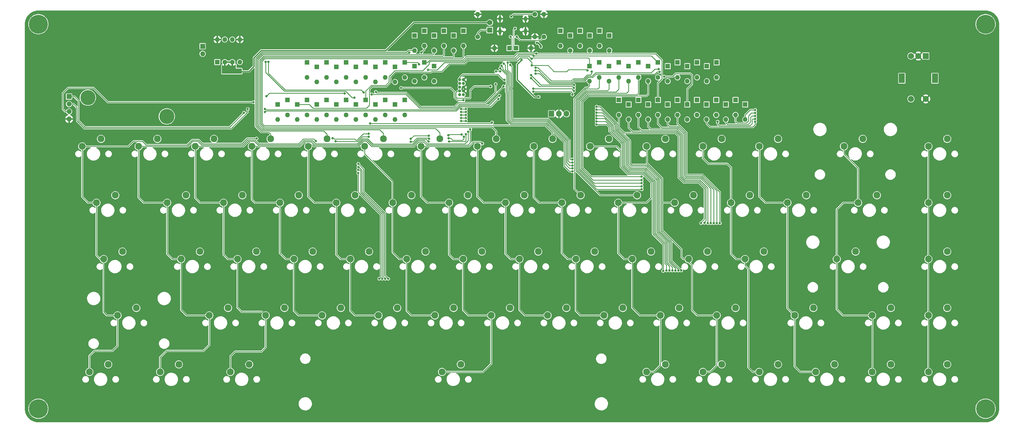
<source format=gbl>
G04 #@! TF.GenerationSoftware,KiCad,Pcbnew,7.0.5*
G04 #@! TF.CreationDate,2024-08-24T17:49:56+10:00*
G04 #@! TF.ProjectId,keyboard,6b657962-6f61-4726-942e-6b696361645f,rev?*
G04 #@! TF.SameCoordinates,Original*
G04 #@! TF.FileFunction,Copper,L2,Bot*
G04 #@! TF.FilePolarity,Positive*
%FSLAX46Y46*%
G04 Gerber Fmt 4.6, Leading zero omitted, Abs format (unit mm)*
G04 Created by KiCad (PCBNEW 7.0.5) date 2024-08-24 17:49:56*
%MOMM*%
%LPD*%
G01*
G04 APERTURE LIST*
G04 #@! TA.AperFunction,ComponentPad*
%ADD10O,1.000000X1.800000*%
G04 #@! TD*
G04 #@! TA.AperFunction,ComponentPad*
%ADD11O,1.000000X2.100000*%
G04 #@! TD*
G04 #@! TA.AperFunction,ComponentPad*
%ADD12R,1.600000X1.600000*%
G04 #@! TD*
G04 #@! TA.AperFunction,ComponentPad*
%ADD13O,1.600000X1.600000*%
G04 #@! TD*
G04 #@! TA.AperFunction,ComponentPad*
%ADD14C,2.300000*%
G04 #@! TD*
G04 #@! TA.AperFunction,ComponentPad*
%ADD15R,1.905000X2.000000*%
G04 #@! TD*
G04 #@! TA.AperFunction,ComponentPad*
%ADD16O,1.905000X2.000000*%
G04 #@! TD*
G04 #@! TA.AperFunction,ComponentPad*
%ADD17C,6.400000*%
G04 #@! TD*
G04 #@! TA.AperFunction,ComponentPad*
%ADD18C,1.070000*%
G04 #@! TD*
G04 #@! TA.AperFunction,ComponentPad*
%ADD19R,1.800000X1.800000*%
G04 #@! TD*
G04 #@! TA.AperFunction,ComponentPad*
%ADD20C,1.800000*%
G04 #@! TD*
G04 #@! TA.AperFunction,ComponentPad*
%ADD21C,1.600000*%
G04 #@! TD*
G04 #@! TA.AperFunction,ComponentPad*
%ADD22R,1.700000X1.700000*%
G04 #@! TD*
G04 #@! TA.AperFunction,ComponentPad*
%ADD23O,1.700000X1.700000*%
G04 #@! TD*
G04 #@! TA.AperFunction,ComponentPad*
%ADD24C,5.080000*%
G04 #@! TD*
G04 #@! TA.AperFunction,ComponentPad*
%ADD25R,2.000000X2.000000*%
G04 #@! TD*
G04 #@! TA.AperFunction,ComponentPad*
%ADD26C,2.000000*%
G04 #@! TD*
G04 #@! TA.AperFunction,ComponentPad*
%ADD27R,2.000000X3.200000*%
G04 #@! TD*
G04 #@! TA.AperFunction,ViaPad*
%ADD28C,0.800000*%
G04 #@! TD*
G04 #@! TA.AperFunction,Conductor*
%ADD29C,0.250000*%
G04 #@! TD*
G04 #@! TA.AperFunction,Conductor*
%ADD30C,0.200000*%
G04 #@! TD*
G04 #@! TA.AperFunction,Conductor*
%ADD31C,0.500000*%
G04 #@! TD*
G04 #@! TA.AperFunction,Conductor*
%ADD32C,0.400000*%
G04 #@! TD*
G04 APERTURE END LIST*
D10*
X219602466Y-60179534D03*
D11*
X219602466Y-64379534D03*
X210962466Y-64379534D03*
D10*
X210962466Y-60179534D03*
D12*
X280754668Y-89122500D03*
D13*
X280754668Y-94202500D03*
D12*
X149098000Y-89154000D03*
D13*
X149098000Y-94234000D03*
D12*
X182118000Y-65817500D03*
D13*
X182118000Y-70897500D03*
D12*
X162306000Y-76454000D03*
D13*
X162306000Y-81534000D03*
D12*
X264329336Y-74898500D03*
D13*
X264329336Y-79978500D03*
D14*
X327153750Y-103310000D03*
X333503750Y-100770000D03*
X355697000Y-141410000D03*
X362047000Y-138870000D03*
D12*
X175514000Y-76454000D03*
D13*
X175514000Y-81534000D03*
D14*
X317597000Y-179537050D03*
X323947000Y-176997050D03*
D15*
X228346000Y-92288000D03*
D16*
X230886000Y-92288000D03*
X233426000Y-92288000D03*
D12*
X244517336Y-74898500D03*
D13*
X244517336Y-79978500D03*
D12*
X168910000Y-89122500D03*
D13*
X168910000Y-94202500D03*
D12*
X234696000Y-65817500D03*
D13*
X234696000Y-70897500D03*
D14*
X117572000Y-122360000D03*
X123922000Y-119820000D03*
D12*
X284014334Y-87598500D03*
D13*
X284014334Y-92678500D03*
D12*
X293793336Y-89122500D03*
D13*
X293793336Y-94202500D03*
D14*
X122271000Y-141410000D03*
X128621000Y-138870000D03*
X127103000Y-103310000D03*
X133453000Y-100770000D03*
X355697000Y-160460000D03*
X362047000Y-157920000D03*
X236571000Y-141410000D03*
X242921000Y-138870000D03*
D12*
X267631336Y-76200000D03*
D13*
X267631336Y-81280000D03*
D14*
X222353000Y-103310000D03*
X228703000Y-100770000D03*
X119887000Y-179537050D03*
X126237000Y-176997050D03*
X179421000Y-141410000D03*
X185771000Y-138870000D03*
X265146000Y-160460000D03*
X271496000Y-157920000D03*
X289022000Y-122360000D03*
X295372000Y-119820000D03*
D12*
X261027336Y-89122500D03*
D13*
X261027336Y-94202500D03*
D14*
X112746000Y-160460000D03*
X119096000Y-157920000D03*
X165203000Y-103310000D03*
X171553000Y-100770000D03*
D12*
X277537336Y-74898500D03*
D13*
X277537336Y-79978500D03*
D12*
X188722000Y-65849000D03*
D13*
X188722000Y-70929000D03*
D14*
X103221000Y-141410000D03*
X109571000Y-138870000D03*
X188946000Y-160460000D03*
X195296000Y-157920000D03*
D12*
X274235336Y-76200000D03*
D13*
X274235336Y-81280000D03*
D12*
X270933336Y-87598500D03*
D13*
X270933336Y-92678500D03*
D12*
X115450000Y-74800000D03*
D13*
X117990000Y-74800000D03*
X120530000Y-74800000D03*
X123070000Y-74800000D03*
X123070000Y-67180000D03*
X120530000Y-67180000D03*
X117990000Y-67180000D03*
X115450000Y-67180000D03*
D17*
X375000000Y-62000000D03*
D14*
X212822000Y-122360000D03*
X219172000Y-119820000D03*
D12*
X159004000Y-87598500D03*
D13*
X159004000Y-92678500D03*
D12*
X162306000Y-89154000D03*
D13*
X162306000Y-94234000D03*
D14*
X279497000Y-179537050D03*
X285847000Y-176997050D03*
X279503000Y-103310000D03*
X285853000Y-100770000D03*
D12*
X237998000Y-64262000D03*
D13*
X237998000Y-69342000D03*
D14*
X77059000Y-141410000D03*
X83409000Y-138870000D03*
X141321000Y-141410000D03*
X147671000Y-138870000D03*
X255621000Y-141410000D03*
X261971000Y-138870000D03*
X150846000Y-160460000D03*
X157196000Y-157920000D03*
D12*
X244602000Y-64262000D03*
D13*
X244602000Y-69342000D03*
D12*
X257725336Y-87598500D03*
D13*
X257725336Y-92678500D03*
D12*
X274235336Y-89122500D03*
D13*
X274235336Y-94202500D03*
D14*
X336653000Y-160460000D03*
X343003000Y-157920000D03*
X336647000Y-179537050D03*
X342997000Y-176997050D03*
D12*
X261027336Y-76200000D03*
D13*
X261027336Y-81280000D03*
D12*
X142494000Y-89154000D03*
D13*
X142494000Y-94234000D03*
D14*
X284190000Y-160460000D03*
X290540000Y-157920000D03*
D12*
X139192000Y-87598500D03*
D13*
X139192000Y-92678500D03*
D18*
X198628000Y-85852000D03*
X197358000Y-85852000D03*
X198628000Y-84582000D03*
X197358000Y-84582000D03*
X198628000Y-83312000D03*
X197358000Y-83312000D03*
X198628000Y-82042000D03*
X197358000Y-82042000D03*
X198628000Y-80772000D03*
X197358000Y-80772000D03*
D12*
X284141336Y-74898500D03*
D13*
X284141336Y-79978500D03*
D14*
X355697000Y-179537050D03*
X362047000Y-176997050D03*
X250922000Y-122360000D03*
X257272000Y-119820000D03*
D12*
X287274000Y-89122500D03*
D13*
X287274000Y-94202500D03*
D14*
X269972000Y-122360000D03*
X276322000Y-119820000D03*
X298553000Y-103310000D03*
X304903000Y-100770000D03*
D12*
X277495002Y-87598500D03*
D13*
X277495002Y-92678500D03*
D12*
X254423336Y-76200000D03*
D13*
X254423336Y-81280000D03*
D12*
X145796000Y-74898500D03*
D13*
X145796000Y-79978500D03*
D12*
X135890000Y-89154000D03*
D13*
X135890000Y-94234000D03*
D14*
X108006000Y-103310000D03*
X114356000Y-100770000D03*
D12*
X172212000Y-74930000D03*
D13*
X172212000Y-80010000D03*
D12*
X185420000Y-74898500D03*
D13*
X185420000Y-79978500D03*
D12*
X270933336Y-74898500D03*
D13*
X270933336Y-79978500D03*
D19*
X207518000Y-64008000D03*
D20*
X207518000Y-61468000D03*
D12*
X192024000Y-64262000D03*
D13*
X192024000Y-69342000D03*
D17*
X55000000Y-192000000D03*
D14*
X246096000Y-160460000D03*
X252446000Y-157920000D03*
X174675000Y-122360000D03*
X181025000Y-119820000D03*
X274671000Y-141410000D03*
X281021000Y-138870000D03*
D21*
X203454000Y-66294000D03*
D13*
X203454000Y-58674000D03*
D12*
X155702000Y-76454000D03*
D13*
X155702000Y-81534000D03*
D14*
X207996000Y-160460000D03*
X214346000Y-157920000D03*
X355697000Y-122360000D03*
X362047000Y-119820000D03*
D22*
X65373000Y-86455000D03*
D23*
X65373000Y-88995000D03*
X65373000Y-91535000D03*
X65373000Y-94075000D03*
D24*
X71723000Y-86836000D03*
X98393000Y-93186000D03*
D14*
X308078000Y-122360000D03*
X314428000Y-119820000D03*
X191367000Y-179537050D03*
X197717000Y-176997050D03*
X260447000Y-179537050D03*
X266797000Y-176997050D03*
X193772000Y-122360000D03*
X200122000Y-119820000D03*
X241403000Y-103310000D03*
X247753000Y-100770000D03*
D25*
X354798000Y-72760000D03*
D26*
X349798000Y-72760000D03*
X352298000Y-72760000D03*
D27*
X357898000Y-80260000D03*
X346698000Y-80260000D03*
D26*
X349798000Y-87260000D03*
X354798000Y-87260000D03*
D12*
X257725336Y-74898500D03*
D13*
X257725336Y-79978500D03*
D14*
X324740750Y-141410000D03*
X331090750Y-138870000D03*
D12*
X247819336Y-76200000D03*
D13*
X247819336Y-81280000D03*
D17*
X55000000Y-62000000D03*
D14*
X96115000Y-179537050D03*
X102465000Y-176997050D03*
X310491000Y-160460000D03*
X316841000Y-157920000D03*
D12*
X251121336Y-74898500D03*
D13*
X251121336Y-79978500D03*
D12*
X231394000Y-64262000D03*
D13*
X231394000Y-69342000D03*
D14*
X136622000Y-122360000D03*
X142972000Y-119820000D03*
X98522000Y-122360000D03*
X104872000Y-119820000D03*
D12*
X241300000Y-65817500D03*
D13*
X241300000Y-70897500D03*
D21*
X225806000Y-66294000D03*
D13*
X225806000Y-58674000D03*
D14*
X217521000Y-141410000D03*
X223871000Y-138870000D03*
X293721000Y-141410000D03*
X300071000Y-138870000D03*
X203303000Y-103310000D03*
X209653000Y-100770000D03*
X81758000Y-160460000D03*
X88108000Y-157920000D03*
X160371000Y-141410000D03*
X166721000Y-138870000D03*
D12*
X290533666Y-87598500D03*
D13*
X290533666Y-92678500D03*
D14*
X184253000Y-103310000D03*
X190603000Y-100770000D03*
X88876000Y-103310000D03*
X95226000Y-100770000D03*
X198471000Y-141410000D03*
X204821000Y-138870000D03*
D12*
X214153500Y-70104000D03*
D13*
X209073500Y-70104000D03*
D17*
X375000000Y-192000000D03*
D12*
X178816000Y-74930000D03*
D13*
X178816000Y-80010000D03*
D14*
X74646000Y-122360000D03*
X80996000Y-119820000D03*
D12*
X216376500Y-70104000D03*
D13*
X221456500Y-70104000D03*
D14*
X131790000Y-160460000D03*
X138140000Y-157920000D03*
D12*
X185420000Y-64262000D03*
D13*
X185420000Y-69342000D03*
D14*
X69826000Y-103310000D03*
X76176000Y-100770000D03*
X72239000Y-179537050D03*
X78589000Y-176997050D03*
D12*
X159004000Y-74930000D03*
D13*
X159004000Y-80010000D03*
D12*
X195326000Y-65817500D03*
D13*
X195326000Y-70897500D03*
D12*
X168910000Y-76454000D03*
D13*
X168910000Y-81534000D03*
D22*
X110500000Y-69460000D03*
D23*
X110500000Y-72000000D03*
D12*
X165608000Y-87598500D03*
D13*
X165608000Y-92678500D03*
D12*
X247904000Y-65817500D03*
D13*
X247904000Y-70897500D03*
D21*
X222758000Y-58674000D03*
D13*
X222758000Y-66294000D03*
D14*
X298547000Y-179537050D03*
X304897000Y-176997050D03*
D12*
X254423336Y-89122500D03*
D13*
X254423336Y-94202500D03*
D12*
X155702000Y-89154000D03*
D13*
X155702000Y-94234000D03*
D14*
X146153000Y-103310000D03*
X152503000Y-100770000D03*
D12*
X264329336Y-87598500D03*
D13*
X264329336Y-92678500D03*
D14*
X155672000Y-122360000D03*
X162022000Y-119820000D03*
X331942000Y-122360000D03*
X338292000Y-119820000D03*
D12*
X267631336Y-89122500D03*
D13*
X267631336Y-94202500D03*
D14*
X355697000Y-103310000D03*
X362047000Y-100770000D03*
X227046000Y-160460000D03*
X233396000Y-157920000D03*
D12*
X145796000Y-87598500D03*
D13*
X145796000Y-92678500D03*
D12*
X165608000Y-74930000D03*
D13*
X165608000Y-80010000D03*
D14*
X260453000Y-103310000D03*
X266803000Y-100770000D03*
D12*
X188722000Y-76200000D03*
D13*
X188722000Y-81280000D03*
D14*
X231872000Y-122360000D03*
X238222000Y-119820000D03*
D12*
X175514000Y-89122500D03*
D13*
X175514000Y-94202500D03*
D12*
X149098000Y-76422500D03*
D13*
X149098000Y-81502500D03*
D12*
X251121336Y-87598500D03*
D13*
X251121336Y-92678500D03*
D12*
X241215336Y-76200000D03*
D13*
X241215336Y-81280000D03*
D14*
X169896000Y-160460000D03*
X176246000Y-157920000D03*
D12*
X152400000Y-87598500D03*
D13*
X152400000Y-92678500D03*
D12*
X182118000Y-76200000D03*
D13*
X182118000Y-81280000D03*
D12*
X280839336Y-76200000D03*
D13*
X280839336Y-81280000D03*
D12*
X152400000Y-74898500D03*
D13*
X152400000Y-79978500D03*
D12*
X198628000Y-64262000D03*
D13*
X198628000Y-69342000D03*
D12*
X178816000Y-87598500D03*
D13*
X178816000Y-92678500D03*
D12*
X172212000Y-87598500D03*
D13*
X172212000Y-92678500D03*
D28*
X214786466Y-59391534D03*
X216592846Y-66268194D03*
X216056466Y-63455534D03*
X214532466Y-66249534D03*
X223422466Y-68281534D03*
X123000000Y-78000000D03*
X224767765Y-69626833D03*
X352000000Y-62000000D03*
X65278000Y-96012000D03*
X375000000Y-166000000D03*
X55000000Y-125000000D03*
X150000000Y-62000000D03*
X310000000Y-194000000D03*
X145000000Y-194000000D03*
X375000000Y-135000000D03*
X307000000Y-62000000D03*
X264000000Y-194000000D03*
X375000000Y-69000000D03*
X126000000Y-62000000D03*
X206000000Y-194000000D03*
X221000000Y-194000000D03*
X55000000Y-107000000D03*
X239000000Y-194000000D03*
X270000000Y-194000000D03*
X375000000Y-154000000D03*
X375000000Y-123000000D03*
X288000000Y-194000000D03*
X341000000Y-194000000D03*
X182000000Y-194000000D03*
X375000000Y-75000000D03*
X219456000Y-89154000D03*
X218000000Y-194000000D03*
X375000000Y-151000000D03*
X215500000Y-83750000D03*
X55000000Y-150000000D03*
X203000000Y-194000000D03*
X215000000Y-194000000D03*
X55000000Y-74000000D03*
X325000000Y-194000000D03*
X375000000Y-172000000D03*
X375000000Y-163000000D03*
X102000000Y-194000000D03*
X55000000Y-101000000D03*
X55000000Y-113000000D03*
X126000000Y-194000000D03*
X55000000Y-104000000D03*
X313000000Y-62000000D03*
X273000000Y-194000000D03*
X63500000Y-93980000D03*
X204216000Y-77470000D03*
X171000000Y-62000000D03*
X350000000Y-194000000D03*
X166000000Y-194000000D03*
X280000000Y-62000000D03*
X340000000Y-62000000D03*
X353000000Y-194000000D03*
X274000000Y-62000000D03*
X141000000Y-62000000D03*
X129000000Y-62000000D03*
X347000000Y-194000000D03*
X286000000Y-62000000D03*
X55000000Y-89000000D03*
X375000000Y-157000000D03*
X78000000Y-194000000D03*
X251000000Y-194000000D03*
X55000000Y-131000000D03*
X334000000Y-62000000D03*
X349000000Y-62000000D03*
X66000000Y-194000000D03*
X84000000Y-194000000D03*
X120000000Y-194000000D03*
X370000000Y-62000000D03*
X282000000Y-194000000D03*
X194000000Y-194000000D03*
X375000000Y-114000000D03*
X148000000Y-194000000D03*
X163000000Y-194000000D03*
X55000000Y-177000000D03*
X199898000Y-79756000D03*
X99000000Y-194000000D03*
X55000000Y-156000000D03*
X307000000Y-194000000D03*
X204216000Y-80264000D03*
X242000000Y-194000000D03*
X168000000Y-62000000D03*
X375000000Y-148000000D03*
X285000000Y-194000000D03*
X153000000Y-62000000D03*
X93000000Y-194000000D03*
X276000000Y-194000000D03*
X174000000Y-62000000D03*
X248000000Y-194000000D03*
X375000000Y-93000000D03*
X331000000Y-194000000D03*
X117000000Y-194000000D03*
X335000000Y-194000000D03*
X261000000Y-194000000D03*
X55000000Y-168000000D03*
X212000000Y-91250000D03*
X55000000Y-83000000D03*
X108000000Y-194000000D03*
X338000000Y-194000000D03*
X162000000Y-62000000D03*
X294000000Y-194000000D03*
X245000000Y-194000000D03*
X375000000Y-72000000D03*
X362000000Y-194000000D03*
X147000000Y-62000000D03*
X87000000Y-194000000D03*
X375000000Y-138000000D03*
X316000000Y-194000000D03*
X291000000Y-194000000D03*
X55000000Y-171000000D03*
X375000000Y-132000000D03*
X206248000Y-81788000D03*
X142000000Y-194000000D03*
X55000000Y-92000000D03*
X55000000Y-144000000D03*
X375000000Y-78000000D03*
X375000000Y-169000000D03*
X375000000Y-142000000D03*
X215392000Y-75438000D03*
X55000000Y-98000000D03*
X222758000Y-64516000D03*
X172000000Y-194000000D03*
X123000000Y-194000000D03*
X188000000Y-194000000D03*
X367000000Y-62000000D03*
X233000000Y-194000000D03*
X361000000Y-62000000D03*
X55000000Y-80000000D03*
X352298000Y-70612000D03*
X289000000Y-62000000D03*
X177000000Y-62000000D03*
X154000000Y-194000000D03*
X72000000Y-194000000D03*
X304000000Y-194000000D03*
X151000000Y-194000000D03*
X375000000Y-81000000D03*
X292000000Y-62000000D03*
X81000000Y-194000000D03*
X55000000Y-77000000D03*
X224000000Y-194000000D03*
X135000000Y-62000000D03*
X114000000Y-194000000D03*
X322000000Y-62000000D03*
X375000000Y-111000000D03*
X230000000Y-194000000D03*
X55000000Y-95000000D03*
X55000000Y-183000000D03*
X178000000Y-194000000D03*
X375000000Y-102000000D03*
X375000000Y-105000000D03*
X185000000Y-194000000D03*
X322000000Y-194000000D03*
X375000000Y-120000000D03*
X215750000Y-90750000D03*
X227000000Y-194000000D03*
X123000000Y-62000000D03*
X356000000Y-194000000D03*
X55000000Y-134000000D03*
X159000000Y-62000000D03*
X111000000Y-194000000D03*
X157000000Y-194000000D03*
X267000000Y-194000000D03*
X191000000Y-194000000D03*
X375000000Y-160000000D03*
X169000000Y-194000000D03*
X209000000Y-194000000D03*
X354838000Y-89408000D03*
X132000000Y-62000000D03*
X75000000Y-194000000D03*
X55000000Y-174000000D03*
X313000000Y-194000000D03*
X138000000Y-62000000D03*
X69000000Y-194000000D03*
X55000000Y-165000000D03*
X55000000Y-71000000D03*
X375000000Y-181000000D03*
X354838000Y-85344000D03*
X55000000Y-147000000D03*
X301000000Y-194000000D03*
X165000000Y-62000000D03*
X375000000Y-84000000D03*
X55000000Y-86000000D03*
X319000000Y-62000000D03*
X297000000Y-194000000D03*
X325000000Y-62000000D03*
X328000000Y-62000000D03*
X328000000Y-194000000D03*
X55000000Y-116000000D03*
X212000000Y-194000000D03*
X96000000Y-194000000D03*
X310000000Y-62000000D03*
X319000000Y-194000000D03*
X139000000Y-194000000D03*
X217170000Y-90424000D03*
X55000000Y-159000000D03*
X236000000Y-194000000D03*
X156000000Y-62000000D03*
X375000000Y-126000000D03*
X63000000Y-194000000D03*
X268000000Y-62000000D03*
X375000000Y-87000000D03*
X205486000Y-58674000D03*
X55000000Y-128000000D03*
X55000000Y-68000000D03*
X375000000Y-117000000D03*
X55000000Y-141000000D03*
X258000000Y-194000000D03*
X55000000Y-153000000D03*
X55000000Y-180000000D03*
X55000000Y-110000000D03*
X375000000Y-175000000D03*
X230886000Y-90170000D03*
X344000000Y-194000000D03*
X55000000Y-122000000D03*
X283000000Y-62000000D03*
X199898000Y-81788000D03*
X365000000Y-194000000D03*
X160000000Y-194000000D03*
X220472000Y-90170000D03*
X129000000Y-194000000D03*
X219710000Y-70104000D03*
X359000000Y-194000000D03*
X301000000Y-62000000D03*
X229870000Y-95250000D03*
X200000000Y-194000000D03*
X352298000Y-74930000D03*
X358000000Y-62000000D03*
X337000000Y-62000000D03*
X364000000Y-62000000D03*
X375000000Y-178000000D03*
X298000000Y-62000000D03*
X331000000Y-62000000D03*
X316000000Y-62000000D03*
X144000000Y-62000000D03*
X357124000Y-87376000D03*
X265000000Y-62000000D03*
X208534000Y-81788000D03*
X120000000Y-62000000D03*
X211750000Y-81500000D03*
X208500000Y-75500000D03*
X277000000Y-62000000D03*
X343000000Y-62000000D03*
X136000000Y-194000000D03*
X375000000Y-184000000D03*
X352552000Y-87376000D03*
X55000000Y-119000000D03*
X375000000Y-129000000D03*
X255000000Y-194000000D03*
X55000000Y-162000000D03*
X175000000Y-194000000D03*
X90000000Y-194000000D03*
X67310000Y-93980000D03*
X201422000Y-58674000D03*
X207264000Y-70104000D03*
X375000000Y-145000000D03*
X55000000Y-137000000D03*
X375000000Y-108000000D03*
X355000000Y-62000000D03*
X375000000Y-90000000D03*
X215750000Y-79250000D03*
X346000000Y-62000000D03*
X105000000Y-194000000D03*
X132000000Y-194000000D03*
X197000000Y-194000000D03*
X304000000Y-62000000D03*
X271000000Y-62000000D03*
X375000000Y-99000000D03*
X295000000Y-62000000D03*
X279000000Y-194000000D03*
X375000000Y-96000000D03*
X177546000Y-83566000D03*
X224028000Y-86614000D03*
X158496000Y-85386500D03*
X198628000Y-87724500D03*
X218209050Y-74095550D03*
X132080000Y-86360000D03*
X127648500Y-88392000D03*
X212475500Y-80804844D03*
X221582477Y-73748685D03*
X186690000Y-77470000D03*
X183642000Y-75623000D03*
X223266000Y-71957000D03*
X222307477Y-72681500D03*
X221742000Y-75946000D03*
X266408500Y-79756000D03*
X240500500Y-77599502D03*
X131572000Y-91694000D03*
X210425978Y-87242420D03*
X124460000Y-91948000D03*
X125730000Y-90694498D03*
X131571609Y-90694498D03*
X210744614Y-86172788D03*
X207772000Y-83058000D03*
X184404000Y-71585500D03*
X180340000Y-71585500D03*
X264570103Y-77183025D03*
X223012000Y-77732598D03*
X241931298Y-78005702D03*
X223012000Y-76708000D03*
X199427500Y-90678000D03*
X128712239Y-100649761D03*
X193539513Y-99576487D03*
X180848000Y-100753997D03*
X166624000Y-99076497D03*
X186901308Y-99706468D03*
X198016000Y-99305423D03*
X197828500Y-90678000D03*
X154351914Y-100518794D03*
X186969582Y-100703636D03*
X193552299Y-100588299D03*
X148721299Y-101468701D03*
X199427500Y-91686159D03*
X197828500Y-91686159D03*
X155380495Y-101562500D03*
X166624000Y-100076000D03*
X180848000Y-101753500D03*
X198740500Y-100083468D03*
X193764500Y-101685500D03*
X199427500Y-92685662D03*
X197828500Y-92685662D03*
X199465000Y-99199922D03*
X186782639Y-101685500D03*
X199427500Y-93685165D03*
X197828500Y-93685165D03*
X200189500Y-98367636D03*
X199427500Y-94684668D03*
X197828500Y-94742000D03*
X200914000Y-97536000D03*
X208280000Y-95250000D03*
X167132000Y-95541500D03*
X204978000Y-102362000D03*
X235451500Y-85852000D03*
X222250000Y-84819503D03*
X235901500Y-84582000D03*
X222250000Y-83820000D03*
X235966000Y-83566000D03*
X221488000Y-80264000D03*
X221488000Y-79264497D03*
X235978548Y-82553949D03*
X214443788Y-75754070D03*
X235386300Y-107761988D03*
X213538678Y-74972500D03*
X235386300Y-108761491D03*
X235386300Y-109760994D03*
X212237339Y-75321591D03*
X235386300Y-111760000D03*
X211011500Y-76962000D03*
X235386300Y-110760497D03*
X211479457Y-76078812D03*
X264892807Y-78129000D03*
X223012000Y-78740000D03*
X258826000Y-117845000D03*
X258826000Y-116840000D03*
X258826000Y-115701299D03*
X258826000Y-114701796D03*
X258821701Y-113542299D03*
X278892000Y-129286000D03*
X280029739Y-129164968D03*
X281150274Y-129286000D03*
X282149777Y-129286000D03*
X283149280Y-129286000D03*
X284148783Y-129286000D03*
X285242000Y-129286000D03*
X163068000Y-112328302D03*
X170180000Y-148082000D03*
X171179503Y-148082000D03*
X163056409Y-111264897D03*
X163099776Y-110266336D03*
X172179006Y-148082000D03*
X173178509Y-148082000D03*
X163078038Y-109220000D03*
X266065354Y-145415354D03*
X243586000Y-95905302D03*
X243586000Y-94905799D03*
X267191503Y-145288000D03*
X243586000Y-93906296D03*
X268190914Y-145274471D03*
X243586000Y-92906793D03*
X269190272Y-145291476D03*
X270189765Y-145287196D03*
X243586000Y-91907290D03*
X243586000Y-90907787D03*
X271189267Y-145288595D03*
X272188769Y-145287891D03*
X243586000Y-89908284D03*
X297180000Y-95005302D03*
X297180000Y-94005799D03*
X284480000Y-95005302D03*
X297180000Y-93006296D03*
X297180000Y-92006793D03*
X209576248Y-77951754D03*
X211011500Y-77962398D03*
X297180000Y-91007290D03*
X167602500Y-85750000D03*
X131750000Y-74750000D03*
X161725618Y-86874000D03*
X212126487Y-83047578D03*
X209500000Y-82250000D03*
X169000000Y-84878500D03*
X164883500Y-85025500D03*
X132750000Y-74750000D03*
D29*
X214786466Y-59391534D02*
X215504000Y-58674000D01*
X215504000Y-58674000D02*
X222758000Y-58674000D01*
X216592846Y-66268194D02*
X217743652Y-67419000D01*
X224681000Y-67419000D02*
X225806000Y-66294000D01*
X217743652Y-67419000D02*
X224681000Y-67419000D01*
D30*
X215548466Y-69275966D02*
X216376500Y-70104000D01*
X215548466Y-63963534D02*
X215548466Y-69275966D01*
X216056466Y-63455534D02*
X215548466Y-63963534D01*
X215040466Y-69217034D02*
X214153500Y-70104000D01*
X214532466Y-66249534D02*
X215040466Y-66757534D01*
X215040466Y-66757534D02*
X215040466Y-69217034D01*
D31*
X223803466Y-68281534D02*
X223422466Y-68281534D01*
X224767765Y-69626833D02*
X224767765Y-69245833D01*
X224767765Y-69245833D02*
X223803466Y-68281534D01*
D32*
X127848000Y-73339538D02*
X127848000Y-76245769D01*
X172365000Y-70885000D02*
X130302538Y-70885000D01*
X181782000Y-61468000D02*
X172365000Y-70885000D01*
X130302538Y-70885000D02*
X127848000Y-73339538D01*
X207518000Y-61468000D02*
X181782000Y-61468000D01*
X126093769Y-78000000D02*
X123000000Y-78000000D01*
X127848000Y-76245769D02*
X126093769Y-78000000D01*
D29*
X195638000Y-84894000D02*
X194310000Y-83566000D01*
X63246000Y-90678000D02*
X63246000Y-85344000D01*
X65024000Y-83566000D02*
X73660000Y-83566000D01*
X64103000Y-91535000D02*
X63246000Y-90678000D01*
X133096000Y-85344000D02*
X132080000Y-86360000D01*
X158496000Y-85386500D02*
X158453500Y-85344000D01*
D32*
X218209050Y-74144950D02*
X216789000Y-75565000D01*
X218209050Y-74095550D02*
X218209050Y-74144950D01*
D29*
X196562104Y-87724500D02*
X195638000Y-86800396D01*
X78486000Y-88392000D02*
X127648500Y-88392000D01*
X198628000Y-87724500D02*
X196562104Y-87724500D01*
X65373000Y-91535000D02*
X64103000Y-91535000D01*
X194310000Y-83566000D02*
X177546000Y-83566000D01*
X63246000Y-85344000D02*
X65024000Y-83566000D01*
D32*
X222631000Y-86614000D02*
X224028000Y-86614000D01*
D29*
X73660000Y-83566000D02*
X78486000Y-88392000D01*
D32*
X216789000Y-80772000D02*
X222631000Y-86614000D01*
D29*
X158453500Y-85344000D02*
X133096000Y-85344000D01*
D32*
X216789000Y-75565000D02*
X216789000Y-80772000D01*
D29*
X195638000Y-86800396D02*
X195638000Y-84894000D01*
X212122844Y-80804844D02*
X210312000Y-78994000D01*
X212475500Y-80804844D02*
X212122844Y-80804844D01*
X210312000Y-78994000D02*
X198374000Y-78994000D01*
X197358000Y-80010000D02*
X197358000Y-80772000D01*
X198374000Y-78994000D02*
X197358000Y-80010000D01*
X198804792Y-75010000D02*
X200016792Y-73798000D01*
X192162000Y-75010000D02*
X198804792Y-75010000D01*
X178816000Y-74930000D02*
X183134000Y-74930000D01*
X200016792Y-73798000D02*
X216524000Y-73798000D01*
X241215336Y-76200000D02*
X241215336Y-73829336D01*
X220731792Y-72898000D02*
X221582477Y-73748685D01*
X189702000Y-77470000D02*
X192162000Y-75010000D01*
X183134000Y-74930000D02*
X183642000Y-75438000D01*
X221925162Y-73406000D02*
X221582477Y-73748685D01*
X216524000Y-73798000D02*
X217424000Y-72898000D01*
X183642000Y-75438000D02*
X183642000Y-75623000D01*
X186690000Y-77470000D02*
X189702000Y-77470000D01*
X241215336Y-73829336D02*
X240792000Y-73406000D01*
X240792000Y-73406000D02*
X221925162Y-73406000D01*
X217424000Y-72898000D02*
X220731792Y-72898000D01*
X198432000Y-74110000D02*
X187256000Y-74110000D01*
X223331500Y-72022500D02*
X223266000Y-71957000D01*
X223266000Y-71957000D02*
X216658805Y-71957000D01*
X264329336Y-87598500D02*
X264329336Y-81872664D01*
X186467500Y-74898500D02*
X185420000Y-74898500D01*
X265684000Y-80518000D02*
X265684000Y-74168000D01*
X265684000Y-74168000D02*
X263538500Y-72022500D01*
X215717805Y-72898000D02*
X199644000Y-72898000D01*
X216658805Y-71957000D02*
X215717805Y-72898000D01*
X263538500Y-72022500D02*
X223331500Y-72022500D01*
X199644000Y-72898000D02*
X198432000Y-74110000D01*
X264329336Y-81872664D02*
X265684000Y-80518000D01*
X187256000Y-74110000D02*
X186467500Y-74898500D01*
X173482000Y-81534000D02*
X172357000Y-82659000D01*
X175514000Y-77724000D02*
X173482000Y-79756000D01*
X222032977Y-72407000D02*
X217170000Y-72407000D01*
X222307477Y-72681500D02*
X222032977Y-72407000D01*
X187442396Y-74560000D02*
X187008198Y-74994198D01*
X173482000Y-79756000D02*
X173482000Y-81534000D01*
X198618396Y-74560000D02*
X187442396Y-74560000D01*
X217170000Y-72407000D02*
X216229000Y-73348000D01*
X199830396Y-73348000D02*
X198618396Y-74560000D01*
X187008198Y-74994198D02*
X187008198Y-75560302D01*
X216229000Y-73348000D02*
X199830396Y-73348000D01*
X172357000Y-82659000D02*
X167531000Y-82659000D01*
X165608000Y-84582000D02*
X165608000Y-87598500D01*
X184844500Y-77724000D02*
X175514000Y-77724000D01*
X222307477Y-72681500D02*
X262112336Y-72681500D01*
X187008198Y-75560302D02*
X184844500Y-77724000D01*
X262112336Y-72681500D02*
X264329336Y-74898500D01*
X167531000Y-82659000D02*
X165608000Y-84582000D01*
X221742000Y-74930000D02*
X221285685Y-74473685D01*
X270256000Y-78740000D02*
X275336000Y-78740000D01*
X165862000Y-90424000D02*
X147828000Y-90424000D01*
X220857477Y-74048990D02*
X220857477Y-74045477D01*
X180340000Y-78174000D02*
X175700396Y-78174000D01*
X187960000Y-77978000D02*
X187743000Y-78195000D01*
X220160000Y-73348000D02*
X217932000Y-73348000D01*
X187743000Y-78195000D02*
X180361000Y-78195000D01*
X166878000Y-89408000D02*
X165862000Y-90424000D01*
X173932000Y-79942396D02*
X173932000Y-81720396D01*
X147828000Y-90424000D02*
X146558000Y-89154000D01*
X221285685Y-74473685D02*
X221282172Y-74473685D01*
X175700396Y-78174000D02*
X173932000Y-79942396D01*
X146558000Y-89154000D02*
X142494000Y-89154000D01*
X191284000Y-77978000D02*
X187960000Y-77978000D01*
X233463618Y-78000000D02*
X229250000Y-78000000D01*
X220857477Y-74045477D02*
X220160000Y-73348000D01*
X166878000Y-83948396D02*
X166878000Y-89408000D01*
X229250000Y-78000000D02*
X227196000Y-75946000D01*
X221282172Y-74473685D02*
X220857477Y-74048990D01*
X240225998Y-77325000D02*
X234138618Y-77325000D01*
X275844000Y-82296000D02*
X274235336Y-83904664D01*
X167717396Y-83109000D02*
X166878000Y-83948396D01*
X173932000Y-81720396D02*
X172543396Y-83109000D01*
X240500500Y-77599502D02*
X240225998Y-77325000D01*
X269240000Y-79756000D02*
X270256000Y-78740000D01*
X227196000Y-75946000D02*
X221742000Y-75946000D01*
X275844000Y-79248000D02*
X275844000Y-82296000D01*
X274235336Y-83904664D02*
X274235336Y-89122500D01*
X217032000Y-74248000D02*
X200203188Y-74248000D01*
X172543396Y-83109000D02*
X167717396Y-83109000D01*
X221742000Y-75946000D02*
X221742000Y-74930000D01*
X217932000Y-73348000D02*
X217032000Y-74248000D01*
X234138618Y-77325000D02*
X233463618Y-78000000D01*
X193802000Y-75460000D02*
X191284000Y-77978000D01*
X275336000Y-78740000D02*
X275844000Y-79248000D01*
X200203188Y-74248000D02*
X198991188Y-75460000D01*
X180361000Y-78195000D02*
X180340000Y-78174000D01*
X266408500Y-79756000D02*
X269240000Y-79756000D01*
X198991188Y-75460000D02*
X193802000Y-75460000D01*
X119576000Y-96832000D02*
X124460000Y-91948000D01*
X65373000Y-86455000D02*
X67151000Y-86455000D01*
X210425978Y-87242420D02*
X207752398Y-89916000D01*
X197565195Y-89916000D02*
X196157195Y-91324000D01*
X68580000Y-87884000D02*
X68580000Y-94613604D01*
X207752398Y-89916000D02*
X197565195Y-89916000D01*
X131942000Y-91324000D02*
X131572000Y-91694000D01*
X196157195Y-91324000D02*
X131942000Y-91324000D01*
X67151000Y-86455000D02*
X68580000Y-87884000D01*
X68580000Y-94613604D02*
X70798396Y-96832000D01*
X70798396Y-96832000D02*
X119576000Y-96832000D01*
X125730000Y-90694498D02*
X125730000Y-91703305D01*
X207177093Y-89466000D02*
X197378799Y-89466000D01*
X131751111Y-90874000D02*
X131571609Y-90694498D01*
X68072000Y-90170000D02*
X66897000Y-88995000D01*
X125730000Y-91703305D02*
X120151305Y-97282000D01*
X66897000Y-88995000D02*
X65373000Y-88995000D01*
X68072000Y-94742000D02*
X68072000Y-90170000D01*
X120151305Y-97282000D02*
X70612000Y-97282000D01*
X195970799Y-90874000D02*
X131751111Y-90874000D01*
X210470305Y-86172788D02*
X207177093Y-89466000D01*
X210744614Y-86172788D02*
X210470305Y-86172788D01*
X70612000Y-97282000D02*
X68072000Y-94742000D01*
X197378799Y-89466000D02*
X195970799Y-90874000D01*
X196088000Y-86614000D02*
X196088000Y-85090000D01*
X196596000Y-84582000D02*
X197358000Y-84582000D01*
X200914000Y-84328000D02*
X200914000Y-86868000D01*
X200914000Y-86868000D02*
X200782000Y-87000000D01*
X200782000Y-87000000D02*
X196474000Y-87000000D01*
X207772000Y-83058000D02*
X202184000Y-83058000D01*
X196088000Y-85090000D02*
X196596000Y-84582000D01*
X202184000Y-83058000D02*
X200914000Y-84328000D01*
X196474000Y-87000000D02*
X196088000Y-86614000D01*
X133453000Y-99163000D02*
X133453000Y-100770000D01*
X182081000Y-70860500D02*
X180039695Y-70860500D01*
X128373000Y-96500188D02*
X130446812Y-98574000D01*
X132864000Y-98574000D02*
X133453000Y-99163000D01*
X130446812Y-98574000D02*
X132864000Y-98574000D01*
X128373000Y-73557000D02*
X128373000Y-96500188D01*
X180039695Y-70860500D02*
X179490195Y-71410000D01*
X130520000Y-71410000D02*
X128373000Y-73557000D01*
X179490195Y-71410000D02*
X130520000Y-71410000D01*
X180340000Y-71585500D02*
X180065500Y-71860000D01*
X151464000Y-98124000D02*
X152503000Y-99163000D01*
X185420000Y-70569500D02*
X184404000Y-71585500D01*
X152503000Y-99163000D02*
X152503000Y-100770000D01*
X180065500Y-71860000D02*
X130706396Y-71860000D01*
X185420000Y-69342000D02*
X185420000Y-70569500D01*
X130706396Y-71860000D02*
X128823000Y-73743396D01*
X128823000Y-96313792D02*
X130633208Y-98124000D01*
X130633208Y-98124000D02*
X151464000Y-98124000D01*
X128823000Y-73743396D02*
X128823000Y-96313792D01*
X129273000Y-73929792D02*
X129273000Y-96127396D01*
X171553000Y-98909000D02*
X171553000Y-100770000D01*
X130892792Y-72310000D02*
X129273000Y-73929792D01*
X130819604Y-97674000D02*
X170318000Y-97674000D01*
X170318000Y-97674000D02*
X171553000Y-98909000D01*
X129273000Y-96127396D02*
X130819604Y-97674000D01*
X188294000Y-72310000D02*
X188722000Y-71882000D01*
X188722000Y-70929000D02*
X188722000Y-71882000D01*
X188294000Y-72310000D02*
X130892792Y-72310000D01*
X189172000Y-97224000D02*
X131006000Y-97224000D01*
X190603000Y-100770000D02*
X190603000Y-98655000D01*
X131079188Y-72760000D02*
X191654000Y-72760000D01*
X192024000Y-72390000D02*
X192024000Y-69342000D01*
X190603000Y-98655000D02*
X189172000Y-97224000D01*
X191654000Y-72760000D02*
X192024000Y-72390000D01*
X131006000Y-97224000D02*
X129723000Y-95941000D01*
X129723000Y-95941000D02*
X129723000Y-74116188D01*
X129723000Y-74116188D02*
X131079188Y-72760000D01*
X208280000Y-96774000D02*
X209653000Y-98147000D01*
X130173000Y-74302584D02*
X130173000Y-95754604D01*
X209653000Y-98147000D02*
X209653000Y-100770000D01*
X195326000Y-70897500D02*
X195326000Y-72898000D01*
X195014000Y-73210000D02*
X131265584Y-73210000D01*
X131265584Y-73210000D02*
X130173000Y-74302584D01*
X195326000Y-72898000D02*
X195014000Y-73210000D01*
X131192396Y-96774000D02*
X208280000Y-96774000D01*
X130173000Y-95754604D02*
X131192396Y-96774000D01*
X224036598Y-77732598D02*
X227957949Y-81653949D01*
X239335604Y-80830000D02*
X240605604Y-79560000D01*
X235216847Y-81653949D02*
X236040796Y-80830000D01*
X263303975Y-77183025D02*
X264570103Y-77183025D01*
X242129604Y-79560000D02*
X243286104Y-78403500D01*
X227957949Y-81653949D02*
X235216847Y-81653949D01*
X240605604Y-79560000D02*
X242129604Y-79560000D01*
X262083500Y-78403500D02*
X263303975Y-77183025D01*
X223012000Y-77732598D02*
X224036598Y-77732598D01*
X243286104Y-78403500D02*
X262083500Y-78403500D01*
X236040796Y-80830000D02*
X239335604Y-80830000D01*
X223774000Y-76708000D02*
X228269949Y-81203949D01*
X228269949Y-81203949D02*
X235030451Y-81203949D01*
X235030451Y-81203949D02*
X235854400Y-80380000D01*
X240419208Y-79110000D02*
X241438000Y-79110000D01*
X235854400Y-80380000D02*
X239149208Y-80380000D01*
X241931298Y-78616702D02*
X241931298Y-78005702D01*
X241438000Y-79110000D02*
X241931298Y-78616702D01*
X223012000Y-76708000D02*
X223774000Y-76708000D01*
X239149208Y-80380000D02*
X240419208Y-79110000D01*
X128712239Y-100649761D02*
X125535843Y-100649761D01*
X193810577Y-99305423D02*
X198016000Y-99305423D01*
X85412000Y-103310000D02*
X69826000Y-103310000D01*
X162306000Y-101235500D02*
X162645950Y-101235500D01*
X77059000Y-141410000D02*
X75878000Y-141410000D01*
X72239000Y-179537050D02*
X72239000Y-174141000D01*
X71814000Y-122360000D02*
X69826000Y-120372000D01*
X154659218Y-100518794D02*
X154978424Y-100838000D01*
X181895529Y-99706468D02*
X180848000Y-100753997D01*
X74646000Y-140178000D02*
X74646000Y-122360000D01*
X73914000Y-172466000D02*
X80010000Y-172466000D01*
X77059000Y-159355000D02*
X77059000Y-141410000D01*
X154351914Y-100518794D02*
X154659218Y-100518794D01*
X78164000Y-160460000D02*
X77059000Y-159355000D01*
X162645950Y-101235500D02*
X164804953Y-99076497D01*
X75878000Y-141410000D02*
X74646000Y-140178000D01*
X91430000Y-102860000D02*
X90170000Y-101600000D01*
X186901308Y-99706468D02*
X181895529Y-99706468D01*
X193539513Y-99576487D02*
X193810577Y-99305423D01*
X69826000Y-120372000D02*
X69826000Y-103310000D01*
X109152396Y-101150000D02*
X107001604Y-101150000D01*
X80010000Y-172466000D02*
X81788000Y-170688000D01*
X107001604Y-101150000D02*
X105291604Y-102860000D01*
X110412396Y-102410000D02*
X109152396Y-101150000D01*
X164804953Y-99076497D02*
X166624000Y-99076497D01*
X105291604Y-102860000D02*
X91430000Y-102860000D01*
X90170000Y-101600000D02*
X87122000Y-101600000D01*
X125535843Y-100649761D02*
X123775604Y-102410000D01*
X81758000Y-160460000D02*
X78164000Y-160460000D01*
X81788000Y-170688000D02*
X81758000Y-170658000D01*
X123775604Y-102410000D02*
X110412396Y-102410000D01*
X161908500Y-100838000D02*
X162306000Y-101235500D01*
X81758000Y-170658000D02*
X81758000Y-160460000D01*
X74646000Y-122360000D02*
X71814000Y-122360000D01*
X72239000Y-174141000D02*
X73914000Y-172466000D01*
X154978424Y-100838000D02*
X161908500Y-100838000D01*
X199427500Y-90678000D02*
X197828500Y-90678000D01*
X87122000Y-101600000D02*
X85412000Y-103310000D01*
X186711946Y-100446000D02*
X182889604Y-100446000D01*
X142954000Y-102410000D02*
X129447879Y-102410000D01*
X199427500Y-91686159D02*
X197828500Y-91686159D01*
X112746000Y-170464000D02*
X110744000Y-172466000D01*
X98298000Y-172466000D02*
X96115000Y-174649000D01*
X98522000Y-122360000D02*
X90610000Y-122360000D01*
X181582104Y-101753500D02*
X180848000Y-101753500D01*
X198230500Y-101235500D02*
X198740500Y-100725500D01*
X162832346Y-101685500D02*
X164441846Y-100076000D01*
X129447879Y-102410000D02*
X128187879Y-101150000D01*
X105088000Y-160460000D02*
X103221000Y-158593000D01*
X110744000Y-172466000D02*
X98298000Y-172466000D01*
X128187879Y-101150000D02*
X125672000Y-101150000D01*
X148090598Y-100838000D02*
X144526000Y-100838000D01*
X148721299Y-101468701D02*
X148090598Y-100838000D01*
X103221000Y-141410000D02*
X100262000Y-141410000D01*
X105478000Y-103310000D02*
X88876000Y-103310000D01*
X112746000Y-160460000D02*
X105088000Y-160460000D01*
X164441846Y-100076000D02*
X166624000Y-100076000D01*
X110226000Y-102860000D02*
X108966000Y-101600000D01*
X125672000Y-101150000D02*
X123962000Y-102860000D01*
X103221000Y-158593000D02*
X103221000Y-141410000D01*
X194961500Y-101235500D02*
X198230500Y-101235500D01*
X112746000Y-160460000D02*
X112746000Y-170464000D01*
X123962000Y-102860000D02*
X110226000Y-102860000D01*
X186969582Y-100703636D02*
X186711946Y-100446000D01*
X88876000Y-120626000D02*
X88876000Y-103310000D01*
X144526000Y-100838000D02*
X142954000Y-102410000D01*
X90610000Y-122360000D02*
X88876000Y-120626000D01*
X198740500Y-100725500D02*
X198740500Y-100083468D01*
X155503495Y-101685500D02*
X162832346Y-101685500D01*
X194314299Y-100588299D02*
X194961500Y-101235500D01*
X193552299Y-100588299D02*
X194314299Y-100588299D01*
X96115000Y-174649000D02*
X96115000Y-179537050D01*
X100262000Y-141410000D02*
X98522000Y-139670000D01*
X107188000Y-101600000D02*
X105478000Y-103310000D01*
X155380495Y-101562500D02*
X155503495Y-101685500D01*
X108966000Y-101600000D02*
X107188000Y-101600000D01*
X98522000Y-139670000D02*
X98522000Y-122360000D01*
X181582104Y-101753500D02*
X182889604Y-100446000D01*
X108006000Y-120706000D02*
X108006000Y-103310000D01*
X122271000Y-141410000D02*
X119058000Y-141410000D01*
X147516000Y-101288000D02*
X144712396Y-101288000D01*
X181494000Y-102478000D02*
X168012792Y-102478000D01*
X119058000Y-141410000D02*
X117572000Y-139924000D01*
X164454242Y-100700000D02*
X162744242Y-102410000D01*
X122271000Y-157831000D02*
X122271000Y-141410000D01*
X162744242Y-102410000D02*
X148638000Y-102410000D01*
X143140396Y-102860000D02*
X129261483Y-102860000D01*
X128001483Y-101600000D02*
X125984000Y-101600000D01*
X168012792Y-102478000D02*
X166234792Y-100700000D01*
X124274000Y-103310000D02*
X108006000Y-103310000D01*
X130302000Y-172720000D02*
X131790000Y-171232000D01*
X183076000Y-100896000D02*
X181494000Y-102478000D01*
X131790000Y-160460000D02*
X130588000Y-159258000D01*
X185993139Y-100896000D02*
X183076000Y-100896000D01*
X109660000Y-122360000D02*
X108006000Y-120706000D01*
X117572000Y-139924000D02*
X117572000Y-122360000D01*
X199176104Y-101685500D02*
X199465000Y-101396604D01*
X119887000Y-174245000D02*
X121412000Y-172720000D01*
X186782639Y-101685500D02*
X185993139Y-100896000D01*
X199427500Y-92685662D02*
X197828500Y-92685662D01*
X166234792Y-100700000D02*
X164454242Y-100700000D01*
X130588000Y-159258000D02*
X123698000Y-159258000D01*
X144712396Y-101288000D02*
X143140396Y-102860000D01*
X119887000Y-179537050D02*
X119887000Y-174245000D01*
X193764500Y-101685500D02*
X199176104Y-101685500D01*
X199465000Y-101396604D02*
X199465000Y-99199922D01*
X131790000Y-171232000D02*
X131790000Y-160460000D01*
X148638000Y-102410000D02*
X147516000Y-101288000D01*
X129261483Y-102860000D02*
X128001483Y-101600000D01*
X125984000Y-101600000D02*
X124274000Y-103310000D01*
X121412000Y-172720000D02*
X130302000Y-172720000D01*
X117572000Y-122360000D02*
X109660000Y-122360000D01*
X123698000Y-159258000D02*
X122271000Y-157831000D01*
X164640638Y-101150000D02*
X162930638Y-102860000D01*
X142934000Y-160460000D02*
X141321000Y-158847000D01*
X150846000Y-160460000D02*
X142934000Y-160460000D01*
X138616000Y-141410000D02*
X136622000Y-139416000D01*
X199088000Y-102410000D02*
X186406681Y-102410000D01*
X166048396Y-101150000D02*
X164640638Y-101150000D01*
X186406681Y-102410000D02*
X185342681Y-101346000D01*
X141321000Y-141410000D02*
X138616000Y-141410000D01*
X162930638Y-102860000D02*
X148326000Y-102860000D01*
X197828500Y-93685165D02*
X199427500Y-93685165D01*
X200189500Y-98367636D02*
X200189500Y-101308500D01*
X148326000Y-102860000D02*
X147204000Y-101738000D01*
X128202000Y-122360000D02*
X136622000Y-122360000D01*
X144898792Y-101738000D02*
X143326792Y-103310000D01*
X127103000Y-121261000D02*
X128202000Y-122360000D01*
X141321000Y-158847000D02*
X141321000Y-141410000D01*
X167826396Y-102928000D02*
X166048396Y-101150000D01*
X143326792Y-103310000D02*
X127103000Y-103310000D01*
X181680396Y-102928000D02*
X167826396Y-102928000D01*
X127103000Y-103310000D02*
X127103000Y-121261000D01*
X147204000Y-101738000D02*
X144898792Y-101738000D01*
X183262396Y-101346000D02*
X181680396Y-102928000D01*
X136622000Y-139416000D02*
X136622000Y-122360000D01*
X185342681Y-101346000D02*
X183262396Y-101346000D01*
X200189500Y-101308500D02*
X199088000Y-102410000D01*
X155672000Y-139924000D02*
X155672000Y-122360000D01*
X163117034Y-103310000D02*
X148139604Y-103310000D01*
X167640000Y-103378000D02*
X165862000Y-101600000D01*
X147699604Y-102870000D02*
X146593000Y-102870000D01*
X157158000Y-141410000D02*
X155672000Y-139924000D01*
X200914000Y-97536000D02*
X200914000Y-102108000D01*
X186220285Y-102860000D02*
X185156285Y-101796000D01*
X199370168Y-94742000D02*
X199427500Y-94684668D01*
X164827034Y-101600000D02*
X163117034Y-103310000D01*
X165862000Y-101600000D02*
X164827034Y-101600000D01*
X148139604Y-103310000D02*
X147699604Y-102870000D01*
X185156285Y-101796000D02*
X183448792Y-101796000D01*
X183448792Y-101796000D02*
X181866792Y-103378000D01*
X160371000Y-141410000D02*
X157158000Y-141410000D01*
X148268000Y-122360000D02*
X155672000Y-122360000D01*
X200914000Y-102108000D02*
X200162000Y-102860000D01*
X169896000Y-160460000D02*
X161984000Y-160460000D01*
X161984000Y-160460000D02*
X160371000Y-158847000D01*
X200162000Y-102860000D02*
X186220285Y-102860000D01*
X181866792Y-103378000D02*
X167640000Y-103378000D01*
X146153000Y-103310000D02*
X146153000Y-120245000D01*
X197828500Y-94742000D02*
X199370168Y-94742000D01*
X146153000Y-120245000D02*
X148268000Y-122360000D01*
X160371000Y-158847000D02*
X160371000Y-141410000D01*
X174675000Y-139115000D02*
X174675000Y-122360000D01*
X181034000Y-160460000D02*
X188946000Y-160460000D01*
X165203000Y-105767000D02*
X165203000Y-103310000D01*
X179421000Y-141410000D02*
X176970000Y-141410000D01*
X179421000Y-158847000D02*
X181034000Y-160460000D01*
X207988500Y-95541500D02*
X208280000Y-95250000D01*
X174675000Y-122360000D02*
X174675000Y-115239000D01*
X174675000Y-115239000D02*
X165203000Y-105767000D01*
X179421000Y-141410000D02*
X179421000Y-158847000D01*
X176970000Y-141410000D02*
X174675000Y-139115000D01*
X167132000Y-95541500D02*
X207988500Y-95541500D01*
X200338000Y-160460000D02*
X198471000Y-158593000D01*
X207996000Y-176814000D02*
X207996000Y-160460000D01*
X184253000Y-103310000D02*
X200474000Y-103310000D01*
X193772000Y-139924000D02*
X193772000Y-122360000D01*
X205272950Y-179537050D02*
X207996000Y-176814000D01*
X184253000Y-120245000D02*
X186368000Y-122360000D01*
X195258000Y-141410000D02*
X193772000Y-139924000D01*
X201949000Y-101835000D02*
X204451000Y-101835000D01*
X184253000Y-103310000D02*
X184253000Y-120245000D01*
X235451500Y-85852000D02*
X235451500Y-85337500D01*
X191367000Y-179537050D02*
X205272950Y-179537050D01*
X204451000Y-101835000D02*
X204978000Y-102362000D01*
X235451500Y-85337500D02*
X234933503Y-84819503D01*
X207996000Y-160460000D02*
X200338000Y-160460000D01*
X200474000Y-103310000D02*
X201949000Y-101835000D01*
X234933503Y-84819503D02*
X222250000Y-84819503D01*
X186368000Y-122360000D02*
X193772000Y-122360000D01*
X198471000Y-141410000D02*
X195258000Y-141410000D01*
X198471000Y-158593000D02*
X198471000Y-141410000D01*
X219388000Y-160460000D02*
X217521000Y-158593000D01*
X212822000Y-139670000D02*
X212822000Y-122360000D01*
X214562000Y-141410000D02*
X212822000Y-139670000D01*
X227046000Y-160460000D02*
X219388000Y-160460000D01*
X212822000Y-122360000D02*
X205418000Y-122360000D01*
X205418000Y-122360000D02*
X203303000Y-120245000D01*
X235139500Y-83820000D02*
X222250000Y-83820000D01*
X217521000Y-141410000D02*
X214562000Y-141410000D01*
X203303000Y-120245000D02*
X203303000Y-103310000D01*
X235901500Y-84582000D02*
X235139500Y-83820000D01*
X217521000Y-158593000D02*
X217521000Y-141410000D01*
X238184000Y-160460000D02*
X236571000Y-158847000D01*
X233866000Y-141410000D02*
X231872000Y-139416000D01*
X235966000Y-83566000D02*
X235458000Y-83058000D01*
X246096000Y-160460000D02*
X238184000Y-160460000D01*
X222353000Y-120499000D02*
X222353000Y-103310000D01*
X236571000Y-141410000D02*
X233866000Y-141410000D01*
X224282000Y-83058000D02*
X221488000Y-80264000D01*
X236571000Y-158847000D02*
X236571000Y-141410000D01*
X235458000Y-83058000D02*
X224282000Y-83058000D01*
X231872000Y-122360000D02*
X224214000Y-122360000D01*
X231872000Y-139416000D02*
X231872000Y-122360000D01*
X224214000Y-122360000D02*
X222353000Y-120499000D01*
X221788305Y-79539000D02*
X221762503Y-79539000D01*
X265146000Y-160460000D02*
X258250000Y-160460000D01*
X262092000Y-120650000D02*
X262092000Y-115534000D01*
X235978548Y-82553949D02*
X224777452Y-82553949D01*
X258250000Y-160460000D02*
X255621000Y-157831000D01*
X250922000Y-122360000D02*
X260382000Y-122360000D01*
X260382000Y-122360000D02*
X262092000Y-120650000D01*
X252916000Y-141410000D02*
X250922000Y-139416000D01*
X222213000Y-79963695D02*
X221788305Y-79539000D01*
X222213000Y-79989497D02*
X222213000Y-79963695D01*
X265146000Y-177322000D02*
X262930950Y-179537050D01*
X255621000Y-157831000D02*
X255621000Y-141410000D01*
X251714000Y-110236000D02*
X251714000Y-104648000D01*
X251714000Y-104648000D02*
X250376000Y-103310000D01*
X254254000Y-112776000D02*
X251714000Y-110236000D01*
X262092000Y-115534000D02*
X259334000Y-112776000D01*
X250922000Y-139416000D02*
X250922000Y-122360000D01*
X262930950Y-179537050D02*
X260447000Y-179537050D01*
X224777452Y-82553949D02*
X222213000Y-79989497D01*
X259334000Y-112776000D02*
X254254000Y-112776000D01*
X250376000Y-103310000D02*
X241403000Y-103310000D01*
X265146000Y-160460000D02*
X265146000Y-177322000D01*
X221762503Y-79539000D02*
X221488000Y-79264497D01*
X255621000Y-141410000D02*
X252916000Y-141410000D01*
X214775000Y-84050305D02*
X215000000Y-84275305D01*
X269972000Y-122360000D02*
X265718396Y-122360000D01*
X272288000Y-140716000D02*
X272982000Y-141410000D01*
X215000000Y-83224695D02*
X214775000Y-83449695D01*
X265718396Y-122360000D02*
X265718396Y-120684396D01*
X265718396Y-120684396D02*
X265718396Y-114069228D01*
X215305188Y-94016000D02*
X227245980Y-94016000D01*
X265718396Y-114069228D02*
X260604000Y-108954832D01*
X275844000Y-158750000D02*
X275844000Y-143510000D01*
X234761988Y-107761988D02*
X235386300Y-107761988D01*
X277554000Y-160460000D02*
X275844000Y-158750000D01*
X272982000Y-141410000D02*
X274671000Y-141410000D01*
X265718396Y-131595228D02*
X272288000Y-138164832D01*
X227245980Y-94016000D02*
X234464000Y-101234020D01*
X260604000Y-108954832D02*
X260604000Y-103461000D01*
X215000000Y-93710812D02*
X215305188Y-94016000D01*
X279497000Y-179537050D02*
X281980950Y-179537050D01*
X272288000Y-138164832D02*
X272288000Y-140716000D01*
X215000000Y-76310282D02*
X215000000Y-83224695D01*
X265718396Y-120684396D02*
X265718396Y-131595228D01*
X234464000Y-107464000D02*
X234761988Y-107761988D01*
X284190000Y-160460000D02*
X277554000Y-160460000D01*
X214443788Y-75754070D02*
X215000000Y-76310282D01*
X234464000Y-101234020D02*
X234464000Y-107464000D01*
X214775000Y-83449695D02*
X214775000Y-84050305D01*
X281980950Y-179537050D02*
X284190000Y-177328000D01*
X284190000Y-177328000D02*
X284190000Y-160460000D01*
X275844000Y-143510000D02*
X274671000Y-142337000D01*
X215000000Y-84275305D02*
X215000000Y-93710812D01*
X213538678Y-74972500D02*
X213506793Y-75004385D01*
X293721000Y-143607000D02*
X294871000Y-144757000D01*
X296377050Y-179537050D02*
X298547000Y-179537050D01*
X293721000Y-141410000D02*
X293721000Y-143607000D01*
X214550000Y-84461701D02*
X214550000Y-93897208D01*
X234014000Y-108284000D02*
X234491491Y-108761491D01*
X294871000Y-178031000D02*
X296377050Y-179537050D01*
X293721000Y-141410000D02*
X290762000Y-141410000D01*
X215118792Y-94466000D02*
X227059584Y-94466000D01*
X279503000Y-103310000D02*
X279503000Y-107291000D01*
X281432000Y-109220000D02*
X287782000Y-109220000D01*
X289022000Y-110460000D02*
X289022000Y-122360000D01*
X213506793Y-75004385D02*
X213506793Y-77523198D01*
X214550000Y-93897208D02*
X215118792Y-94466000D01*
X214325000Y-83263299D02*
X214325000Y-84236701D01*
X290762000Y-141410000D02*
X289022000Y-139670000D01*
X214325000Y-84236701D02*
X214550000Y-84461701D01*
X289022000Y-139670000D02*
X289022000Y-122360000D01*
X234014000Y-101420416D02*
X234014000Y-108284000D01*
X234491491Y-108761491D02*
X235386300Y-108761491D01*
X287782000Y-109220000D02*
X289022000Y-110460000D01*
X213506793Y-77523198D02*
X214550000Y-78566405D01*
X294871000Y-144757000D02*
X294871000Y-178031000D01*
X279503000Y-107291000D02*
X281432000Y-109220000D01*
X214550000Y-83038299D02*
X214325000Y-83263299D01*
X214550000Y-78566405D02*
X214550000Y-83038299D01*
X227059584Y-94466000D02*
X234014000Y-101420416D01*
X310491000Y-177649000D02*
X312379050Y-179537050D01*
X233564000Y-101606812D02*
X226873188Y-94916000D01*
X235386300Y-109760994D02*
X234474994Y-109760994D01*
X310491000Y-160460000D02*
X310491000Y-177649000D01*
X300668000Y-122360000D02*
X308078000Y-122360000D01*
X214100000Y-82851903D02*
X214100000Y-78752801D01*
X298553000Y-103310000D02*
X298553000Y-120245000D01*
X233564000Y-108850000D02*
X233564000Y-101606812D01*
X226873188Y-94916000D02*
X214932396Y-94916000D01*
X298553000Y-120245000D02*
X300668000Y-122360000D01*
X234474994Y-109760994D02*
X233564000Y-108850000D01*
X212707600Y-77360401D02*
X212707600Y-75791852D01*
X213875000Y-83076903D02*
X214100000Y-82851903D01*
X310491000Y-160460000D02*
X308078000Y-158047000D01*
X308078000Y-158047000D02*
X308078000Y-122360000D01*
X214100000Y-84648097D02*
X213875000Y-84423097D01*
X312379050Y-179537050D02*
X317597000Y-179537050D01*
X212707600Y-75791852D02*
X212237339Y-75321591D01*
X213875000Y-84423097D02*
X213875000Y-83076903D01*
X214100000Y-78752801D02*
X212707600Y-77360401D01*
X214100000Y-94083604D02*
X214100000Y-84648097D01*
X214932396Y-94916000D02*
X214100000Y-94083604D01*
X213200000Y-94456396D02*
X213200000Y-85020889D01*
X211036407Y-76962000D02*
X211011500Y-76962000D01*
X212975000Y-84795889D02*
X212975000Y-82704111D01*
X355697000Y-141410000D02*
X355697000Y-122360000D01*
X355697000Y-103310000D02*
X355697000Y-122360000D01*
X213200000Y-85020889D02*
X212975000Y-84795889D01*
X232664000Y-101979604D02*
X226500396Y-95816000D01*
X212975000Y-82704111D02*
X213200000Y-82479111D01*
X355697000Y-141410000D02*
X355697000Y-160460000D01*
X355697000Y-179537050D02*
X355697000Y-160460000D01*
X214559604Y-95816000D02*
X213200000Y-94456396D01*
X235386300Y-111760000D02*
X234442000Y-111760000D01*
X213200000Y-82479111D02*
X213200000Y-79125593D01*
X232664000Y-109982000D02*
X232664000Y-101979604D01*
X213200000Y-79125593D02*
X211036407Y-76962000D01*
X234442000Y-111760000D02*
X232664000Y-109982000D01*
X226500396Y-95816000D02*
X214559604Y-95816000D01*
X213425000Y-84609493D02*
X213425000Y-82890507D01*
X326830000Y-160460000D02*
X324740750Y-158370750D01*
X235386300Y-110760497D02*
X234458497Y-110760497D01*
X214746000Y-95366000D02*
X213650000Y-94270000D01*
X331942000Y-110708000D02*
X327153750Y-105919750D01*
X211881402Y-76480757D02*
X211479457Y-76078812D01*
X234458497Y-110760497D02*
X233114000Y-109416000D01*
X327153750Y-105919750D02*
X327153750Y-103310000D01*
X211881402Y-77170599D02*
X211881402Y-76480757D01*
X213650000Y-82665507D02*
X213650000Y-78939197D01*
X233114000Y-109416000D02*
X233114000Y-101793208D01*
X326966000Y-122360000D02*
X331942000Y-122360000D01*
X324740750Y-124585250D02*
X326966000Y-122360000D01*
X324740750Y-141410000D02*
X324740750Y-124585250D01*
X331942000Y-122360000D02*
X331942000Y-110708000D01*
X213650000Y-78939197D02*
X211881402Y-77170599D01*
X336804000Y-179380050D02*
X336804000Y-160611000D01*
X213425000Y-82890507D02*
X213650000Y-82665507D01*
X213650000Y-94270000D02*
X213650000Y-84834493D01*
X324740750Y-158370750D02*
X324740750Y-141410000D01*
X226686792Y-95366000D02*
X214746000Y-95366000D01*
X213650000Y-84834493D02*
X213425000Y-84609493D01*
X233114000Y-101793208D02*
X226686792Y-95366000D01*
X336653000Y-160460000D02*
X326830000Y-160460000D01*
X130623000Y-95568208D02*
X131320792Y-96266000D01*
X198628000Y-73152000D02*
X198120000Y-73660000D01*
X131451980Y-73660000D02*
X130623000Y-74488980D01*
X198628000Y-70104000D02*
X198628000Y-73152000D01*
X226314000Y-96266000D02*
X228703000Y-98655000D01*
X228703000Y-98655000D02*
X228703000Y-100770000D01*
X198120000Y-73660000D02*
X131451980Y-73660000D01*
X131320792Y-96266000D02*
X226314000Y-96266000D01*
X130623000Y-74488980D02*
X130623000Y-95568208D01*
X263284500Y-78853500D02*
X264009000Y-78129000D01*
X242316000Y-80010000D02*
X243472500Y-78853500D01*
X243472500Y-78853500D02*
X263284500Y-78853500D01*
X264009000Y-78129000D02*
X264892807Y-78129000D01*
X240792000Y-80010000D02*
X242316000Y-80010000D01*
X227771553Y-82103949D02*
X235403243Y-82103949D01*
X224407604Y-78740000D02*
X227771553Y-82103949D01*
X235403243Y-82103949D02*
X236227192Y-81280000D01*
X239522000Y-81280000D02*
X240792000Y-80010000D01*
X223012000Y-78740000D02*
X224407604Y-78740000D01*
X236227192Y-81280000D02*
X239522000Y-81280000D01*
X241215336Y-82794264D02*
X240538000Y-83471600D01*
X236110800Y-87158412D02*
X236110800Y-117708800D01*
X240538000Y-83471600D02*
X239797612Y-83471600D01*
X241215336Y-81280000D02*
X241215336Y-82794264D01*
X236110800Y-117708800D02*
X238222000Y-119820000D01*
X239797612Y-83471600D02*
X236110800Y-87158412D01*
X236560800Y-87344808D02*
X236560800Y-111464404D01*
X239984008Y-83921600D02*
X236560800Y-87344808D01*
X244916396Y-119820000D02*
X257272000Y-119820000D01*
X236560800Y-111464404D02*
X244916396Y-119820000D01*
X244517336Y-79978500D02*
X244517336Y-83396664D01*
X244517336Y-83396664D02*
X243992400Y-83921600D01*
X243992400Y-83921600D02*
X239984008Y-83921600D01*
X247819336Y-83904664D02*
X247819336Y-81280000D01*
X247281002Y-84442998D02*
X247819336Y-83904664D01*
X237010800Y-87531204D02*
X240099006Y-84442998D01*
X258826000Y-117845000D02*
X243577792Y-117845000D01*
X237010800Y-111278008D02*
X237010800Y-87531204D01*
X240099006Y-84442998D02*
X247281002Y-84442998D01*
X243577792Y-117845000D02*
X237010800Y-111278008D01*
X243209188Y-116840000D02*
X258826000Y-116840000D01*
X237460800Y-111091612D02*
X243209188Y-116840000D01*
X250190000Y-84892998D02*
X240285402Y-84892998D01*
X251121336Y-79978500D02*
X251121336Y-83961662D01*
X237460800Y-87717600D02*
X240285402Y-84892998D01*
X237460800Y-87717600D02*
X237460800Y-111091612D01*
X251121336Y-83961662D02*
X250190000Y-84892998D01*
X254423336Y-81280000D02*
X254423336Y-84666664D01*
X237910800Y-110905216D02*
X242706883Y-115701299D01*
X237910800Y-87903996D02*
X237910800Y-110905216D01*
X253747002Y-85342998D02*
X240471798Y-85342998D01*
X254423336Y-84666664D02*
X253747002Y-85342998D01*
X240471798Y-85342998D02*
X237910800Y-87903996D01*
X242706883Y-115701299D02*
X258826000Y-115701299D01*
X257725336Y-85301664D02*
X257725336Y-79978500D01*
X238360800Y-88090392D02*
X240658194Y-85792998D01*
X257234002Y-85792998D02*
X257725336Y-85301664D01*
X240658194Y-85792998D02*
X257234002Y-85792998D01*
X242343776Y-114701796D02*
X238360800Y-110718820D01*
X238360800Y-110718820D02*
X238360800Y-88090392D01*
X258826000Y-114701796D02*
X242343776Y-114701796D01*
X258817402Y-113538000D02*
X258821701Y-113542299D01*
X238810800Y-88276788D02*
X238810800Y-110532424D01*
X241816376Y-113538000D02*
X258817402Y-113538000D01*
X238810800Y-110532424D02*
X241816376Y-113538000D01*
X261027336Y-85682664D02*
X260467002Y-86242998D01*
X260467002Y-86242998D02*
X240844590Y-86242998D01*
X240844590Y-86242998D02*
X238810800Y-88276788D01*
X261027336Y-81280000D02*
X261027336Y-85682664D01*
X280112000Y-117552000D02*
X278130000Y-115570000D01*
X278130000Y-115570000D02*
X273050000Y-115570000D01*
X251121336Y-96943336D02*
X251121336Y-92678500D01*
X278892000Y-129032000D02*
X280112000Y-127812000D01*
X271272000Y-99822000D02*
X270256000Y-98806000D01*
X270256000Y-98806000D02*
X252984000Y-98806000D01*
X278892000Y-129286000D02*
X278892000Y-129032000D01*
X273050000Y-115570000D02*
X271272000Y-113792000D01*
X280112000Y-127812000D02*
X280112000Y-117552000D01*
X271272000Y-113792000D02*
X271272000Y-99822000D01*
X252984000Y-98806000D02*
X251121336Y-96943336D01*
X270442396Y-98356000D02*
X255836000Y-98356000D01*
X280562000Y-128378000D02*
X280562000Y-117365604D01*
X280029739Y-129164968D02*
X280029739Y-128910261D01*
X271722000Y-113605604D02*
X271722000Y-99635604D01*
X278316396Y-115120000D02*
X273236396Y-115120000D01*
X254423336Y-96943336D02*
X254423336Y-94202500D01*
X280562000Y-117365604D02*
X278316396Y-115120000D01*
X255836000Y-98356000D02*
X254423336Y-96943336D01*
X271722000Y-99635604D02*
X270442396Y-98356000D01*
X273236396Y-115120000D02*
X271722000Y-113605604D01*
X280029739Y-128910261D02*
X280562000Y-128378000D01*
X281162680Y-117329888D02*
X278502792Y-114670000D01*
X272172000Y-113419208D02*
X272172000Y-99449208D01*
X257725336Y-96805336D02*
X257725336Y-92678500D01*
X273422792Y-114670000D02*
X272172000Y-113419208D01*
X281162680Y-129273594D02*
X281162680Y-117329888D01*
X270628792Y-97906000D02*
X258826000Y-97906000D01*
X258826000Y-97906000D02*
X257725336Y-96805336D01*
X272172000Y-99449208D02*
X270628792Y-97906000D01*
X278502792Y-114670000D02*
X273422792Y-114670000D01*
X281150274Y-129286000D02*
X281162680Y-129273594D01*
X282149777Y-117557777D02*
X278812000Y-114220000D01*
X270815188Y-97456000D02*
X261874000Y-97456000D01*
X282149777Y-129286000D02*
X282149777Y-117557777D01*
X261027336Y-96609336D02*
X261027336Y-94202500D01*
X272622000Y-99262812D02*
X270815188Y-97456000D01*
X261874000Y-97456000D02*
X261027336Y-96609336D01*
X273609188Y-114220000D02*
X272622000Y-113232812D01*
X278812000Y-114220000D02*
X273609188Y-114220000D01*
X272622000Y-113232812D02*
X272622000Y-99262812D01*
X273072000Y-99076416D02*
X271001584Y-97006000D01*
X273795584Y-113770000D02*
X273072000Y-113046416D01*
X271001584Y-97006000D02*
X265684000Y-97006000D01*
X264329336Y-95651336D02*
X264329336Y-92678500D01*
X283149280Y-129286000D02*
X283149280Y-117920884D01*
X265684000Y-97006000D02*
X264329336Y-95651336D01*
X273072000Y-113046416D02*
X273072000Y-99076416D01*
X283149280Y-117920884D02*
X278998396Y-113770000D01*
X278998396Y-113770000D02*
X273795584Y-113770000D01*
X268224000Y-96556000D02*
X271187980Y-96556000D01*
X274828000Y-113320000D02*
X279184792Y-113320000D01*
X271187980Y-96556000D02*
X273522000Y-98890020D01*
X273981980Y-113320000D02*
X275082000Y-113320000D01*
X273522000Y-98890020D02*
X273522000Y-112860020D01*
X284148783Y-118283991D02*
X284148783Y-129286000D01*
X275082000Y-113320000D02*
X274828000Y-113320000D01*
X279184792Y-113320000D02*
X284148783Y-118283991D01*
X267631336Y-95963336D02*
X268224000Y-96556000D01*
X267631336Y-94202500D02*
X267631336Y-95963336D01*
X273522000Y-112860020D02*
X273981980Y-113320000D01*
X273972000Y-98703624D02*
X270933336Y-95664960D01*
X270933336Y-95664960D02*
X270933336Y-92678500D01*
X274168376Y-112870000D02*
X273972000Y-112673624D01*
X279371188Y-112870000D02*
X274168376Y-112870000D01*
X285242000Y-129286000D02*
X285242000Y-118740812D01*
X285242000Y-118740812D02*
X279371188Y-112870000D01*
X273972000Y-112673624D02*
X273972000Y-98703624D01*
X170688000Y-147548198D02*
X170180000Y-148056198D01*
X163149305Y-118861339D02*
X170688000Y-126400034D01*
X163149305Y-112409607D02*
X163149305Y-118861339D01*
X170180000Y-148056198D02*
X170180000Y-148082000D01*
X170688000Y-126400034D02*
X170688000Y-147548198D01*
X163068000Y-112328302D02*
X163149305Y-112409607D01*
X163050959Y-111333650D02*
X163657650Y-111333650D01*
X163874305Y-118916305D02*
X171179503Y-126221503D01*
X171179503Y-126221503D02*
X171179503Y-148082000D01*
X163874305Y-111550305D02*
X163874305Y-118916305D01*
X163657650Y-111333650D02*
X163874305Y-111550305D01*
X171629503Y-126035107D02*
X171629503Y-147506695D01*
X164338000Y-118743604D02*
X171629503Y-126035107D01*
X171629503Y-147506695D02*
X172179006Y-148056198D01*
X163099776Y-110266336D02*
X163226732Y-110266336D01*
X163226732Y-110266336D02*
X164338000Y-111377604D01*
X172179006Y-148056198D02*
X172179006Y-148082000D01*
X164338000Y-111377604D02*
X164338000Y-118743604D01*
X163078038Y-109220000D02*
X164846000Y-110987962D01*
X164846000Y-110987962D02*
X164846000Y-118615208D01*
X164846000Y-118615208D02*
X172079503Y-125848711D01*
X172079503Y-146933503D02*
X173178509Y-148032509D01*
X172079503Y-125848711D02*
X172079503Y-146933503D01*
X173178509Y-148032509D02*
X173178509Y-148082000D01*
X247026926Y-95905302D02*
X243586000Y-95905302D01*
X266065354Y-145415354D02*
X266192000Y-145288708D01*
X262568396Y-132900000D02*
X262568396Y-115374000D01*
X254440396Y-112326000D02*
X252164000Y-110049604D01*
X266192000Y-136523604D02*
X262568396Y-132900000D01*
X252164000Y-110049604D02*
X252164000Y-102440772D01*
X252164000Y-102440772D02*
X247971336Y-98248108D01*
X262568396Y-115374000D02*
X259520396Y-112326000D01*
X247971336Y-96849712D02*
X247026926Y-95905302D01*
X259520396Y-112326000D02*
X254440396Y-112326000D01*
X266192000Y-145288708D02*
X266192000Y-136523604D01*
X247971336Y-98248108D02*
X247971336Y-96849712D01*
X267191503Y-145288000D02*
X267191503Y-143447506D01*
X252614000Y-102254376D02*
X248421336Y-98061712D01*
X263018396Y-132713604D02*
X263018396Y-115187604D01*
X248421336Y-98061712D02*
X248421336Y-96663316D01*
X252614000Y-109863208D02*
X252614000Y-102254376D01*
X266642000Y-142898003D02*
X266642000Y-136337208D01*
X266642000Y-136337208D02*
X263018396Y-132713604D01*
X248421336Y-96663316D02*
X246663819Y-94905799D01*
X267191503Y-143447506D02*
X266642000Y-142898003D01*
X263018396Y-115187604D02*
X259706792Y-111876000D01*
X246663819Y-94905799D02*
X243586000Y-94905799D01*
X254626792Y-111876000D02*
X252614000Y-109863208D01*
X259706792Y-111876000D02*
X254626792Y-111876000D01*
X243586000Y-93906296D02*
X246300712Y-93906296D01*
X246300712Y-93906296D02*
X248871336Y-96476920D01*
X248871336Y-97875316D02*
X253064000Y-102067980D01*
X248871336Y-96476920D02*
X248871336Y-97875316D01*
X253064000Y-102067980D02*
X253064000Y-109676812D01*
X267092000Y-136150812D02*
X267092000Y-142711607D01*
X259893188Y-111426000D02*
X263468396Y-115001208D01*
X267092000Y-142711607D02*
X268190914Y-143810521D01*
X263468396Y-115001208D02*
X263468396Y-132527208D01*
X253064000Y-109676812D02*
X254813188Y-111426000D01*
X268190914Y-143810521D02*
X268190914Y-145274471D01*
X254813188Y-111426000D02*
X259893188Y-111426000D01*
X263468396Y-132527208D02*
X267092000Y-136150812D01*
X263918396Y-132340812D02*
X263918396Y-114814812D01*
X263918396Y-114814812D02*
X260079584Y-110976000D01*
X254999584Y-110976000D02*
X253514000Y-109490416D01*
X245937605Y-92906793D02*
X243586000Y-92906793D01*
X260079584Y-110976000D02*
X254999584Y-110976000D01*
X269190272Y-144173483D02*
X267542000Y-142525211D01*
X249321336Y-96290524D02*
X245937605Y-92906793D01*
X253514000Y-101881584D02*
X249321336Y-97688920D01*
X253514000Y-109490416D02*
X253514000Y-101881584D01*
X269190272Y-145291476D02*
X269190272Y-144173483D01*
X249321336Y-97688920D02*
X249321336Y-96290524D01*
X267542000Y-135964416D02*
X263918396Y-132340812D01*
X267542000Y-142525211D02*
X267542000Y-135964416D01*
X243586000Y-91907290D02*
X245574498Y-91907290D01*
X255185980Y-110526000D02*
X260265980Y-110526000D01*
X264368396Y-132154416D02*
X267992000Y-135778020D01*
X267992000Y-142338815D02*
X270189765Y-144536580D01*
X264368396Y-114628416D02*
X264368396Y-132154416D01*
X267992000Y-135778020D02*
X267992000Y-142338815D01*
X260265980Y-110526000D02*
X264368396Y-114628416D01*
X249771336Y-96104128D02*
X249771336Y-97502524D01*
X245574498Y-91907290D02*
X249771336Y-96104128D01*
X253964000Y-109304020D02*
X255185980Y-110526000D01*
X249771336Y-97502524D02*
X253964000Y-101695188D01*
X253964000Y-101695188D02*
X253964000Y-109304020D01*
X270189765Y-144536580D02*
X270189765Y-145287196D01*
X268442000Y-135591624D02*
X268442000Y-142152419D01*
X245211391Y-90907787D02*
X250221336Y-95917732D01*
X250221336Y-97316128D02*
X254414000Y-101508792D01*
X250221336Y-95917732D02*
X250221336Y-97316128D01*
X264818396Y-131968020D02*
X268442000Y-135591624D01*
X243586000Y-90907787D02*
X245211391Y-90907787D01*
X264818396Y-114442020D02*
X264818396Y-131968020D01*
X254414000Y-101508792D02*
X254414000Y-109117624D01*
X271189267Y-144899686D02*
X271189267Y-145288595D01*
X255274188Y-109977812D02*
X260354188Y-109977812D01*
X254414000Y-109117624D02*
X255274188Y-109977812D01*
X260354188Y-109977812D02*
X264818396Y-114442020D01*
X268442000Y-142152419D02*
X271189267Y-144899686D01*
X260540584Y-109527812D02*
X255460584Y-109527812D01*
X272188769Y-144934769D02*
X272034000Y-144780000D01*
X250671336Y-97129732D02*
X250671336Y-95731336D01*
X244848284Y-89908284D02*
X243586000Y-89908284D01*
X268892000Y-141966023D02*
X268892000Y-135405228D01*
X250671336Y-95731336D02*
X244848284Y-89908284D01*
X268892000Y-135405228D02*
X265268396Y-131781624D01*
X254864000Y-108931228D02*
X254864000Y-101322396D01*
X255460584Y-109527812D02*
X254864000Y-108931228D01*
X272034000Y-144780000D02*
X271705977Y-144780000D01*
X254864000Y-101322396D02*
X250671336Y-97129732D01*
X272188769Y-145287891D02*
X272188769Y-144934769D01*
X271705977Y-144780000D02*
X268892000Y-141966023D01*
X265268396Y-131781624D02*
X265268396Y-114255624D01*
X265268396Y-114255624D02*
X260540584Y-109527812D01*
X297180000Y-95005302D02*
X297180000Y-96012000D01*
X297180000Y-96012000D02*
X296418000Y-96774000D01*
X281940000Y-96774000D02*
X280754668Y-95588668D01*
X296418000Y-96774000D02*
X281940000Y-96774000D01*
X280754668Y-95588668D02*
X280754668Y-94202500D01*
X295421896Y-96324000D02*
X285046000Y-96324000D01*
X285046000Y-96324000D02*
X284480000Y-95758000D01*
X296164000Y-95581896D02*
X295421896Y-96324000D01*
X297180000Y-94005799D02*
X296392201Y-94005799D01*
X296392201Y-94005799D02*
X296164000Y-94234000D01*
X296164000Y-94234000D02*
X296164000Y-95581896D01*
X284480000Y-95758000D02*
X284480000Y-95005302D01*
X294778000Y-95874000D02*
X295656000Y-94996000D01*
X295656000Y-93472000D02*
X296121704Y-93006296D01*
X296121704Y-93006296D02*
X297180000Y-93006296D01*
X287274000Y-95333870D02*
X287814130Y-95874000D01*
X287814130Y-95874000D02*
X294778000Y-95874000D01*
X287274000Y-94202500D02*
X287274000Y-95333870D01*
X295656000Y-94996000D02*
X295656000Y-93472000D01*
X294918336Y-94668491D02*
X294918336Y-92939664D01*
X290533666Y-94873666D02*
X291084000Y-95424000D01*
X294918336Y-92939664D02*
X295851207Y-92006793D01*
X295851207Y-92006793D02*
X297180000Y-92006793D01*
X294162827Y-95424000D02*
X294918336Y-94668491D01*
X291084000Y-95424000D02*
X294162827Y-95424000D01*
X290533666Y-92678500D02*
X290533666Y-94873666D01*
D30*
X211000856Y-77951754D02*
X209576248Y-77951754D01*
X211011500Y-77962398D02*
X211000856Y-77951754D01*
D29*
X207518000Y-64008000D02*
X204470000Y-64008000D01*
X204470000Y-64008000D02*
X203454000Y-65024000D01*
X203454000Y-65024000D02*
X203454000Y-66294000D01*
X293793336Y-92667664D02*
X295453710Y-91007290D01*
X295453710Y-91007290D02*
X297180000Y-91007290D01*
X293793336Y-94202500D02*
X293793336Y-92667664D01*
X179217500Y-85750000D02*
X183891500Y-90424000D01*
X167602500Y-85750000D02*
X179217500Y-85750000D01*
X138161500Y-84661500D02*
X131750000Y-78250000D01*
X212126487Y-83047578D02*
X206337032Y-88837032D01*
X131750000Y-78250000D02*
X131750000Y-74750000D01*
X161725618Y-86874000D02*
X161008805Y-86874000D01*
X158796305Y-84661500D02*
X138161500Y-84661500D01*
X195784403Y-90424000D02*
X197192403Y-89016000D01*
X206337032Y-88837032D02*
X206311065Y-88863000D01*
X206158064Y-89016000D02*
X206337032Y-88837032D01*
X161008805Y-86874000D02*
X158796305Y-84661500D01*
X197192403Y-89016000D02*
X206158064Y-89016000D01*
X183891500Y-90424000D02*
X195784403Y-90424000D01*
X169371500Y-85250000D02*
X179353896Y-85250000D01*
X205934000Y-88566000D02*
X209500000Y-85000000D01*
X209500000Y-85000000D02*
X209500000Y-82250000D01*
X196934000Y-88566000D02*
X205934000Y-88566000D01*
X169000000Y-84878500D02*
X169371500Y-85250000D01*
X164883500Y-85025500D02*
X164069500Y-84211500D01*
X164069500Y-84211500D02*
X157250000Y-84211500D01*
X179353896Y-85250000D02*
X184077896Y-89974000D01*
X132750000Y-78613604D02*
X132750000Y-74750000D01*
X137693198Y-83556802D02*
X132750000Y-78613604D01*
X157250000Y-84211500D02*
X138347896Y-84211500D01*
X184077896Y-89974000D02*
X195526000Y-89974000D01*
X195526000Y-89974000D02*
X196934000Y-88566000D01*
X138347896Y-84211500D02*
X137693198Y-83556802D01*
G04 #@! TA.AperFunction,Conductor*
G36*
X117751955Y-75127641D02*
G01*
X117864852Y-75185165D01*
X117958519Y-75200000D01*
X118021481Y-75200000D01*
X118115148Y-75185165D01*
X118228045Y-75127641D01*
X118240000Y-75115686D01*
X118240000Y-76078872D01*
X118436323Y-76026266D01*
X118642481Y-75930134D01*
X118828811Y-75799665D01*
X118989665Y-75638811D01*
X119120134Y-75452481D01*
X119170275Y-75344954D01*
X119212003Y-75300206D01*
X119272065Y-75288531D01*
X119327518Y-75314389D01*
X119349725Y-75344954D01*
X119399865Y-75452481D01*
X119530334Y-75638811D01*
X119691188Y-75799665D01*
X119877518Y-75930134D01*
X120083676Y-76026266D01*
X120280000Y-76078872D01*
X120280000Y-75115686D01*
X120291955Y-75127641D01*
X120404852Y-75185165D01*
X120498519Y-75200000D01*
X120561481Y-75200000D01*
X120655148Y-75185165D01*
X120768045Y-75127641D01*
X120779999Y-75115686D01*
X120779999Y-76078871D01*
X120976323Y-76026266D01*
X121182481Y-75930134D01*
X121368811Y-75799665D01*
X121529664Y-75638812D01*
X121569903Y-75581345D01*
X121618768Y-75544522D01*
X121679944Y-75543454D01*
X121730064Y-75578548D01*
X121749985Y-75636399D01*
X121750000Y-75638128D01*
X121750000Y-77000000D01*
X123651000Y-77000000D01*
X123709191Y-77018907D01*
X123745155Y-77068407D01*
X123750000Y-77099000D01*
X123750000Y-78651000D01*
X123731093Y-78709191D01*
X123681593Y-78745155D01*
X123651000Y-78750000D01*
X117099000Y-78750000D01*
X117040809Y-78731093D01*
X117004845Y-78681593D01*
X117000000Y-78651000D01*
X117000000Y-75883979D01*
X117018907Y-75825788D01*
X117068407Y-75789824D01*
X117129593Y-75789824D01*
X117155784Y-75802883D01*
X117337518Y-75930134D01*
X117543676Y-76026266D01*
X117739999Y-76078871D01*
X117739999Y-75115685D01*
X117751955Y-75127641D01*
G37*
G04 #@! TD.AperFunction*
G04 #@! TA.AperFunction,Conductor*
G36*
X120202359Y-74561955D02*
G01*
X120144835Y-74674852D01*
X120125014Y-74800000D01*
X120144835Y-74925148D01*
X120202359Y-75038045D01*
X120214314Y-75050000D01*
X118305686Y-75050000D01*
X118317641Y-75038045D01*
X118375165Y-74925148D01*
X118394986Y-74800000D01*
X118375165Y-74674852D01*
X118317641Y-74561955D01*
X118305686Y-74550000D01*
X120214314Y-74550000D01*
X120202359Y-74561955D01*
G37*
G04 #@! TD.AperFunction*
G04 #@! TA.AperFunction,Conductor*
G36*
X217033290Y-74592407D02*
G01*
X217069254Y-74641907D01*
X217069254Y-74703093D01*
X217045103Y-74742504D01*
X216483515Y-75304092D01*
X216460950Y-75326658D01*
X216460948Y-75326660D01*
X216449997Y-75348151D01*
X216441887Y-75361385D01*
X216427706Y-75380906D01*
X216427701Y-75380915D01*
X216420249Y-75403852D01*
X216414305Y-75418202D01*
X216403355Y-75439691D01*
X216403352Y-75439701D01*
X216399577Y-75463529D01*
X216395953Y-75478624D01*
X216388501Y-75501562D01*
X216388500Y-75501569D01*
X216388500Y-80835437D01*
X216395953Y-80858374D01*
X216399579Y-80873474D01*
X216403354Y-80897306D01*
X216414301Y-80918788D01*
X216420247Y-80933142D01*
X216427703Y-80956088D01*
X216427702Y-80956088D01*
X216441884Y-80975608D01*
X216449997Y-80988847D01*
X216460950Y-81010342D01*
X216460951Y-81010343D01*
X216481030Y-81030423D01*
X216481031Y-81030423D01*
X216483513Y-81032905D01*
X216483516Y-81032909D01*
X222370091Y-86919484D01*
X222370094Y-86919486D01*
X222370096Y-86919489D01*
X222387033Y-86936425D01*
X222392658Y-86942050D01*
X222414145Y-86952998D01*
X222427386Y-86961112D01*
X222446908Y-86975294D01*
X222446909Y-86975294D01*
X222446911Y-86975296D01*
X222469861Y-86982752D01*
X222484201Y-86988693D01*
X222505696Y-86999646D01*
X222529534Y-87003421D01*
X222544611Y-87007041D01*
X222567567Y-87014500D01*
X222599481Y-87014500D01*
X223530929Y-87014500D01*
X223589120Y-87033407D01*
X223597687Y-87040723D01*
X223599716Y-87042280D01*
X223599718Y-87042282D01*
X223725159Y-87138536D01*
X223725160Y-87138536D01*
X223725161Y-87138537D01*
X223855787Y-87192644D01*
X223871238Y-87199044D01*
X223988809Y-87214522D01*
X224027999Y-87219682D01*
X224028000Y-87219682D01*
X224028001Y-87219682D01*
X224059352Y-87215554D01*
X224184762Y-87199044D01*
X224330841Y-87138536D01*
X224456282Y-87042282D01*
X224552536Y-86916841D01*
X224613044Y-86770762D01*
X224633682Y-86614000D01*
X224613044Y-86457238D01*
X224604679Y-86437042D01*
X224552537Y-86311161D01*
X224552537Y-86311160D01*
X224456286Y-86185723D01*
X224456285Y-86185722D01*
X224456282Y-86185718D01*
X224456277Y-86185714D01*
X224456276Y-86185713D01*
X224350431Y-86104496D01*
X224330841Y-86089464D01*
X224330840Y-86089463D01*
X224330838Y-86089462D01*
X224184766Y-86028957D01*
X224184758Y-86028955D01*
X224028001Y-86008318D01*
X224027999Y-86008318D01*
X223871241Y-86028955D01*
X223871233Y-86028957D01*
X223725161Y-86089462D01*
X223725160Y-86089462D01*
X223594570Y-86189668D01*
X223593509Y-86188286D01*
X223546416Y-86212281D01*
X223530929Y-86213500D01*
X222837901Y-86213500D01*
X222779710Y-86194593D01*
X222767897Y-86184504D01*
X222177582Y-85594189D01*
X222149805Y-85539672D01*
X222159376Y-85479240D01*
X222202641Y-85435975D01*
X222243582Y-85426146D01*
X222243567Y-85426032D01*
X222244653Y-85425888D01*
X222247586Y-85425185D01*
X222250001Y-85425185D01*
X222281352Y-85421057D01*
X222406762Y-85404547D01*
X222552841Y-85344039D01*
X222678282Y-85247785D01*
X222727428Y-85183735D01*
X222777852Y-85149080D01*
X222805970Y-85145003D01*
X234757670Y-85145003D01*
X234815861Y-85163910D01*
X234827674Y-85174000D01*
X234985347Y-85331674D01*
X235013124Y-85386190D01*
X235003553Y-85446622D01*
X234993886Y-85461944D01*
X234959445Y-85506829D01*
X234932556Y-85541872D01*
X234926961Y-85549163D01*
X234866457Y-85695233D01*
X234866455Y-85695241D01*
X234845818Y-85851999D01*
X234845818Y-85852000D01*
X234866455Y-86008758D01*
X234866457Y-86008766D01*
X234926962Y-86154838D01*
X234926962Y-86154839D01*
X235022971Y-86279960D01*
X235023218Y-86280282D01*
X235023222Y-86280285D01*
X235023223Y-86280286D01*
X235037714Y-86291405D01*
X235148659Y-86376536D01*
X235148660Y-86376536D01*
X235148661Y-86376537D01*
X235275308Y-86428996D01*
X235294738Y-86437044D01*
X235412309Y-86452522D01*
X235451499Y-86457682D01*
X235451500Y-86457682D01*
X235451501Y-86457682D01*
X235482852Y-86453554D01*
X235608262Y-86437044D01*
X235754341Y-86376536D01*
X235879782Y-86280282D01*
X235976036Y-86154841D01*
X236036544Y-86008762D01*
X236057182Y-85852000D01*
X236036544Y-85695238D01*
X235992019Y-85587745D01*
X235976037Y-85549161D01*
X235976037Y-85549160D01*
X235879786Y-85423723D01*
X235879785Y-85423722D01*
X235879782Y-85423718D01*
X235879777Y-85423714D01*
X235879776Y-85423713D01*
X235818984Y-85377066D01*
X235784328Y-85326642D01*
X235781304Y-85310716D01*
X235781086Y-85309900D01*
X235781099Y-85309636D01*
X235780628Y-85307151D01*
X235780008Y-85300063D01*
X235781608Y-85299923D01*
X235784285Y-85248799D01*
X235822787Y-85201247D01*
X235881887Y-85185407D01*
X235889606Y-85186116D01*
X235901500Y-85187682D01*
X236058262Y-85167044D01*
X236204341Y-85106536D01*
X236329782Y-85010282D01*
X236426036Y-84884841D01*
X236486544Y-84738762D01*
X236507182Y-84582000D01*
X236507181Y-84581996D01*
X236492299Y-84468955D01*
X236486544Y-84425238D01*
X236472454Y-84391221D01*
X236426037Y-84279161D01*
X236426036Y-84279160D01*
X236426036Y-84279159D01*
X236336949Y-84163059D01*
X236316526Y-84105384D01*
X236333904Y-84046719D01*
X236355220Y-84024255D01*
X236394282Y-83994282D01*
X236490536Y-83868841D01*
X236551044Y-83722762D01*
X236571682Y-83566000D01*
X236551044Y-83409238D01*
X236531557Y-83362193D01*
X236490537Y-83263161D01*
X236490537Y-83263160D01*
X236394286Y-83137723D01*
X236394285Y-83137722D01*
X236394282Y-83137718D01*
X236394277Y-83137714D01*
X236391574Y-83135011D01*
X236363797Y-83080494D01*
X236373368Y-83020062D01*
X236401313Y-82986463D01*
X236406830Y-82982231D01*
X236503084Y-82856790D01*
X236563592Y-82710711D01*
X236584230Y-82553949D01*
X236563592Y-82397187D01*
X236552294Y-82369912D01*
X236503085Y-82251110D01*
X236503085Y-82251109D01*
X236406834Y-82125672D01*
X236406833Y-82125671D01*
X236406830Y-82125667D01*
X236406825Y-82125663D01*
X236406824Y-82125662D01*
X236321900Y-82060498D01*
X236281389Y-82029413D01*
X236281388Y-82029412D01*
X236281386Y-82029411D01*
X236175536Y-81985567D01*
X236129010Y-81945831D01*
X236114726Y-81886336D01*
X236138141Y-81829808D01*
X236143418Y-81824099D01*
X236207894Y-81759624D01*
X236333021Y-81634496D01*
X236387538Y-81606719D01*
X236403025Y-81605500D01*
X239505626Y-81605500D01*
X239509926Y-81605687D01*
X239550807Y-81609264D01*
X239590452Y-81598640D01*
X239594650Y-81597710D01*
X239635045Y-81590588D01*
X239636345Y-81589838D01*
X239660236Y-81579942D01*
X239660464Y-81579880D01*
X239661684Y-81579554D01*
X239695303Y-81556012D01*
X239698911Y-81553714D01*
X239734455Y-81533194D01*
X239760838Y-81501750D01*
X239763726Y-81498598D01*
X240041573Y-81220751D01*
X240096088Y-81192976D01*
X240156520Y-81202547D01*
X240199785Y-81245812D01*
X240210098Y-81281053D01*
X240229310Y-81476127D01*
X240229311Y-81476129D01*
X240236124Y-81498587D01*
X240285151Y-81660209D01*
X240286523Y-81664730D01*
X240286524Y-81664732D01*
X240352858Y-81788832D01*
X240379426Y-81838538D01*
X240379428Y-81838540D01*
X240379429Y-81838542D01*
X240504448Y-81990878D01*
X240504457Y-81990887D01*
X240628312Y-82092532D01*
X240656798Y-82115910D01*
X240741479Y-82161173D01*
X240834898Y-82211107D01*
X240834090Y-82212618D01*
X240875246Y-82247768D01*
X240889835Y-82299496D01*
X240889836Y-82618430D01*
X240870929Y-82676620D01*
X240860840Y-82688433D01*
X240432171Y-83117103D01*
X240377654Y-83144881D01*
X240362167Y-83146100D01*
X239813987Y-83146100D01*
X239809686Y-83145912D01*
X239768806Y-83142336D01*
X239729176Y-83152954D01*
X239724960Y-83153889D01*
X239684568Y-83161011D01*
X239684560Y-83161014D01*
X239683252Y-83161770D01*
X239659398Y-83171651D01*
X239657936Y-83172042D01*
X239657928Y-83172046D01*
X239624328Y-83195572D01*
X239620692Y-83197888D01*
X239613975Y-83201767D01*
X239585157Y-83218405D01*
X239558793Y-83249824D01*
X239555875Y-83253008D01*
X235892213Y-86916671D01*
X235889029Y-86919588D01*
X235857607Y-86945954D01*
X235857606Y-86945956D01*
X235848856Y-86961112D01*
X235838915Y-86978330D01*
X235837092Y-86981487D01*
X235834772Y-86985128D01*
X235811246Y-87018728D01*
X235811242Y-87018736D01*
X235810851Y-87020198D01*
X235800970Y-87044052D01*
X235800214Y-87045360D01*
X235800210Y-87045372D01*
X235793087Y-87085761D01*
X235792153Y-87089976D01*
X235781536Y-87129599D01*
X235781536Y-87129605D01*
X235785112Y-87170484D01*
X235785300Y-87174785D01*
X235785300Y-107129118D01*
X235766393Y-107187309D01*
X235716893Y-107223273D01*
X235655707Y-107223273D01*
X235648415Y-107220582D01*
X235543066Y-107176945D01*
X235543058Y-107176943D01*
X235386301Y-107156306D01*
X235386299Y-107156306D01*
X235229541Y-107176943D01*
X235229533Y-107176945D01*
X235083461Y-107237450D01*
X235083460Y-107237450D01*
X234952870Y-107337656D01*
X234952007Y-107336532D01*
X234903975Y-107360999D01*
X234843544Y-107351420D01*
X234800285Y-107308150D01*
X234789500Y-107263216D01*
X234789500Y-101250393D01*
X234789687Y-101246092D01*
X234793264Y-101205213D01*
X234782640Y-101165568D01*
X234781710Y-101161368D01*
X234781639Y-101160964D01*
X234774588Y-101120975D01*
X234773840Y-101119679D01*
X234763942Y-101095787D01*
X234763554Y-101094336D01*
X234763552Y-101094333D01*
X234763551Y-101094331D01*
X234740025Y-101060732D01*
X234737703Y-101057088D01*
X234728076Y-101040414D01*
X234717194Y-101021565D01*
X234717193Y-101021563D01*
X234687338Y-100996513D01*
X234685765Y-100995193D01*
X234682588Y-100992281D01*
X227487721Y-93797414D01*
X227484802Y-93794229D01*
X227458436Y-93762806D01*
X227433447Y-93748379D01*
X227422898Y-93742288D01*
X227419268Y-93739975D01*
X227385664Y-93716446D01*
X227385659Y-93716443D01*
X227384204Y-93716054D01*
X227360328Y-93706164D01*
X227359025Y-93705411D01*
X227318632Y-93698289D01*
X227314416Y-93697354D01*
X227279825Y-93688086D01*
X227274787Y-93686736D01*
X227274786Y-93686736D01*
X227270361Y-93687123D01*
X227233906Y-93690312D01*
X227229606Y-93690500D01*
X215481021Y-93690500D01*
X215422830Y-93671593D01*
X215411017Y-93661503D01*
X215354496Y-93604981D01*
X215326719Y-93550464D01*
X215325500Y-93534978D01*
X215325500Y-93307746D01*
X227193000Y-93307746D01*
X227193001Y-93307758D01*
X227204632Y-93366227D01*
X227204634Y-93366233D01*
X227248945Y-93432548D01*
X227248948Y-93432552D01*
X227315269Y-93476867D01*
X227359731Y-93485711D01*
X227373741Y-93488498D01*
X227373746Y-93488498D01*
X227373752Y-93488500D01*
X227373753Y-93488500D01*
X229318247Y-93488500D01*
X229318248Y-93488500D01*
X229376731Y-93476867D01*
X229443052Y-93432552D01*
X229487367Y-93366231D01*
X229499000Y-93307748D01*
X229499000Y-93200718D01*
X229517907Y-93142528D01*
X229567407Y-93106564D01*
X229628593Y-93106564D01*
X229678093Y-93142528D01*
X229680880Y-93146571D01*
X229735844Y-93230700D01*
X229898877Y-93407801D01*
X230088831Y-93555649D01*
X230088834Y-93555651D01*
X230300533Y-93670216D01*
X230528211Y-93748379D01*
X230528215Y-93748380D01*
X230636000Y-93766365D01*
X230636000Y-92779683D01*
X230664819Y-92797209D01*
X230810404Y-92838000D01*
X230923622Y-92838000D01*
X231035783Y-92822584D01*
X231136000Y-92779053D01*
X231136000Y-93766364D01*
X231243784Y-93748380D01*
X231243788Y-93748379D01*
X231471466Y-93670216D01*
X231683165Y-93555651D01*
X231683168Y-93555649D01*
X231873122Y-93407801D01*
X232036155Y-93230700D01*
X232167816Y-93029178D01*
X232230623Y-92885990D01*
X232271312Y-92840295D01*
X232331090Y-92827244D01*
X232387122Y-92851821D01*
X232409906Y-92881628D01*
X232441500Y-92945077D01*
X232570272Y-93115599D01*
X232728185Y-93259556D01*
X232909862Y-93372045D01*
X233109115Y-93449236D01*
X233319159Y-93488500D01*
X233532841Y-93488500D01*
X233742885Y-93449236D01*
X233942138Y-93372045D01*
X234123815Y-93259556D01*
X234281728Y-93115599D01*
X234410500Y-92945077D01*
X234505747Y-92753796D01*
X234564224Y-92548271D01*
X234579000Y-92388811D01*
X234579000Y-92187189D01*
X234564224Y-92027729D01*
X234505747Y-91822204D01*
X234410500Y-91630923D01*
X234281728Y-91460401D01*
X234123815Y-91316444D01*
X233942138Y-91203955D01*
X233742885Y-91126764D01*
X233742884Y-91126763D01*
X233742882Y-91126763D01*
X233532841Y-91087500D01*
X233319159Y-91087500D01*
X233109117Y-91126763D01*
X233066041Y-91143451D01*
X232909862Y-91203955D01*
X232806017Y-91268253D01*
X232728185Y-91316444D01*
X232570273Y-91460400D01*
X232441501Y-91630921D01*
X232441498Y-91630926D01*
X232409906Y-91694371D01*
X232367042Y-91738033D01*
X232306701Y-91748162D01*
X232251930Y-91720889D01*
X232230623Y-91690009D01*
X232167816Y-91546821D01*
X232036155Y-91345299D01*
X231873122Y-91168198D01*
X231683168Y-91020350D01*
X231683165Y-91020348D01*
X231471466Y-90905783D01*
X231243786Y-90827619D01*
X231136000Y-90809632D01*
X231136000Y-91796316D01*
X231107181Y-91778791D01*
X230961596Y-91738000D01*
X230848378Y-91738000D01*
X230736217Y-91753416D01*
X230636000Y-91796946D01*
X230636000Y-90809632D01*
X230528213Y-90827619D01*
X230300533Y-90905783D01*
X230088834Y-91020348D01*
X230088831Y-91020350D01*
X229898877Y-91168198D01*
X229735841Y-91345302D01*
X229680879Y-91429428D01*
X229633223Y-91467802D01*
X229572113Y-91470836D01*
X229520891Y-91437370D01*
X229499122Y-91380188D01*
X229499000Y-91375280D01*
X229499000Y-91268253D01*
X229498998Y-91268241D01*
X229495655Y-91251435D01*
X229487367Y-91209769D01*
X229443052Y-91143448D01*
X229443048Y-91143445D01*
X229376733Y-91099134D01*
X229376731Y-91099133D01*
X229376728Y-91099132D01*
X229376727Y-91099132D01*
X229318258Y-91087501D01*
X229318248Y-91087500D01*
X227373752Y-91087500D01*
X227373751Y-91087500D01*
X227373741Y-91087501D01*
X227315272Y-91099132D01*
X227315266Y-91099134D01*
X227248951Y-91143445D01*
X227248945Y-91143451D01*
X227204634Y-91209766D01*
X227204632Y-91209772D01*
X227193001Y-91268241D01*
X227193000Y-91268253D01*
X227193000Y-93307746D01*
X215325500Y-93307746D01*
X215325500Y-84291678D01*
X215325687Y-84287377D01*
X215329264Y-84246498D01*
X215318640Y-84206853D01*
X215317710Y-84202653D01*
X215315441Y-84189786D01*
X215310588Y-84162260D01*
X215309840Y-84160964D01*
X215299942Y-84137072D01*
X215299554Y-84135621D01*
X215299552Y-84135618D01*
X215299551Y-84135616D01*
X215276025Y-84102017D01*
X215273703Y-84098373D01*
X215269178Y-84090536D01*
X215253194Y-84062850D01*
X215253193Y-84062848D01*
X215229419Y-84042900D01*
X215221765Y-84036478D01*
X215218588Y-84033566D01*
X215129496Y-83944475D01*
X215101719Y-83889958D01*
X215100500Y-83874471D01*
X215100500Y-83625527D01*
X215119407Y-83567336D01*
X215129491Y-83555529D01*
X215218589Y-83466430D01*
X215221753Y-83463530D01*
X215253194Y-83437150D01*
X215273714Y-83401606D01*
X215276012Y-83397998D01*
X215299554Y-83364379D01*
X215299941Y-83362931D01*
X215309838Y-83339040D01*
X215310588Y-83337740D01*
X215315126Y-83312000D01*
X215317710Y-83297345D01*
X215318640Y-83293147D01*
X215329264Y-83253502D01*
X215325687Y-83212622D01*
X215325500Y-83208320D01*
X215325500Y-76326655D01*
X215325687Y-76322354D01*
X215329264Y-76281475D01*
X215318640Y-76241830D01*
X215317710Y-76237630D01*
X215317348Y-76235576D01*
X215310588Y-76197237D01*
X215309840Y-76195941D01*
X215299942Y-76172049D01*
X215299554Y-76170598D01*
X215299552Y-76170595D01*
X215299551Y-76170593D01*
X215276025Y-76136994D01*
X215273703Y-76133350D01*
X215253193Y-76097825D01*
X215230532Y-76078811D01*
X215221765Y-76071455D01*
X215218588Y-76068543D01*
X215067080Y-75917036D01*
X215039303Y-75862519D01*
X215038931Y-75834116D01*
X215049470Y-75754070D01*
X215028832Y-75597308D01*
X215025436Y-75589109D01*
X214968325Y-75451231D01*
X214968325Y-75451230D01*
X214872074Y-75325793D01*
X214872073Y-75325792D01*
X214872070Y-75325788D01*
X214872065Y-75325784D01*
X214872064Y-75325783D01*
X214783866Y-75258107D01*
X214746629Y-75229534D01*
X214746628Y-75229533D01*
X214746626Y-75229532D01*
X214600554Y-75169027D01*
X214600546Y-75169025D01*
X214443789Y-75148388D01*
X214443787Y-75148388D01*
X214287029Y-75169025D01*
X214287024Y-75169026D01*
X214267182Y-75177245D01*
X214206185Y-75182043D01*
X214154017Y-75150071D01*
X214130605Y-75093543D01*
X214131146Y-75072865D01*
X214144360Y-74972500D01*
X214123722Y-74815738D01*
X214119010Y-74804362D01*
X214080084Y-74710385D01*
X214075283Y-74649389D01*
X214107253Y-74597220D01*
X214163781Y-74573805D01*
X214171548Y-74573500D01*
X216975099Y-74573500D01*
X217033290Y-74592407D01*
G37*
G04 #@! TD.AperFunction*
G04 #@! TA.AperFunction,Conductor*
G36*
X212606573Y-83522333D02*
G01*
X212643820Y-83570875D01*
X212649499Y-83603922D01*
X212649499Y-84779514D01*
X212649311Y-84783829D01*
X212645735Y-84824693D01*
X212645736Y-84824695D01*
X212656354Y-84864325D01*
X212657289Y-84868541D01*
X212664411Y-84908934D01*
X212665164Y-84910237D01*
X212675054Y-84934113D01*
X212675443Y-84935568D01*
X212675446Y-84935573D01*
X212695662Y-84964445D01*
X212698971Y-84969170D01*
X212701288Y-84972807D01*
X212715144Y-84996806D01*
X212721806Y-85008344D01*
X212753224Y-85034707D01*
X212756410Y-85037626D01*
X212845504Y-85126719D01*
X212873281Y-85181236D01*
X212874500Y-85196723D01*
X212874500Y-94440021D01*
X212874312Y-94444323D01*
X212871408Y-94477521D01*
X212870736Y-94485202D01*
X212881354Y-94524832D01*
X212882289Y-94529048D01*
X212889411Y-94569441D01*
X212890164Y-94570744D01*
X212900054Y-94594620D01*
X212900443Y-94596075D01*
X212900446Y-94596080D01*
X212916305Y-94618730D01*
X212923971Y-94629677D01*
X212926288Y-94633314D01*
X212944557Y-94664955D01*
X212946806Y-94668851D01*
X212978224Y-94695214D01*
X212981410Y-94698133D01*
X214054773Y-95771496D01*
X214082550Y-95826013D01*
X214072979Y-95886445D01*
X214029714Y-95929710D01*
X213984769Y-95940500D01*
X208658197Y-95940500D01*
X208600006Y-95921593D01*
X208564042Y-95872093D01*
X208564042Y-95810907D01*
X208597930Y-95762958D01*
X208644932Y-95726892D01*
X208708282Y-95678282D01*
X208804536Y-95552841D01*
X208865044Y-95406762D01*
X208885682Y-95250000D01*
X208865044Y-95093238D01*
X208865042Y-95093233D01*
X208804537Y-94947161D01*
X208804537Y-94947160D01*
X208708286Y-94821723D01*
X208708285Y-94821722D01*
X208708282Y-94821718D01*
X208708277Y-94821714D01*
X208708276Y-94821713D01*
X208613562Y-94749037D01*
X208582841Y-94725464D01*
X208582840Y-94725463D01*
X208582838Y-94725462D01*
X208436766Y-94664957D01*
X208436758Y-94664955D01*
X208280001Y-94644318D01*
X208279999Y-94644318D01*
X208123241Y-94664955D01*
X208123233Y-94664957D01*
X207977161Y-94725462D01*
X207977160Y-94725462D01*
X207851723Y-94821713D01*
X207851713Y-94821723D01*
X207755462Y-94947160D01*
X207755462Y-94947161D01*
X207694957Y-95093233D01*
X207694955Y-95093240D01*
X207690126Y-95129923D01*
X207663784Y-95185148D01*
X207610013Y-95214342D01*
X207591973Y-95216000D01*
X199977461Y-95216000D01*
X199919270Y-95197093D01*
X199883306Y-95147593D01*
X199883306Y-95086407D01*
X199898919Y-95056733D01*
X199929436Y-95016962D01*
X199952036Y-94987509D01*
X200012544Y-94841430D01*
X200033182Y-94684668D01*
X200012544Y-94527906D01*
X199993017Y-94480764D01*
X199952037Y-94381829D01*
X199952037Y-94381828D01*
X199855786Y-94256391D01*
X199855785Y-94256390D01*
X199855782Y-94256386D01*
X199855777Y-94256382D01*
X199854315Y-94254920D01*
X199853638Y-94253592D01*
X199851832Y-94251238D01*
X199852268Y-94250903D01*
X199826538Y-94200403D01*
X199836109Y-94139971D01*
X199854321Y-94114907D01*
X199855773Y-94113453D01*
X199855782Y-94113447D01*
X199952036Y-93988006D01*
X200012544Y-93841927D01*
X200033182Y-93685165D01*
X200012544Y-93528403D01*
X200010356Y-93523121D01*
X199952037Y-93382326D01*
X199952037Y-93382325D01*
X199855786Y-93256888D01*
X199855785Y-93256887D01*
X199855782Y-93256883D01*
X199855777Y-93256879D01*
X199854315Y-93255417D01*
X199853638Y-93254089D01*
X199851832Y-93251735D01*
X199852268Y-93251400D01*
X199826538Y-93200900D01*
X199836109Y-93140468D01*
X199854321Y-93115404D01*
X199855773Y-93113950D01*
X199855782Y-93113944D01*
X199952036Y-92988503D01*
X200012544Y-92842424D01*
X200033182Y-92685662D01*
X200012544Y-92528900D01*
X200009699Y-92522031D01*
X199952037Y-92382823D01*
X199952037Y-92382822D01*
X199855786Y-92257385D01*
X199855785Y-92257384D01*
X199855782Y-92257380D01*
X199855777Y-92257376D01*
X199854315Y-92255914D01*
X199853638Y-92254586D01*
X199851832Y-92252232D01*
X199852268Y-92251897D01*
X199826538Y-92201397D01*
X199836109Y-92140965D01*
X199854321Y-92115901D01*
X199855773Y-92114447D01*
X199855782Y-92114441D01*
X199952036Y-91989000D01*
X200012544Y-91842921D01*
X200033182Y-91686159D01*
X200012544Y-91529397D01*
X199991065Y-91477542D01*
X199952037Y-91383320D01*
X199952037Y-91383319D01*
X199855786Y-91257882D01*
X199855785Y-91257881D01*
X199855782Y-91257877D01*
X199855777Y-91257873D01*
X199851193Y-91253289D01*
X199853046Y-91251435D01*
X199824705Y-91210206D01*
X199826300Y-91149041D01*
X199852844Y-91112521D01*
X199851193Y-91110870D01*
X199855773Y-91106288D01*
X199855782Y-91106282D01*
X199952036Y-90980841D01*
X200012544Y-90834762D01*
X200033182Y-90678000D01*
X200012544Y-90521238D01*
X200012542Y-90521233D01*
X199953373Y-90378385D01*
X199948572Y-90317389D01*
X199980542Y-90265220D01*
X200037070Y-90241805D01*
X200044837Y-90241500D01*
X207736024Y-90241500D01*
X207740324Y-90241687D01*
X207781205Y-90245264D01*
X207820850Y-90234640D01*
X207825048Y-90233710D01*
X207865443Y-90226588D01*
X207866743Y-90225838D01*
X207890634Y-90215942D01*
X207890862Y-90215880D01*
X207892082Y-90215554D01*
X207925701Y-90192012D01*
X207929309Y-90189714D01*
X207964853Y-90169194D01*
X207991236Y-90137750D01*
X207994124Y-90134598D01*
X210263012Y-87865710D01*
X210317527Y-87837935D01*
X210345930Y-87837563D01*
X210425978Y-87848102D01*
X210582740Y-87827464D01*
X210728819Y-87766956D01*
X210854260Y-87670702D01*
X210950514Y-87545261D01*
X211011022Y-87399182D01*
X211031660Y-87242420D01*
X211011022Y-87085658D01*
X211008867Y-87080455D01*
X210950515Y-86939581D01*
X210950515Y-86939580D01*
X210911380Y-86888578D01*
X210890956Y-86830902D01*
X210908334Y-86772236D01*
X210952035Y-86736848D01*
X211047455Y-86697324D01*
X211172896Y-86601070D01*
X211269150Y-86475629D01*
X211329658Y-86329550D01*
X211350296Y-86172788D01*
X211348012Y-86155443D01*
X211344572Y-86129312D01*
X211329658Y-86016026D01*
X211326649Y-86008762D01*
X211269151Y-85869949D01*
X211269151Y-85869948D01*
X211172900Y-85744511D01*
X211172899Y-85744510D01*
X211172896Y-85744506D01*
X211172891Y-85744502D01*
X211172890Y-85744501D01*
X211098334Y-85687293D01*
X211047455Y-85648252D01*
X211047454Y-85648251D01*
X211047452Y-85648250D01*
X210901380Y-85587745D01*
X210901372Y-85587743D01*
X210744615Y-85567106D01*
X210744613Y-85567106D01*
X210587855Y-85587743D01*
X210587847Y-85587745D01*
X210441775Y-85648250D01*
X210441774Y-85648250D01*
X210316337Y-85744501D01*
X210316327Y-85744511D01*
X210220077Y-85869948D01*
X210162036Y-86010071D01*
X210140576Y-86042189D01*
X207071263Y-89111504D01*
X207016746Y-89139281D01*
X207001259Y-89140500D01*
X206732897Y-89140500D01*
X206674706Y-89121593D01*
X206638742Y-89072093D01*
X206638742Y-89010907D01*
X206662893Y-88971496D01*
X209284927Y-86349462D01*
X211963521Y-83670868D01*
X212018036Y-83643093D01*
X212046439Y-83642721D01*
X212126487Y-83653260D01*
X212283249Y-83632622D01*
X212429328Y-83572114D01*
X212490234Y-83525378D01*
X212547907Y-83504956D01*
X212606573Y-83522333D01*
G37*
G04 #@! TD.AperFunction*
G04 #@! TA.AperFunction,Conductor*
G36*
X212034692Y-74592407D02*
G01*
X212070656Y-74641907D01*
X212070656Y-74703093D01*
X212034692Y-74752593D01*
X212014386Y-74763964D01*
X211934500Y-74797053D01*
X211934499Y-74797053D01*
X211809062Y-74893304D01*
X211809052Y-74893314D01*
X211712801Y-75018751D01*
X211712801Y-75018752D01*
X211652296Y-75164824D01*
X211652294Y-75164832D01*
X211631657Y-75321590D01*
X211631656Y-75321592D01*
X211637803Y-75368279D01*
X211626653Y-75428439D01*
X211582270Y-75470556D01*
X211526728Y-75479353D01*
X211479458Y-75473130D01*
X211479456Y-75473130D01*
X211322698Y-75493767D01*
X211322690Y-75493769D01*
X211176618Y-75554274D01*
X211176617Y-75554274D01*
X211051180Y-75650525D01*
X211051170Y-75650535D01*
X210954919Y-75775972D01*
X210954919Y-75775973D01*
X210894414Y-75922045D01*
X210894412Y-75922053D01*
X210873775Y-76078811D01*
X210873775Y-76078812D01*
X210893505Y-76228682D01*
X210894413Y-76235574D01*
X210900703Y-76250759D01*
X210905504Y-76311756D01*
X210873534Y-76363925D01*
X210847125Y-76380109D01*
X210708660Y-76437463D01*
X210583223Y-76533713D01*
X210583213Y-76533723D01*
X210486962Y-76659160D01*
X210486962Y-76659161D01*
X210426457Y-76805233D01*
X210426455Y-76805241D01*
X210405818Y-76961999D01*
X210405818Y-76962000D01*
X210426455Y-77118758D01*
X210426457Y-77118766D01*
X210486962Y-77264838D01*
X210486962Y-77264839D01*
X210583213Y-77390276D01*
X210583218Y-77390282D01*
X210583222Y-77390285D01*
X210585132Y-77392195D01*
X210586013Y-77393926D01*
X210587168Y-77395430D01*
X210586889Y-77395643D01*
X210612909Y-77446712D01*
X210603338Y-77507144D01*
X210585132Y-77532203D01*
X210583213Y-77534121D01*
X210533047Y-77599500D01*
X210523988Y-77611307D01*
X210523056Y-77612521D01*
X210472632Y-77647177D01*
X210444514Y-77651254D01*
X210151402Y-77651254D01*
X210093211Y-77632347D01*
X210072860Y-77612521D01*
X210004534Y-77523477D01*
X210004533Y-77523476D01*
X210004530Y-77523472D01*
X210004525Y-77523468D01*
X210004524Y-77523467D01*
X209911864Y-77452367D01*
X209879089Y-77427218D01*
X209879088Y-77427217D01*
X209879086Y-77427216D01*
X209733014Y-77366711D01*
X209733006Y-77366709D01*
X209576249Y-77346072D01*
X209576247Y-77346072D01*
X209419489Y-77366709D01*
X209419481Y-77366711D01*
X209273409Y-77427216D01*
X209273408Y-77427216D01*
X209147971Y-77523467D01*
X209147961Y-77523477D01*
X209051710Y-77648914D01*
X209051710Y-77648915D01*
X208991205Y-77794987D01*
X208991203Y-77794995D01*
X208970566Y-77951753D01*
X208970566Y-77951754D01*
X208991203Y-78108512D01*
X208991205Y-78108520D01*
X209051710Y-78254592D01*
X209051710Y-78254593D01*
X209144690Y-78375767D01*
X209147966Y-78380036D01*
X209147970Y-78380039D01*
X209147971Y-78380040D01*
X209161843Y-78390684D01*
X209273407Y-78476290D01*
X209273408Y-78476290D01*
X209273409Y-78476291D01*
X209277621Y-78478036D01*
X209324147Y-78517772D01*
X209338431Y-78577266D01*
X209315017Y-78633795D01*
X209262848Y-78665764D01*
X209239736Y-78668500D01*
X198390374Y-78668500D01*
X198386073Y-78668312D01*
X198345193Y-78664736D01*
X198345187Y-78664736D01*
X198305564Y-78675353D01*
X198301349Y-78676287D01*
X198260960Y-78683410D01*
X198260948Y-78683414D01*
X198259640Y-78684170D01*
X198235786Y-78694051D01*
X198234324Y-78694442D01*
X198234316Y-78694446D01*
X198200716Y-78717972D01*
X198197080Y-78720288D01*
X198188875Y-78725025D01*
X198161545Y-78740805D01*
X198135181Y-78772224D01*
X198132263Y-78775408D01*
X197139413Y-79768259D01*
X197136229Y-79771176D01*
X197104807Y-79797542D01*
X197104806Y-79797544D01*
X197084292Y-79833075D01*
X197081972Y-79836716D01*
X197058446Y-79870316D01*
X197058442Y-79870324D01*
X197058051Y-79871786D01*
X197048170Y-79895640D01*
X197047414Y-79896948D01*
X197047410Y-79896960D01*
X197040287Y-79937349D01*
X197039353Y-79941564D01*
X197028736Y-79981187D01*
X197028736Y-79981193D01*
X197032312Y-80022072D01*
X197032500Y-80026373D01*
X197032500Y-80053167D01*
X197013593Y-80111358D01*
X196986172Y-80136992D01*
X196896523Y-80193323D01*
X196779321Y-80310525D01*
X196691144Y-80450857D01*
X196691144Y-80450858D01*
X196636404Y-80607293D01*
X196636403Y-80607297D01*
X196617846Y-80772000D01*
X196636403Y-80936702D01*
X196636404Y-80936706D01*
X196691144Y-81093141D01*
X196691144Y-81093142D01*
X196779105Y-81233130D01*
X196779324Y-81233478D01*
X196882844Y-81336998D01*
X196910620Y-81391513D01*
X196901049Y-81451945D01*
X196882845Y-81477000D01*
X196826653Y-81533193D01*
X196779321Y-81580525D01*
X196691144Y-81720857D01*
X196691144Y-81720858D01*
X196636404Y-81877293D01*
X196636403Y-81877297D01*
X196617846Y-82042000D01*
X196636403Y-82206702D01*
X196636404Y-82206706D01*
X196691144Y-82363141D01*
X196691144Y-82363142D01*
X196779321Y-82503474D01*
X196779324Y-82503478D01*
X196882844Y-82606998D01*
X196910620Y-82661513D01*
X196901049Y-82721945D01*
X196882845Y-82747000D01*
X196825042Y-82804804D01*
X196779321Y-82850525D01*
X196691144Y-82990857D01*
X196691144Y-82990858D01*
X196636404Y-83147293D01*
X196636403Y-83147297D01*
X196617846Y-83311996D01*
X196617846Y-83312000D01*
X196621836Y-83347414D01*
X196636403Y-83476702D01*
X196636404Y-83476706D01*
X196691144Y-83633141D01*
X196691144Y-83633142D01*
X196773984Y-83764980D01*
X196779324Y-83773478D01*
X196882844Y-83876998D01*
X196910620Y-83931513D01*
X196901049Y-83991945D01*
X196882845Y-84017000D01*
X196825139Y-84074707D01*
X196779321Y-84120525D01*
X196779319Y-84120527D01*
X196722992Y-84210172D01*
X196676024Y-84249384D01*
X196639167Y-84256500D01*
X196612362Y-84256500D01*
X196608061Y-84256312D01*
X196567193Y-84252737D01*
X196567186Y-84252737D01*
X196527575Y-84263351D01*
X196523360Y-84264285D01*
X196482958Y-84271410D01*
X196482951Y-84271413D01*
X196481632Y-84272175D01*
X196457790Y-84282050D01*
X196456326Y-84282442D01*
X196456312Y-84282448D01*
X196422720Y-84305969D01*
X196419079Y-84308289D01*
X196383546Y-84328804D01*
X196357180Y-84360225D01*
X196354262Y-84363410D01*
X196033716Y-84683956D01*
X195979199Y-84711733D01*
X195918767Y-84702162D01*
X195898636Y-84686149D01*
X195897829Y-84687112D01*
X195868778Y-84662736D01*
X195859765Y-84655173D01*
X195856588Y-84652261D01*
X194551741Y-83347414D01*
X194548822Y-83344229D01*
X194522456Y-83312806D01*
X194495687Y-83297351D01*
X194486918Y-83292288D01*
X194483283Y-83289972D01*
X194449684Y-83266446D01*
X194449679Y-83266443D01*
X194448224Y-83266054D01*
X194424348Y-83256164D01*
X194423045Y-83255411D01*
X194382652Y-83248289D01*
X194378436Y-83247354D01*
X194352153Y-83240312D01*
X194338807Y-83236736D01*
X194338806Y-83236736D01*
X194334381Y-83237123D01*
X194297926Y-83240312D01*
X194293626Y-83240500D01*
X178101970Y-83240500D01*
X178043779Y-83221593D01*
X178023428Y-83201767D01*
X178018674Y-83195572D01*
X177974282Y-83137718D01*
X177974277Y-83137714D01*
X177974276Y-83137713D01*
X177888210Y-83071673D01*
X177848841Y-83041464D01*
X177848840Y-83041463D01*
X177848838Y-83041462D01*
X177702766Y-82980957D01*
X177702758Y-82980955D01*
X177546001Y-82960318D01*
X177545999Y-82960318D01*
X177389241Y-82980955D01*
X177389233Y-82980957D01*
X177243161Y-83041462D01*
X177243160Y-83041462D01*
X177117723Y-83137713D01*
X177117713Y-83137723D01*
X177021462Y-83263160D01*
X177021462Y-83263161D01*
X176960957Y-83409233D01*
X176960955Y-83409241D01*
X176940318Y-83565999D01*
X176940318Y-83566000D01*
X176960955Y-83722758D01*
X176960957Y-83722766D01*
X177021462Y-83868838D01*
X177021462Y-83868839D01*
X177116668Y-83992914D01*
X177117718Y-83994282D01*
X177243159Y-84090536D01*
X177243160Y-84090536D01*
X177243161Y-84090537D01*
X177389233Y-84151042D01*
X177389238Y-84151044D01*
X177490741Y-84164407D01*
X177545999Y-84171682D01*
X177546000Y-84171682D01*
X177546001Y-84171682D01*
X177601259Y-84164407D01*
X177702762Y-84151044D01*
X177848841Y-84090536D01*
X177974282Y-83994282D01*
X178023428Y-83930232D01*
X178073852Y-83895577D01*
X178101970Y-83891500D01*
X194134166Y-83891500D01*
X194192357Y-83910407D01*
X194204170Y-83920496D01*
X195283504Y-84999829D01*
X195311281Y-85054346D01*
X195312500Y-85069833D01*
X195312500Y-86784021D01*
X195312312Y-86788323D01*
X195308736Y-86829203D01*
X195310557Y-86836000D01*
X195319354Y-86868832D01*
X195320289Y-86873048D01*
X195327411Y-86913441D01*
X195328164Y-86914744D01*
X195338054Y-86938620D01*
X195338443Y-86940075D01*
X195338446Y-86940080D01*
X195356372Y-86965682D01*
X195361971Y-86973677D01*
X195364288Y-86977314D01*
X195371695Y-86990143D01*
X195384806Y-87012851D01*
X195416224Y-87039214D01*
X195419410Y-87042133D01*
X196320372Y-87943096D01*
X196323291Y-87946282D01*
X196349649Y-87977694D01*
X196385187Y-87998211D01*
X196388820Y-88000526D01*
X196422420Y-88024053D01*
X196423870Y-88024441D01*
X196447753Y-88034334D01*
X196449059Y-88035088D01*
X196489470Y-88042213D01*
X196493659Y-88043141D01*
X196533297Y-88053763D01*
X196574169Y-88050187D01*
X196578469Y-88050000D01*
X196850119Y-88050000D01*
X196908310Y-88068907D01*
X196944274Y-88118407D01*
X196944274Y-88179593D01*
X196908310Y-88229093D01*
X196875731Y-88244630D01*
X196865557Y-88247354D01*
X196861347Y-88248288D01*
X196820960Y-88255410D01*
X196820948Y-88255414D01*
X196819640Y-88256170D01*
X196795786Y-88266051D01*
X196794324Y-88266442D01*
X196794316Y-88266446D01*
X196760716Y-88289972D01*
X196757080Y-88292288D01*
X196748875Y-88297025D01*
X196721545Y-88312805D01*
X196695181Y-88344224D01*
X196692263Y-88347408D01*
X195420170Y-89619504D01*
X195365653Y-89647281D01*
X195350166Y-89648500D01*
X184253730Y-89648500D01*
X184195539Y-89629593D01*
X184183726Y-89619504D01*
X179595637Y-85031414D01*
X179592718Y-85028229D01*
X179566352Y-84996806D01*
X179537234Y-84979995D01*
X179530814Y-84976288D01*
X179527184Y-84973975D01*
X179493580Y-84950446D01*
X179493575Y-84950443D01*
X179492120Y-84950054D01*
X179468244Y-84940164D01*
X179466941Y-84939411D01*
X179426548Y-84932289D01*
X179422332Y-84931354D01*
X179385651Y-84921526D01*
X179382703Y-84920736D01*
X179382702Y-84920736D01*
X179378277Y-84921123D01*
X179341822Y-84924312D01*
X179337522Y-84924500D01*
X169698559Y-84924500D01*
X169640368Y-84905593D01*
X169604404Y-84856093D01*
X169600406Y-84838422D01*
X169588042Y-84744511D01*
X169585044Y-84721738D01*
X169570999Y-84687830D01*
X169524537Y-84575661D01*
X169524537Y-84575660D01*
X169428286Y-84450223D01*
X169428285Y-84450222D01*
X169428282Y-84450218D01*
X169428277Y-84450214D01*
X169428276Y-84450213D01*
X169347095Y-84387921D01*
X169302841Y-84353964D01*
X169302840Y-84353963D01*
X169302838Y-84353962D01*
X169156766Y-84293457D01*
X169156758Y-84293455D01*
X169000001Y-84272818D01*
X168999999Y-84272818D01*
X168843241Y-84293455D01*
X168843233Y-84293457D01*
X168697161Y-84353962D01*
X168697160Y-84353962D01*
X168571723Y-84450213D01*
X168571713Y-84450223D01*
X168475462Y-84575660D01*
X168475462Y-84575661D01*
X168414957Y-84721733D01*
X168414955Y-84721741D01*
X168394318Y-84878499D01*
X168394318Y-84878500D01*
X168414955Y-85035258D01*
X168414957Y-85035266D01*
X168475462Y-85181338D01*
X168475462Y-85181339D01*
X168539836Y-85265233D01*
X168560260Y-85322909D01*
X168542882Y-85381575D01*
X168494340Y-85418822D01*
X168461294Y-85424500D01*
X168158470Y-85424500D01*
X168100279Y-85405593D01*
X168079928Y-85385767D01*
X168076711Y-85381575D01*
X168030782Y-85321718D01*
X168030777Y-85321714D01*
X168030776Y-85321713D01*
X167935752Y-85248799D01*
X167905341Y-85225464D01*
X167905340Y-85225463D01*
X167905338Y-85225462D01*
X167759266Y-85164957D01*
X167759258Y-85164955D01*
X167602501Y-85144318D01*
X167602499Y-85144318D01*
X167445741Y-85164955D01*
X167445733Y-85164957D01*
X167340385Y-85208594D01*
X167279389Y-85213395D01*
X167227220Y-85181425D01*
X167203805Y-85124897D01*
X167203500Y-85117130D01*
X167203500Y-84124230D01*
X167222407Y-84066039D01*
X167232496Y-84054226D01*
X167823227Y-83463496D01*
X167877744Y-83435719D01*
X167893231Y-83434500D01*
X172527022Y-83434500D01*
X172531322Y-83434687D01*
X172572203Y-83438264D01*
X172611848Y-83427640D01*
X172616046Y-83426710D01*
X172656441Y-83419588D01*
X172657741Y-83418838D01*
X172681632Y-83408942D01*
X172681860Y-83408880D01*
X172683080Y-83408554D01*
X172716699Y-83385012D01*
X172720307Y-83382714D01*
X172755851Y-83362194D01*
X172782234Y-83330750D01*
X172785122Y-83327598D01*
X174150582Y-81962138D01*
X174153760Y-81959225D01*
X174185194Y-81932851D01*
X174205714Y-81897307D01*
X174208012Y-81893699D01*
X174231554Y-81860080D01*
X174231941Y-81858632D01*
X174241838Y-81834741D01*
X174242588Y-81833441D01*
X174249709Y-81793052D01*
X174250640Y-81788848D01*
X174261264Y-81749203D01*
X174257687Y-81708318D01*
X174257500Y-81704019D01*
X174257500Y-81534003D01*
X174508659Y-81534003D01*
X174527974Y-81730126D01*
X174527975Y-81730129D01*
X174527976Y-81730132D01*
X174562472Y-81843851D01*
X174585187Y-81918730D01*
X174585188Y-81918732D01*
X174632631Y-82007490D01*
X174678090Y-82092538D01*
X174678092Y-82092540D01*
X174678093Y-82092542D01*
X174803112Y-82244878D01*
X174803121Y-82244887D01*
X174945174Y-82361467D01*
X174955462Y-82369910D01*
X175129273Y-82462814D01*
X175317868Y-82520024D01*
X175317870Y-82520024D01*
X175317873Y-82520025D01*
X175513997Y-82539341D01*
X175514000Y-82539341D01*
X175514003Y-82539341D01*
X175710126Y-82520025D01*
X175710127Y-82520024D01*
X175710132Y-82520024D01*
X175898727Y-82462814D01*
X176072538Y-82369910D01*
X176224883Y-82244883D01*
X176349910Y-82092538D01*
X176442814Y-81918727D01*
X176500024Y-81730132D01*
X176500938Y-81720859D01*
X176519341Y-81534003D01*
X176519341Y-81533996D01*
X176500025Y-81337873D01*
X176500024Y-81337870D01*
X176500024Y-81337868D01*
X176482471Y-81280003D01*
X181112659Y-81280003D01*
X181131974Y-81476126D01*
X181131975Y-81476129D01*
X181138788Y-81498587D01*
X181187815Y-81660209D01*
X181189187Y-81664730D01*
X181189188Y-81664732D01*
X181255522Y-81788832D01*
X181282090Y-81838538D01*
X181282092Y-81838540D01*
X181282093Y-81838542D01*
X181407112Y-81990878D01*
X181407121Y-81990887D01*
X181530976Y-82092532D01*
X181559462Y-82115910D01*
X181668878Y-82174394D01*
X181729321Y-82206702D01*
X181733273Y-82208814D01*
X181921868Y-82266024D01*
X181921870Y-82266024D01*
X181921873Y-82266025D01*
X182117997Y-82285341D01*
X182118000Y-82285341D01*
X182118003Y-82285341D01*
X182314126Y-82266025D01*
X182314127Y-82266024D01*
X182314132Y-82266024D01*
X182502727Y-82208814D01*
X182676538Y-82115910D01*
X182828883Y-81990883D01*
X182953910Y-81838538D01*
X183046814Y-81664727D01*
X183104024Y-81476132D01*
X183104024Y-81476127D01*
X183104025Y-81476126D01*
X183114140Y-81373417D01*
X183123341Y-81280003D01*
X187716659Y-81280003D01*
X187735974Y-81476126D01*
X187735975Y-81476129D01*
X187742788Y-81498587D01*
X187791815Y-81660209D01*
X187793187Y-81664730D01*
X187793188Y-81664732D01*
X187859522Y-81788832D01*
X187886090Y-81838538D01*
X187886092Y-81838540D01*
X187886093Y-81838542D01*
X188011112Y-81990878D01*
X188011121Y-81990887D01*
X188134976Y-82092532D01*
X188163462Y-82115910D01*
X188272878Y-82174394D01*
X188333321Y-82206702D01*
X188337273Y-82208814D01*
X188525868Y-82266024D01*
X188525870Y-82266024D01*
X188525873Y-82266025D01*
X188721997Y-82285341D01*
X188722000Y-82285341D01*
X188722003Y-82285341D01*
X188918126Y-82266025D01*
X188918127Y-82266024D01*
X188918132Y-82266024D01*
X189106727Y-82208814D01*
X189280538Y-82115910D01*
X189432883Y-81990883D01*
X189557910Y-81838538D01*
X189650814Y-81664727D01*
X189708024Y-81476132D01*
X189708024Y-81476127D01*
X189708025Y-81476126D01*
X189718140Y-81373417D01*
X189727341Y-81280000D01*
X189711780Y-81122000D01*
X189708025Y-81083873D01*
X189708024Y-81083870D01*
X189708024Y-81083868D01*
X189650814Y-80895273D01*
X189557910Y-80721462D01*
X189547327Y-80708567D01*
X189432887Y-80569121D01*
X189432878Y-80569112D01*
X189280542Y-80444093D01*
X189280540Y-80444092D01*
X189280538Y-80444090D01*
X189188196Y-80394732D01*
X189106732Y-80351188D01*
X189106730Y-80351187D01*
X189106512Y-80351121D01*
X189012429Y-80322581D01*
X188918129Y-80293975D01*
X188918126Y-80293974D01*
X188722003Y-80274659D01*
X188721997Y-80274659D01*
X188525873Y-80293974D01*
X188525870Y-80293975D01*
X188337269Y-80351187D01*
X188337267Y-80351188D01*
X188163467Y-80444087D01*
X188163457Y-80444093D01*
X188011121Y-80569112D01*
X188011112Y-80569121D01*
X187886093Y-80721457D01*
X187886087Y-80721467D01*
X187793188Y-80895267D01*
X187793187Y-80895269D01*
X187735975Y-81083870D01*
X187735974Y-81083873D01*
X187716659Y-81279996D01*
X187716659Y-81280003D01*
X183123341Y-81280003D01*
X183123341Y-81280000D01*
X183107780Y-81122000D01*
X183104025Y-81083873D01*
X183104024Y-81083870D01*
X183104024Y-81083868D01*
X183046814Y-80895273D01*
X182953910Y-80721462D01*
X182943327Y-80708567D01*
X182828887Y-80569121D01*
X182828878Y-80569112D01*
X182676542Y-80444093D01*
X182676540Y-80444092D01*
X182676538Y-80444090D01*
X182584196Y-80394732D01*
X182502732Y-80351188D01*
X182502730Y-80351187D01*
X182502512Y-80351121D01*
X182408429Y-80322581D01*
X182314129Y-80293975D01*
X182314126Y-80293974D01*
X182118003Y-80274659D01*
X182117997Y-80274659D01*
X181921873Y-80293974D01*
X181921870Y-80293975D01*
X181733269Y-80351187D01*
X181733267Y-80351188D01*
X181559467Y-80444087D01*
X181559457Y-80444093D01*
X181407121Y-80569112D01*
X181407112Y-80569121D01*
X181282093Y-80721457D01*
X181282087Y-80721467D01*
X181189188Y-80895267D01*
X181189187Y-80895269D01*
X181131975Y-81083870D01*
X181131974Y-81083873D01*
X181112659Y-81279996D01*
X181112659Y-81280003D01*
X176482471Y-81280003D01*
X176442814Y-81149273D01*
X176349910Y-80975462D01*
X176340934Y-80964525D01*
X176224887Y-80823121D01*
X176224878Y-80823112D01*
X176072542Y-80698093D01*
X176072540Y-80698092D01*
X176072538Y-80698090D01*
X175954698Y-80635103D01*
X175898732Y-80605188D01*
X175898730Y-80605187D01*
X175710129Y-80547975D01*
X175710126Y-80547974D01*
X175514003Y-80528659D01*
X175513997Y-80528659D01*
X175317873Y-80547974D01*
X175317870Y-80547975D01*
X175129269Y-80605187D01*
X175129267Y-80605188D01*
X174955467Y-80698087D01*
X174955457Y-80698093D01*
X174803121Y-80823112D01*
X174803112Y-80823121D01*
X174678093Y-80975457D01*
X174678087Y-80975467D01*
X174585188Y-81149267D01*
X174585187Y-81149269D01*
X174527975Y-81337870D01*
X174527974Y-81337873D01*
X174508659Y-81533996D01*
X174508659Y-81534003D01*
X174257500Y-81534003D01*
X174257500Y-80118229D01*
X174276407Y-80060038D01*
X174286496Y-80048225D01*
X174324718Y-80010003D01*
X177810659Y-80010003D01*
X177829974Y-80206126D01*
X177829975Y-80206129D01*
X177887187Y-80394730D01*
X177887188Y-80394732D01*
X177945483Y-80503793D01*
X177980090Y-80568538D01*
X177980092Y-80568540D01*
X177980093Y-80568542D01*
X178105112Y-80720878D01*
X178105121Y-80720887D01*
X178257457Y-80845906D01*
X178257462Y-80845910D01*
X178379461Y-80911120D01*
X178427321Y-80936702D01*
X178431273Y-80938814D01*
X178619868Y-80996024D01*
X178619870Y-80996024D01*
X178619873Y-80996025D01*
X178815997Y-81015341D01*
X178816000Y-81015341D01*
X178816003Y-81015341D01*
X179012126Y-80996025D01*
X179012127Y-80996024D01*
X179012132Y-80996024D01*
X179200727Y-80938814D01*
X179374538Y-80845910D01*
X179526883Y-80720883D01*
X179651910Y-80568538D01*
X179744814Y-80394727D01*
X179802024Y-80206132D01*
X179802711Y-80199162D01*
X179821341Y-80010003D01*
X179821341Y-80009996D01*
X179818239Y-79978503D01*
X184414659Y-79978503D01*
X184433974Y-80174626D01*
X184433975Y-80174629D01*
X184491187Y-80363230D01*
X184491188Y-80363232D01*
X184562218Y-80496118D01*
X184584090Y-80537038D01*
X184584092Y-80537040D01*
X184584093Y-80537042D01*
X184709112Y-80689378D01*
X184709121Y-80689387D01*
X184845490Y-80801302D01*
X184861462Y-80814410D01*
X184994353Y-80885442D01*
X185016545Y-80897304D01*
X185035273Y-80907314D01*
X185223868Y-80964524D01*
X185223870Y-80964524D01*
X185223873Y-80964525D01*
X185419997Y-80983841D01*
X185420000Y-80983841D01*
X185420003Y-80983841D01*
X185616126Y-80964525D01*
X185616127Y-80964524D01*
X185616132Y-80964524D01*
X185804727Y-80907314D01*
X185978538Y-80814410D01*
X186130883Y-80689383D01*
X186255910Y-80537038D01*
X186348814Y-80363227D01*
X186406024Y-80174632D01*
X186407327Y-80161408D01*
X186415178Y-80081688D01*
X186425341Y-79978500D01*
X186411377Y-79836716D01*
X186406025Y-79782373D01*
X186406024Y-79782370D01*
X186406024Y-79782368D01*
X186348814Y-79593773D01*
X186255910Y-79419962D01*
X186194950Y-79345682D01*
X186130887Y-79267621D01*
X186130878Y-79267612D01*
X185978542Y-79142593D01*
X185978540Y-79142592D01*
X185978538Y-79142590D01*
X185911383Y-79106695D01*
X185804732Y-79049688D01*
X185804730Y-79049687D01*
X185782155Y-79042839D01*
X185710429Y-79021080D01*
X185616129Y-78992475D01*
X185616126Y-78992474D01*
X185420003Y-78973159D01*
X185419997Y-78973159D01*
X185223873Y-78992474D01*
X185223870Y-78992475D01*
X185035269Y-79049687D01*
X185035267Y-79049688D01*
X184861467Y-79142587D01*
X184861457Y-79142593D01*
X184709121Y-79267612D01*
X184709112Y-79267621D01*
X184584093Y-79419957D01*
X184584087Y-79419967D01*
X184491188Y-79593767D01*
X184491187Y-79593769D01*
X184433975Y-79782370D01*
X184433974Y-79782373D01*
X184414659Y-79978496D01*
X184414659Y-79978503D01*
X179818239Y-79978503D01*
X179802025Y-79813873D01*
X179802024Y-79813870D01*
X179802024Y-79813868D01*
X179744814Y-79625273D01*
X179740026Y-79616316D01*
X179712241Y-79564334D01*
X179651910Y-79451462D01*
X179646176Y-79444475D01*
X179526887Y-79299121D01*
X179526878Y-79299112D01*
X179374542Y-79174093D01*
X179374540Y-79174092D01*
X179374538Y-79174090D01*
X179293730Y-79130897D01*
X179200732Y-79081188D01*
X179200730Y-79081187D01*
X179200512Y-79081121D01*
X179050270Y-79035545D01*
X179012129Y-79023975D01*
X179012126Y-79023974D01*
X178816003Y-79004659D01*
X178815997Y-79004659D01*
X178619873Y-79023974D01*
X178619870Y-79023975D01*
X178431269Y-79081187D01*
X178431267Y-79081188D01*
X178257467Y-79174087D01*
X178257457Y-79174093D01*
X178105121Y-79299112D01*
X178105112Y-79299121D01*
X177980093Y-79451457D01*
X177980087Y-79451467D01*
X177887188Y-79625267D01*
X177887187Y-79625269D01*
X177829975Y-79813870D01*
X177829974Y-79813873D01*
X177810659Y-80009996D01*
X177810659Y-80010003D01*
X174324718Y-80010003D01*
X175806226Y-78528496D01*
X175860743Y-78500719D01*
X175876230Y-78499500D01*
X180213772Y-78499500D01*
X180247629Y-78505469D01*
X180247950Y-78505585D01*
X180247955Y-78505588D01*
X180288366Y-78512713D01*
X180292555Y-78513641D01*
X180332193Y-78524263D01*
X180373065Y-78520687D01*
X180377365Y-78520500D01*
X187726626Y-78520500D01*
X187730926Y-78520687D01*
X187771807Y-78524264D01*
X187811452Y-78513640D01*
X187815650Y-78512710D01*
X187856045Y-78505588D01*
X187856251Y-78505469D01*
X187857345Y-78504838D01*
X187881236Y-78494942D01*
X187881464Y-78494880D01*
X187882684Y-78494554D01*
X187916293Y-78471019D01*
X187919911Y-78468714D01*
X187955455Y-78448194D01*
X187981842Y-78416746D01*
X187984730Y-78413595D01*
X188065830Y-78332496D01*
X188120348Y-78304719D01*
X188135834Y-78303500D01*
X191267626Y-78303500D01*
X191271926Y-78303687D01*
X191312807Y-78307264D01*
X191352452Y-78296640D01*
X191356650Y-78295710D01*
X191397045Y-78288588D01*
X191398345Y-78287838D01*
X191422236Y-78277942D01*
X191422464Y-78277880D01*
X191423684Y-78277554D01*
X191457303Y-78254012D01*
X191460911Y-78251714D01*
X191496455Y-78231194D01*
X191522827Y-78199763D01*
X191525726Y-78196598D01*
X193907829Y-75814496D01*
X193962347Y-75786719D01*
X193977834Y-75785500D01*
X198974814Y-75785500D01*
X198979114Y-75785687D01*
X199019995Y-75789264D01*
X199059640Y-75778640D01*
X199063838Y-75777710D01*
X199104233Y-75770588D01*
X199105533Y-75769838D01*
X199129424Y-75759942D01*
X199129652Y-75759880D01*
X199130872Y-75759554D01*
X199164491Y-75736012D01*
X199168099Y-75733714D01*
X199203643Y-75713194D01*
X199230015Y-75681763D01*
X199232914Y-75678598D01*
X200309017Y-74602496D01*
X200363535Y-74574719D01*
X200379022Y-74573500D01*
X211976501Y-74573500D01*
X212034692Y-74592407D01*
G37*
G04 #@! TD.AperFunction*
G04 #@! TA.AperFunction,Conductor*
G36*
X210194357Y-79338407D02*
G01*
X210206170Y-79348496D01*
X211881101Y-81023428D01*
X211884019Y-81026613D01*
X211910388Y-81058037D01*
X211917023Y-81063604D01*
X211915590Y-81065311D01*
X211948524Y-81101885D01*
X211949548Y-81104267D01*
X211950962Y-81107681D01*
X211950964Y-81107686D01*
X212047213Y-81233120D01*
X212047218Y-81233126D01*
X212047222Y-81233129D01*
X212047223Y-81233130D01*
X212047677Y-81233478D01*
X212172659Y-81329380D01*
X212172660Y-81329380D01*
X212172661Y-81329381D01*
X212283140Y-81375143D01*
X212318738Y-81389888D01*
X212436309Y-81405366D01*
X212475499Y-81410526D01*
X212475500Y-81410526D01*
X212475501Y-81410526D01*
X212506852Y-81406398D01*
X212632262Y-81389888D01*
X212737616Y-81346248D01*
X212798611Y-81341448D01*
X212850780Y-81373417D01*
X212874195Y-81429945D01*
X212874500Y-81437713D01*
X212874500Y-82303276D01*
X212855593Y-82361467D01*
X212845503Y-82373280D01*
X212756412Y-82462370D01*
X212753228Y-82465287D01*
X212721807Y-82491653D01*
X212721806Y-82491655D01*
X212708306Y-82515036D01*
X212703685Y-82523042D01*
X212701292Y-82527186D01*
X212698972Y-82530826D01*
X212675446Y-82564427D01*
X212675445Y-82564429D01*
X212670480Y-82571521D01*
X212668584Y-82570193D01*
X212635196Y-82605992D01*
X212575134Y-82617661D01*
X212526941Y-82597942D01*
X212446486Y-82536208D01*
X212429328Y-82523042D01*
X212429327Y-82523041D01*
X212429325Y-82523040D01*
X212283253Y-82462535D01*
X212283245Y-82462533D01*
X212126488Y-82441896D01*
X212126486Y-82441896D01*
X211969728Y-82462533D01*
X211969720Y-82462535D01*
X211823648Y-82523040D01*
X211823647Y-82523040D01*
X211698210Y-82619291D01*
X211698200Y-82619301D01*
X211601949Y-82744738D01*
X211601949Y-82744739D01*
X211541444Y-82890811D01*
X211541442Y-82890819D01*
X211520805Y-83047577D01*
X211520805Y-83047578D01*
X211531342Y-83127618D01*
X211520192Y-83187779D01*
X211503193Y-83210544D01*
X209994504Y-84719234D01*
X209939987Y-84747011D01*
X209879555Y-84737440D01*
X209836290Y-84694175D01*
X209825500Y-84649230D01*
X209825500Y-82805970D01*
X209844407Y-82747779D01*
X209864233Y-82727428D01*
X209871379Y-82721945D01*
X209928282Y-82678282D01*
X210024536Y-82552841D01*
X210085044Y-82406762D01*
X210105682Y-82250000D01*
X210085044Y-82093238D01*
X210071704Y-82061032D01*
X210024537Y-81947161D01*
X210024537Y-81947160D01*
X209928286Y-81821723D01*
X209928285Y-81821722D01*
X209928282Y-81821718D01*
X209928277Y-81821714D01*
X209928276Y-81821713D01*
X209808924Y-81730132D01*
X209802841Y-81725464D01*
X209802840Y-81725463D01*
X209802838Y-81725462D01*
X209656766Y-81664957D01*
X209656758Y-81664955D01*
X209500001Y-81644318D01*
X209499999Y-81644318D01*
X209343241Y-81664955D01*
X209343233Y-81664957D01*
X209197161Y-81725462D01*
X209197160Y-81725462D01*
X209071723Y-81821713D01*
X209071713Y-81821723D01*
X208975462Y-81947160D01*
X208975462Y-81947161D01*
X208914957Y-82093233D01*
X208914955Y-82093241D01*
X208894318Y-82249999D01*
X208894318Y-82250000D01*
X208914955Y-82406758D01*
X208914957Y-82406766D01*
X208975462Y-82552838D01*
X208975462Y-82552839D01*
X209070734Y-82677000D01*
X209071718Y-82678282D01*
X209113975Y-82710707D01*
X209135767Y-82727428D01*
X209170423Y-82777852D01*
X209174500Y-82805970D01*
X209174500Y-84824166D01*
X209155593Y-84882357D01*
X209145504Y-84894170D01*
X205828170Y-88211504D01*
X205773653Y-88239281D01*
X205758166Y-88240500D01*
X199189725Y-88240500D01*
X199131534Y-88221593D01*
X199095570Y-88172093D01*
X199095570Y-88110907D01*
X199111183Y-88081233D01*
X199152536Y-88027341D01*
X199213044Y-87881262D01*
X199233682Y-87724500D01*
X199213044Y-87567738D01*
X199203733Y-87545259D01*
X199169406Y-87462385D01*
X199164605Y-87401389D01*
X199196575Y-87349220D01*
X199253103Y-87325805D01*
X199260870Y-87325500D01*
X200765626Y-87325500D01*
X200769926Y-87325687D01*
X200810807Y-87329264D01*
X200850452Y-87318640D01*
X200854650Y-87317710D01*
X200895045Y-87310588D01*
X200896345Y-87309838D01*
X200920236Y-87299942D01*
X200920464Y-87299880D01*
X200921684Y-87299554D01*
X200955303Y-87276012D01*
X200958911Y-87273714D01*
X200994455Y-87253194D01*
X201020842Y-87221745D01*
X201023730Y-87218594D01*
X201132599Y-87109726D01*
X201135752Y-87106836D01*
X201167194Y-87080455D01*
X201187712Y-87044914D01*
X201190017Y-87041296D01*
X201213554Y-87007684D01*
X201213941Y-87006236D01*
X201223838Y-86982345D01*
X201224586Y-86981048D01*
X201224585Y-86981048D01*
X201224588Y-86981045D01*
X201231713Y-86940628D01*
X201232641Y-86936443D01*
X201243263Y-86896807D01*
X201239687Y-86855934D01*
X201239500Y-86851634D01*
X201239500Y-84503834D01*
X201258407Y-84445643D01*
X201268496Y-84433830D01*
X202289831Y-83412496D01*
X202344348Y-83384719D01*
X202359835Y-83383500D01*
X207216030Y-83383500D01*
X207274221Y-83402407D01*
X207294570Y-83422231D01*
X207304129Y-83434688D01*
X207336365Y-83476700D01*
X207343718Y-83486282D01*
X207343722Y-83486285D01*
X207343723Y-83486286D01*
X207354428Y-83494500D01*
X207469159Y-83582536D01*
X207469160Y-83582536D01*
X207469161Y-83582537D01*
X207604053Y-83638411D01*
X207615238Y-83643044D01*
X207732809Y-83658522D01*
X207771999Y-83663682D01*
X207772000Y-83663682D01*
X207772001Y-83663682D01*
X207803352Y-83659554D01*
X207928762Y-83643044D01*
X208074841Y-83582536D01*
X208200282Y-83486282D01*
X208296536Y-83360841D01*
X208357044Y-83214762D01*
X208377682Y-83058000D01*
X208374786Y-83036006D01*
X208368843Y-82990858D01*
X208357044Y-82901238D01*
X208331431Y-82839402D01*
X208296537Y-82755161D01*
X208296537Y-82755160D01*
X208200286Y-82629723D01*
X208200285Y-82629722D01*
X208200282Y-82629718D01*
X208200277Y-82629714D01*
X208200276Y-82629713D01*
X208115193Y-82564427D01*
X208074841Y-82533464D01*
X208074840Y-82533463D01*
X208074838Y-82533462D01*
X207928766Y-82472957D01*
X207928758Y-82472955D01*
X207772001Y-82452318D01*
X207771999Y-82452318D01*
X207615241Y-82472955D01*
X207615233Y-82472957D01*
X207469161Y-82533462D01*
X207469160Y-82533462D01*
X207343723Y-82629713D01*
X207343714Y-82629722D01*
X207294572Y-82693767D01*
X207244148Y-82728423D01*
X207216030Y-82732500D01*
X202200366Y-82732500D01*
X202196065Y-82732312D01*
X202159726Y-82729133D01*
X202155194Y-82728737D01*
X202155189Y-82728737D01*
X202115570Y-82739353D01*
X202111354Y-82740288D01*
X202070956Y-82747411D01*
X202070948Y-82747414D01*
X202069640Y-82748170D01*
X202045786Y-82758051D01*
X202044324Y-82758442D01*
X202044314Y-82758447D01*
X202010716Y-82781971D01*
X202007075Y-82784290D01*
X201971545Y-82804804D01*
X201945186Y-82836218D01*
X201942268Y-82839402D01*
X200695413Y-84086258D01*
X200692229Y-84089176D01*
X200660807Y-84115542D01*
X200660806Y-84115544D01*
X200648582Y-84136716D01*
X200642991Y-84146401D01*
X200640292Y-84151075D01*
X200637972Y-84154716D01*
X200614446Y-84188316D01*
X200614442Y-84188324D01*
X200614051Y-84189786D01*
X200604170Y-84213640D01*
X200603414Y-84214948D01*
X200603410Y-84214960D01*
X200596287Y-84255349D01*
X200595353Y-84259564D01*
X200584736Y-84299187D01*
X200584736Y-84299193D01*
X200588312Y-84340072D01*
X200588500Y-84344373D01*
X200588500Y-86575500D01*
X200569593Y-86633691D01*
X200520093Y-86669655D01*
X200489500Y-86674500D01*
X199045072Y-86674500D01*
X198986881Y-86655593D01*
X198950917Y-86606093D01*
X198950917Y-86544907D01*
X198986881Y-86495407D01*
X198992401Y-86491674D01*
X199052912Y-86453652D01*
X199089478Y-86430676D01*
X199206676Y-86313478D01*
X199294856Y-86173141D01*
X199349597Y-86016700D01*
X199368154Y-85852000D01*
X199349597Y-85687300D01*
X199336755Y-85650601D01*
X199317016Y-85594189D01*
X199294856Y-85530859D01*
X199262421Y-85479240D01*
X199206678Y-85390525D01*
X199206677Y-85390524D01*
X199206676Y-85390522D01*
X199089478Y-85273324D01*
X199089475Y-85273322D01*
X199089474Y-85273321D01*
X198949141Y-85185143D01*
X198860407Y-85154094D01*
X198823101Y-85130654D01*
X198624447Y-84932000D01*
X198657005Y-84932000D01*
X198743216Y-84917614D01*
X198845947Y-84862019D01*
X198925060Y-84776079D01*
X198971982Y-84669108D01*
X198979200Y-84581998D01*
X198981553Y-84581998D01*
X199515938Y-85116384D01*
X199588841Y-84979995D01*
X199648025Y-84784895D01*
X199648026Y-84784889D01*
X199668008Y-84582003D01*
X199668008Y-84581996D01*
X199648026Y-84379110D01*
X199648025Y-84379104D01*
X199588843Y-84184012D01*
X199588839Y-84184001D01*
X199515938Y-84047614D01*
X199515937Y-84047614D01*
X198981553Y-84581998D01*
X198979200Y-84581998D01*
X198981628Y-84552698D01*
X198952953Y-84439462D01*
X198889064Y-84341673D01*
X198796885Y-84269928D01*
X198686405Y-84232000D01*
X198598995Y-84232000D01*
X198512784Y-84246386D01*
X198410053Y-84301981D01*
X198330940Y-84387921D01*
X198284018Y-84494892D01*
X198276619Y-84584172D01*
X198079345Y-84386898D01*
X198055905Y-84349592D01*
X198041452Y-84308289D01*
X198024856Y-84260859D01*
X198024042Y-84259564D01*
X197936678Y-84120525D01*
X197936674Y-84120520D01*
X197890861Y-84074707D01*
X197833155Y-84017001D01*
X197805379Y-83962487D01*
X197807832Y-83947000D01*
X198346554Y-83947000D01*
X198628000Y-84228446D01*
X198909446Y-83947000D01*
X198909446Y-83946999D01*
X198628000Y-83665553D01*
X198346554Y-83947000D01*
X197807832Y-83947000D01*
X197814950Y-83902055D01*
X197833154Y-83876999D01*
X197936676Y-83773478D01*
X198024856Y-83633141D01*
X198055906Y-83544402D01*
X198079346Y-83507100D01*
X198277012Y-83309434D01*
X198274372Y-83341302D01*
X198303047Y-83454538D01*
X198366936Y-83552327D01*
X198459115Y-83624072D01*
X198569595Y-83662000D01*
X198657005Y-83662000D01*
X198743216Y-83647614D01*
X198845947Y-83592019D01*
X198925060Y-83506079D01*
X198971982Y-83399108D01*
X198979200Y-83311999D01*
X198981553Y-83311999D01*
X199515938Y-83846384D01*
X199588841Y-83709995D01*
X199648025Y-83514895D01*
X199648026Y-83514889D01*
X199668008Y-83312003D01*
X199668008Y-83311996D01*
X199648026Y-83109110D01*
X199648025Y-83109104D01*
X199588843Y-82914012D01*
X199588839Y-82914001D01*
X199515938Y-82777614D01*
X198981553Y-83311999D01*
X198979200Y-83311999D01*
X198981628Y-83282698D01*
X198952953Y-83169462D01*
X198889064Y-83071673D01*
X198796885Y-82999928D01*
X198686405Y-82962000D01*
X198624448Y-82962000D01*
X198628001Y-82958447D01*
X198823099Y-82763346D01*
X198860399Y-82739907D01*
X198949141Y-82708856D01*
X199089478Y-82620676D01*
X199206676Y-82503478D01*
X199294856Y-82363141D01*
X199349597Y-82206700D01*
X199368154Y-82042000D01*
X199349597Y-81877300D01*
X199343571Y-81860080D01*
X199308420Y-81759624D01*
X199294856Y-81720859D01*
X199285631Y-81706178D01*
X199206678Y-81580525D01*
X199206677Y-81580524D01*
X199206676Y-81580522D01*
X199089478Y-81463324D01*
X199089475Y-81463322D01*
X199089474Y-81463321D01*
X198949141Y-81375143D01*
X198860407Y-81344094D01*
X198823101Y-81320654D01*
X198624447Y-81122000D01*
X198657005Y-81122000D01*
X198743216Y-81107614D01*
X198845947Y-81052019D01*
X198925060Y-80966079D01*
X198971982Y-80859108D01*
X198979200Y-80771999D01*
X198981553Y-80771999D01*
X199515938Y-81306384D01*
X199588841Y-81169995D01*
X199648025Y-80974895D01*
X199648026Y-80974889D01*
X199668008Y-80772003D01*
X199668008Y-80771996D01*
X199648026Y-80569110D01*
X199648025Y-80569104D01*
X199588843Y-80374012D01*
X199588839Y-80374001D01*
X199515938Y-80237614D01*
X198981553Y-80771999D01*
X198979200Y-80771999D01*
X198981628Y-80742698D01*
X198952953Y-80629462D01*
X198889064Y-80531673D01*
X198796885Y-80459928D01*
X198686405Y-80422000D01*
X198624447Y-80422000D01*
X198628000Y-80418447D01*
X199162384Y-79884061D01*
X199162384Y-79884060D01*
X199025998Y-79811160D01*
X199025987Y-79811156D01*
X198830895Y-79751974D01*
X198830889Y-79751973D01*
X198628003Y-79731992D01*
X198627997Y-79731992D01*
X198425110Y-79751973D01*
X198425104Y-79751974D01*
X198302703Y-79789105D01*
X198241530Y-79787904D01*
X198192745Y-79750975D01*
X198174984Y-79692424D01*
X198195030Y-79634616D01*
X198203962Y-79624364D01*
X198479831Y-79348496D01*
X198534347Y-79320719D01*
X198549834Y-79319500D01*
X210136166Y-79319500D01*
X210194357Y-79338407D01*
G37*
G04 #@! TD.AperFunction*
G04 #@! TA.AperFunction,Conductor*
G36*
X202750468Y-57419407D02*
G01*
X202786432Y-57468907D01*
X202786432Y-57530093D01*
X202750468Y-57579593D01*
X202749061Y-57580596D01*
X202615188Y-57674334D01*
X202454334Y-57835188D01*
X202323865Y-58021518D01*
X202227733Y-58227676D01*
X202175128Y-58424000D01*
X203138314Y-58424000D01*
X203126359Y-58435955D01*
X203068835Y-58548852D01*
X203049014Y-58674000D01*
X203068835Y-58799148D01*
X203126359Y-58912045D01*
X203138314Y-58924000D01*
X202175128Y-58924000D01*
X202227733Y-59120323D01*
X202323865Y-59326481D01*
X202454334Y-59512811D01*
X202615188Y-59673665D01*
X202801518Y-59804134D01*
X203007676Y-59900266D01*
X203204000Y-59952872D01*
X203204000Y-58989686D01*
X203215955Y-59001641D01*
X203328852Y-59059165D01*
X203422519Y-59074000D01*
X203485481Y-59074000D01*
X203579148Y-59059165D01*
X203692045Y-59001641D01*
X203704000Y-58989685D01*
X203704000Y-59952871D01*
X203900323Y-59900266D01*
X204106481Y-59804134D01*
X204292811Y-59673665D01*
X204453665Y-59512811D01*
X204584134Y-59326481D01*
X204680266Y-59120323D01*
X204732872Y-58924000D01*
X203769686Y-58924000D01*
X203781641Y-58912045D01*
X203839165Y-58799148D01*
X203858986Y-58674000D01*
X203839165Y-58548852D01*
X203781641Y-58435955D01*
X203769686Y-58424000D01*
X204732872Y-58424000D01*
X204680266Y-58227676D01*
X204584134Y-58021518D01*
X204453665Y-57835188D01*
X204292811Y-57674334D01*
X204158939Y-57580596D01*
X204122117Y-57531731D01*
X204121049Y-57470555D01*
X204156143Y-57420435D01*
X204213995Y-57400515D01*
X204215723Y-57400500D01*
X225044277Y-57400500D01*
X225102468Y-57419407D01*
X225138432Y-57468907D01*
X225138432Y-57530093D01*
X225102468Y-57579593D01*
X225101061Y-57580596D01*
X224967188Y-57674334D01*
X224806334Y-57835188D01*
X224675865Y-58021518D01*
X224579733Y-58227676D01*
X224527128Y-58424000D01*
X225490314Y-58424000D01*
X225478359Y-58435955D01*
X225420835Y-58548852D01*
X225401014Y-58674000D01*
X225420835Y-58799148D01*
X225478359Y-58912045D01*
X225490314Y-58924000D01*
X224527128Y-58924000D01*
X224579733Y-59120323D01*
X224675865Y-59326481D01*
X224806334Y-59512811D01*
X224967188Y-59673665D01*
X225153518Y-59804134D01*
X225359676Y-59900266D01*
X225556000Y-59952872D01*
X225556000Y-58989685D01*
X225567955Y-59001641D01*
X225680852Y-59059165D01*
X225774519Y-59074000D01*
X225837481Y-59074000D01*
X225931148Y-59059165D01*
X226044045Y-59001641D01*
X226056000Y-58989686D01*
X226056000Y-59952872D01*
X226252323Y-59900266D01*
X226458481Y-59804134D01*
X226644811Y-59673665D01*
X226805665Y-59512811D01*
X226936134Y-59326481D01*
X227032266Y-59120323D01*
X227084872Y-58924000D01*
X226121686Y-58924000D01*
X226133641Y-58912045D01*
X226191165Y-58799148D01*
X226210986Y-58674000D01*
X226191165Y-58548852D01*
X226133641Y-58435955D01*
X226121686Y-58424000D01*
X227084872Y-58424000D01*
X227032266Y-58227676D01*
X226936134Y-58021518D01*
X226805665Y-57835188D01*
X226644811Y-57674334D01*
X226510939Y-57580596D01*
X226474117Y-57531731D01*
X226473049Y-57470555D01*
X226508143Y-57420435D01*
X226565995Y-57400515D01*
X226567723Y-57400500D01*
X374942417Y-57400500D01*
X374998915Y-57400500D01*
X375001074Y-57400547D01*
X375049884Y-57402677D01*
X375398732Y-57417908D01*
X375403004Y-57418282D01*
X375796560Y-57470096D01*
X375800790Y-57470841D01*
X376188335Y-57556757D01*
X376192482Y-57557868D01*
X376401601Y-57623803D01*
X376571059Y-57677234D01*
X376575115Y-57678709D01*
X376735604Y-57745186D01*
X376941836Y-57830610D01*
X376945734Y-57832426D01*
X377297833Y-58015718D01*
X377301568Y-58017875D01*
X377636347Y-58231152D01*
X377639877Y-58233624D01*
X377883815Y-58420804D01*
X377954783Y-58475260D01*
X377958093Y-58478037D01*
X378250743Y-58746201D01*
X378253798Y-58749256D01*
X378521962Y-59041906D01*
X378524739Y-59045216D01*
X378629168Y-59181310D01*
X378729060Y-59311492D01*
X378766369Y-59360113D01*
X378768847Y-59363652D01*
X378982124Y-59698431D01*
X378984285Y-59702173D01*
X379127130Y-59976576D01*
X379167564Y-60054247D01*
X379169389Y-60058163D01*
X379321288Y-60424880D01*
X379322765Y-60428940D01*
X379442127Y-60807504D01*
X379443245Y-60811678D01*
X379465624Y-60912623D01*
X379499959Y-61067501D01*
X379529154Y-61199189D01*
X379529904Y-61203444D01*
X379581715Y-61596979D01*
X379582092Y-61601283D01*
X379599453Y-61998925D01*
X379599500Y-62001084D01*
X379599500Y-191998915D01*
X379599453Y-192001074D01*
X379582092Y-192398716D01*
X379581715Y-192403020D01*
X379529904Y-192796555D01*
X379529154Y-192800810D01*
X379443245Y-193188321D01*
X379442127Y-193192495D01*
X379322765Y-193571059D01*
X379321288Y-193575119D01*
X379169389Y-193941836D01*
X379167564Y-193945752D01*
X378984285Y-194297826D01*
X378982124Y-194301568D01*
X378768847Y-194636347D01*
X378766369Y-194639886D01*
X378524739Y-194954783D01*
X378521962Y-194958093D01*
X378253798Y-195250743D01*
X378250743Y-195253798D01*
X377958093Y-195521962D01*
X377954783Y-195524739D01*
X377639886Y-195766369D01*
X377636347Y-195768847D01*
X377301568Y-195982124D01*
X377297826Y-195984285D01*
X376945752Y-196167564D01*
X376941836Y-196169389D01*
X376575119Y-196321288D01*
X376571059Y-196322765D01*
X376192495Y-196442127D01*
X376188321Y-196443245D01*
X375800810Y-196529154D01*
X375796555Y-196529904D01*
X375403020Y-196581715D01*
X375398716Y-196582092D01*
X375001074Y-196599453D01*
X374998915Y-196599500D01*
X55001085Y-196599500D01*
X54998926Y-196599453D01*
X54601284Y-196582092D01*
X54596979Y-196581715D01*
X54203444Y-196529904D01*
X54199189Y-196529154D01*
X53811678Y-196443245D01*
X53807504Y-196442127D01*
X53428940Y-196322765D01*
X53424880Y-196321288D01*
X53058163Y-196169389D01*
X53054255Y-196167568D01*
X52702173Y-195984285D01*
X52698431Y-195982124D01*
X52363652Y-195768847D01*
X52360113Y-195766369D01*
X52045216Y-195524739D01*
X52041906Y-195521962D01*
X51749256Y-195253798D01*
X51746201Y-195250743D01*
X51478037Y-194958093D01*
X51475260Y-194954783D01*
X51370829Y-194818686D01*
X51233624Y-194639877D01*
X51231152Y-194636347D01*
X51017875Y-194301568D01*
X51015714Y-194297826D01*
X50892390Y-194060923D01*
X50832426Y-193945734D01*
X50830610Y-193941836D01*
X50678711Y-193575119D01*
X50677234Y-193571059D01*
X50623803Y-193401601D01*
X50557868Y-193192482D01*
X50556757Y-193188335D01*
X50470841Y-192800790D01*
X50470095Y-192796555D01*
X50418282Y-192403004D01*
X50417908Y-192398732D01*
X50400547Y-192001074D01*
X50400524Y-192000000D01*
X51594506Y-192000000D01*
X51614468Y-192368197D01*
X51674126Y-192732087D01*
X51772768Y-193087365D01*
X51772772Y-193087376D01*
X51772773Y-193087379D01*
X51799427Y-193154276D01*
X51909255Y-193429927D01*
X51909257Y-193429930D01*
X52081978Y-193755716D01*
X52288910Y-194060917D01*
X52288914Y-194060922D01*
X52288915Y-194060923D01*
X52527622Y-194341951D01*
X52527632Y-194341961D01*
X52795326Y-194595535D01*
X52795330Y-194595538D01*
X53088881Y-194818690D01*
X53404838Y-195008795D01*
X53739497Y-195163625D01*
X54088934Y-195281364D01*
X54088939Y-195281365D01*
X54088942Y-195281366D01*
X54449047Y-195360631D01*
X54449048Y-195360631D01*
X54449052Y-195360632D01*
X54815630Y-195400500D01*
X55184370Y-195400500D01*
X55550948Y-195360632D01*
X55911057Y-195281366D01*
X55911058Y-195281366D01*
X55911060Y-195281365D01*
X55911066Y-195281364D01*
X56260503Y-195163625D01*
X56595162Y-195008795D01*
X56911119Y-194818690D01*
X57204670Y-194595538D01*
X57472373Y-194341956D01*
X57711090Y-194060917D01*
X57918022Y-193755716D01*
X58090743Y-193429930D01*
X58227227Y-193087379D01*
X58325875Y-192732081D01*
X58385531Y-192368199D01*
X58405494Y-192000000D01*
X58385531Y-191631801D01*
X58325875Y-191267919D01*
X58251071Y-190998499D01*
X58227231Y-190912634D01*
X58227229Y-190912629D01*
X58227227Y-190912621D01*
X58090743Y-190570070D01*
X58004403Y-190407215D01*
X142922583Y-190407215D01*
X142952661Y-190706196D01*
X142952662Y-190706198D01*
X143022317Y-190998489D01*
X143022318Y-190998493D01*
X143022319Y-190998496D01*
X143022320Y-190998499D01*
X143130319Y-191278910D01*
X143130320Y-191278911D01*
X143130322Y-191278917D01*
X143274729Y-191542425D01*
X143452975Y-191784343D01*
X143452979Y-191784348D01*
X143661869Y-192000338D01*
X143661871Y-192000339D01*
X143784774Y-192097395D01*
X143897696Y-192186568D01*
X144034269Y-192267460D01*
X144156235Y-192339701D01*
X144156237Y-192339702D01*
X144432872Y-192457006D01*
X144432895Y-192457014D01*
X144722680Y-192536394D01*
X144722685Y-192536395D01*
X144722696Y-192536398D01*
X145020505Y-192576450D01*
X145020507Y-192576450D01*
X145245776Y-192576450D01*
X145245783Y-192576450D01*
X145470569Y-192561402D01*
X145765037Y-192501549D01*
X145893293Y-192457014D01*
X146048887Y-192402986D01*
X146048888Y-192402985D01*
X146048901Y-192402981D01*
X146317093Y-192267457D01*
X146564830Y-192097396D01*
X146787689Y-191895832D01*
X146981693Y-191666362D01*
X147143381Y-191413082D01*
X147269868Y-191140510D01*
X147358896Y-190853512D01*
X147408876Y-190557208D01*
X147413891Y-190407215D01*
X242935083Y-190407215D01*
X242965161Y-190706196D01*
X242965162Y-190706198D01*
X243034817Y-190998489D01*
X243034818Y-190998493D01*
X243034819Y-190998496D01*
X243034820Y-190998499D01*
X243142819Y-191278910D01*
X243142820Y-191278911D01*
X243142822Y-191278917D01*
X243287229Y-191542425D01*
X243465475Y-191784343D01*
X243465479Y-191784348D01*
X243674369Y-192000338D01*
X243674371Y-192000339D01*
X243797274Y-192097395D01*
X243910196Y-192186568D01*
X244046769Y-192267460D01*
X244168735Y-192339701D01*
X244168737Y-192339702D01*
X244445372Y-192457006D01*
X244445395Y-192457014D01*
X244735180Y-192536394D01*
X244735185Y-192536395D01*
X244735196Y-192536398D01*
X245033005Y-192576450D01*
X245033007Y-192576450D01*
X245258276Y-192576450D01*
X245258283Y-192576450D01*
X245483069Y-192561402D01*
X245777537Y-192501549D01*
X245905793Y-192457014D01*
X246061387Y-192402986D01*
X246061388Y-192402985D01*
X246061401Y-192402981D01*
X246329593Y-192267457D01*
X246577330Y-192097396D01*
X246685016Y-192000000D01*
X371594506Y-192000000D01*
X371614468Y-192368197D01*
X371674126Y-192732087D01*
X371772768Y-193087365D01*
X371772772Y-193087376D01*
X371772773Y-193087379D01*
X371799427Y-193154276D01*
X371909255Y-193429927D01*
X371909257Y-193429930D01*
X372081978Y-193755716D01*
X372288910Y-194060917D01*
X372288914Y-194060922D01*
X372288915Y-194060923D01*
X372527622Y-194341951D01*
X372527632Y-194341961D01*
X372795326Y-194595535D01*
X372795330Y-194595538D01*
X373088881Y-194818690D01*
X373404838Y-195008795D01*
X373739497Y-195163625D01*
X374088934Y-195281364D01*
X374088939Y-195281365D01*
X374088942Y-195281366D01*
X374449047Y-195360631D01*
X374449048Y-195360631D01*
X374449052Y-195360632D01*
X374815630Y-195400500D01*
X375184370Y-195400500D01*
X375550948Y-195360632D01*
X375911057Y-195281366D01*
X375911058Y-195281366D01*
X375911060Y-195281365D01*
X375911066Y-195281364D01*
X376260503Y-195163625D01*
X376595162Y-195008795D01*
X376911119Y-194818690D01*
X377204670Y-194595538D01*
X377472373Y-194341956D01*
X377711090Y-194060917D01*
X377918022Y-193755716D01*
X378090743Y-193429930D01*
X378227227Y-193087379D01*
X378325875Y-192732081D01*
X378385531Y-192368199D01*
X378405494Y-192000000D01*
X378385531Y-191631801D01*
X378325875Y-191267919D01*
X378251071Y-190998499D01*
X378227231Y-190912634D01*
X378227229Y-190912629D01*
X378227227Y-190912621D01*
X378090743Y-190570070D01*
X377918022Y-190244284D01*
X377711090Y-189939083D01*
X377478800Y-189665610D01*
X377472377Y-189658048D01*
X377472367Y-189658038D01*
X377204673Y-189404464D01*
X376911123Y-189181313D01*
X376911122Y-189181312D01*
X376911119Y-189181310D01*
X376595162Y-188991205D01*
X376354278Y-188879760D01*
X376260508Y-188836377D01*
X376260505Y-188836376D01*
X376260503Y-188836375D01*
X375911066Y-188718636D01*
X375911065Y-188718635D01*
X375911057Y-188718633D01*
X375550952Y-188639368D01*
X375550953Y-188639368D01*
X375184370Y-188599500D01*
X374815630Y-188599500D01*
X374449046Y-188639368D01*
X374088943Y-188718633D01*
X374088941Y-188718633D01*
X373739491Y-188836377D01*
X373404846Y-188991201D01*
X373404840Y-188991204D01*
X373404838Y-188991205D01*
X373187997Y-189121674D01*
X373088881Y-189181310D01*
X373088876Y-189181313D01*
X372795326Y-189404464D01*
X372527632Y-189658038D01*
X372527622Y-189658048D01*
X372288915Y-189939076D01*
X372288908Y-189939086D01*
X372081981Y-190244278D01*
X371909255Y-190570072D01*
X371772772Y-190912623D01*
X371772768Y-190912634D01*
X371674126Y-191267912D01*
X371614468Y-191631802D01*
X371594506Y-192000000D01*
X246685016Y-192000000D01*
X246800189Y-191895832D01*
X246994193Y-191666362D01*
X247155881Y-191413082D01*
X247282368Y-191140510D01*
X247371396Y-190853512D01*
X247421376Y-190557208D01*
X247431417Y-190256886D01*
X247401339Y-189957905D01*
X247331680Y-189665601D01*
X247223681Y-189385190D01*
X247079271Y-189121675D01*
X246901027Y-188879760D01*
X246901026Y-188879759D01*
X246901024Y-188879756D01*
X246901020Y-188879751D01*
X246692130Y-188663761D01*
X246692128Y-188663760D01*
X246456311Y-188477537D01*
X246456306Y-188477534D01*
X246456304Y-188477532D01*
X246319730Y-188396639D01*
X246197764Y-188324398D01*
X246197762Y-188324397D01*
X245921127Y-188207093D01*
X245921104Y-188207085D01*
X245631319Y-188127705D01*
X245631309Y-188127703D01*
X245631306Y-188127702D01*
X245631304Y-188127702D01*
X245333495Y-188087650D01*
X245108217Y-188087650D01*
X244987178Y-188095752D01*
X244883425Y-188102698D01*
X244588973Y-188162548D01*
X244588950Y-188162554D01*
X244305112Y-188261113D01*
X244305092Y-188261122D01*
X244036912Y-188396639D01*
X243789170Y-188566704D01*
X243566307Y-188768271D01*
X243372308Y-188997736D01*
X243372303Y-188997742D01*
X243210616Y-189251021D01*
X243084133Y-189523587D01*
X243084132Y-189523588D01*
X242995107Y-189810577D01*
X242995104Y-189810588D01*
X242945124Y-190106893D01*
X242935083Y-190407215D01*
X147413891Y-190407215D01*
X147418917Y-190256886D01*
X147388839Y-189957905D01*
X147319180Y-189665601D01*
X147211181Y-189385190D01*
X147066771Y-189121675D01*
X146888527Y-188879760D01*
X146888526Y-188879759D01*
X146888524Y-188879756D01*
X146888520Y-188879751D01*
X146679630Y-188663761D01*
X146679628Y-188663760D01*
X146443811Y-188477537D01*
X146443806Y-188477534D01*
X146443804Y-188477532D01*
X146307230Y-188396639D01*
X146185264Y-188324398D01*
X146185262Y-188324397D01*
X145908627Y-188207093D01*
X145908604Y-188207085D01*
X145618819Y-188127705D01*
X145618809Y-188127703D01*
X145618806Y-188127702D01*
X145618804Y-188127702D01*
X145320995Y-188087650D01*
X145095717Y-188087650D01*
X144974678Y-188095752D01*
X144870925Y-188102698D01*
X144576473Y-188162548D01*
X144576450Y-188162554D01*
X144292612Y-188261113D01*
X144292592Y-188261122D01*
X144024412Y-188396639D01*
X143776670Y-188566704D01*
X143553807Y-188768271D01*
X143359808Y-188997736D01*
X143359803Y-188997742D01*
X143198116Y-189251021D01*
X143071633Y-189523587D01*
X143071632Y-189523588D01*
X142982607Y-189810577D01*
X142982604Y-189810588D01*
X142932624Y-190106893D01*
X142922583Y-190407215D01*
X58004403Y-190407215D01*
X57918022Y-190244284D01*
X57711090Y-189939083D01*
X57478800Y-189665610D01*
X57472377Y-189658048D01*
X57472367Y-189658038D01*
X57204673Y-189404464D01*
X56911123Y-189181313D01*
X56911122Y-189181312D01*
X56911119Y-189181310D01*
X56595162Y-188991205D01*
X56354278Y-188879760D01*
X56260508Y-188836377D01*
X56260505Y-188836376D01*
X56260503Y-188836375D01*
X55911066Y-188718636D01*
X55911065Y-188718635D01*
X55911057Y-188718633D01*
X55550952Y-188639368D01*
X55550953Y-188639368D01*
X55184370Y-188599500D01*
X54815630Y-188599500D01*
X54449046Y-188639368D01*
X54088943Y-188718633D01*
X54088941Y-188718633D01*
X53739491Y-188836377D01*
X53404846Y-188991201D01*
X53404840Y-188991204D01*
X53404838Y-188991205D01*
X53187997Y-189121674D01*
X53088881Y-189181310D01*
X53088876Y-189181313D01*
X52795326Y-189404464D01*
X52527632Y-189658038D01*
X52527622Y-189658048D01*
X52288915Y-189939076D01*
X52288908Y-189939086D01*
X52081981Y-190244278D01*
X51909255Y-190570072D01*
X51772772Y-190912623D01*
X51772768Y-190912634D01*
X51674126Y-191267912D01*
X51614468Y-191631802D01*
X51594506Y-192000000D01*
X50400524Y-192000000D01*
X50400500Y-191998915D01*
X50400500Y-182023255D01*
X69839661Y-182023255D01*
X69849888Y-182237954D01*
X69849889Y-182237961D01*
X69900561Y-182446835D01*
X69900562Y-182446838D01*
X69900563Y-182446840D01*
X69902553Y-182451198D01*
X69989852Y-182642357D01*
X69989855Y-182642362D01*
X70114531Y-182817446D01*
X70114533Y-182817448D01*
X70114534Y-182817449D01*
X70270097Y-182965777D01*
X70450920Y-183081985D01*
X70650468Y-183161872D01*
X70861528Y-183202550D01*
X70861531Y-183202550D01*
X71022618Y-183202550D01*
X71182971Y-183187238D01*
X71389209Y-183126681D01*
X71580259Y-183028188D01*
X71749217Y-182895318D01*
X71889976Y-182732874D01*
X71997448Y-182546727D01*
X72067750Y-182343604D01*
X72095267Y-182152215D01*
X73800833Y-182152215D01*
X73830911Y-182451196D01*
X73830912Y-182451198D01*
X73900567Y-182743489D01*
X73900568Y-182743493D01*
X73900569Y-182743496D01*
X73900570Y-182743499D01*
X74008569Y-183023910D01*
X74008570Y-183023911D01*
X74008572Y-183023917D01*
X74152979Y-183287425D01*
X74331225Y-183529343D01*
X74331229Y-183529348D01*
X74540119Y-183745338D01*
X74540121Y-183745339D01*
X74663024Y-183842395D01*
X74775946Y-183931568D01*
X74912519Y-184012460D01*
X75034485Y-184084701D01*
X75034487Y-184084702D01*
X75311122Y-184202006D01*
X75311145Y-184202014D01*
X75600930Y-184281394D01*
X75600935Y-184281395D01*
X75600946Y-184281398D01*
X75898755Y-184321450D01*
X75898757Y-184321450D01*
X76124026Y-184321450D01*
X76124033Y-184321450D01*
X76348819Y-184306402D01*
X76643287Y-184246549D01*
X76771543Y-184202014D01*
X76927137Y-184147986D01*
X76927138Y-184147985D01*
X76927151Y-184147981D01*
X77195343Y-184012457D01*
X77443080Y-183842396D01*
X77665939Y-183640832D01*
X77859943Y-183411362D01*
X78021631Y-183158082D01*
X78148118Y-182885510D01*
X78237146Y-182598512D01*
X78287126Y-182302208D01*
X78296453Y-182023255D01*
X79999661Y-182023255D01*
X80009888Y-182237954D01*
X80009889Y-182237961D01*
X80060561Y-182446835D01*
X80060562Y-182446838D01*
X80060563Y-182446840D01*
X80062553Y-182451198D01*
X80149852Y-182642357D01*
X80149855Y-182642362D01*
X80274531Y-182817446D01*
X80274533Y-182817448D01*
X80274534Y-182817449D01*
X80430097Y-182965777D01*
X80610920Y-183081985D01*
X80810468Y-183161872D01*
X81021528Y-183202550D01*
X81021531Y-183202550D01*
X81182618Y-183202550D01*
X81342971Y-183187238D01*
X81549209Y-183126681D01*
X81740259Y-183028188D01*
X81909217Y-182895318D01*
X82049976Y-182732874D01*
X82157448Y-182546727D01*
X82227750Y-182343604D01*
X82258339Y-182130847D01*
X82253214Y-182023255D01*
X93715661Y-182023255D01*
X93725888Y-182237954D01*
X93725889Y-182237961D01*
X93776561Y-182446835D01*
X93776562Y-182446838D01*
X93776563Y-182446840D01*
X93778553Y-182451198D01*
X93865852Y-182642357D01*
X93865855Y-182642362D01*
X93990531Y-182817446D01*
X93990533Y-182817448D01*
X93990534Y-182817449D01*
X94146097Y-182965777D01*
X94326920Y-183081985D01*
X94526468Y-183161872D01*
X94737528Y-183202550D01*
X94737531Y-183202550D01*
X94898618Y-183202550D01*
X95058971Y-183187238D01*
X95265209Y-183126681D01*
X95456259Y-183028188D01*
X95625217Y-182895318D01*
X95765976Y-182732874D01*
X95873448Y-182546727D01*
X95943750Y-182343604D01*
X95971267Y-182152215D01*
X97676833Y-182152215D01*
X97706911Y-182451196D01*
X97706912Y-182451198D01*
X97776567Y-182743489D01*
X97776568Y-182743493D01*
X97776569Y-182743496D01*
X97776570Y-182743499D01*
X97884569Y-183023910D01*
X97884570Y-183023911D01*
X97884572Y-183023917D01*
X98028979Y-183287425D01*
X98207225Y-183529343D01*
X98207229Y-183529348D01*
X98416119Y-183745338D01*
X98416121Y-183745339D01*
X98539024Y-183842395D01*
X98651946Y-183931568D01*
X98788519Y-184012460D01*
X98910485Y-184084701D01*
X98910487Y-184084702D01*
X99187122Y-184202006D01*
X99187145Y-184202014D01*
X99476930Y-184281394D01*
X99476935Y-184281395D01*
X99476946Y-184281398D01*
X99774755Y-184321450D01*
X99774757Y-184321450D01*
X100000026Y-184321450D01*
X100000033Y-184321450D01*
X100224819Y-184306402D01*
X100519287Y-184246549D01*
X100647543Y-184202014D01*
X100803137Y-184147986D01*
X100803138Y-184147985D01*
X100803151Y-184147981D01*
X101071343Y-184012457D01*
X101319080Y-183842396D01*
X101541939Y-183640832D01*
X101735943Y-183411362D01*
X101897631Y-183158082D01*
X102024118Y-182885510D01*
X102113146Y-182598512D01*
X102163126Y-182302208D01*
X102172453Y-182023255D01*
X103875661Y-182023255D01*
X103885888Y-182237954D01*
X103885889Y-182237961D01*
X103936561Y-182446835D01*
X103936562Y-182446838D01*
X103936563Y-182446840D01*
X103938553Y-182451198D01*
X104025852Y-182642357D01*
X104025855Y-182642362D01*
X104150531Y-182817446D01*
X104150533Y-182817448D01*
X104150534Y-182817449D01*
X104306097Y-182965777D01*
X104486920Y-183081985D01*
X104686468Y-183161872D01*
X104897528Y-183202550D01*
X104897531Y-183202550D01*
X105058618Y-183202550D01*
X105218971Y-183187238D01*
X105425209Y-183126681D01*
X105616259Y-183028188D01*
X105785217Y-182895318D01*
X105925976Y-182732874D01*
X106033448Y-182546727D01*
X106103750Y-182343604D01*
X106134339Y-182130847D01*
X106129214Y-182023255D01*
X117487661Y-182023255D01*
X117497888Y-182237954D01*
X117497889Y-182237961D01*
X117548561Y-182446835D01*
X117548562Y-182446838D01*
X117548563Y-182446840D01*
X117550553Y-182451198D01*
X117637852Y-182642357D01*
X117637855Y-182642362D01*
X117762531Y-182817446D01*
X117762533Y-182817448D01*
X117762534Y-182817449D01*
X117918097Y-182965777D01*
X118098920Y-183081985D01*
X118298468Y-183161872D01*
X118509528Y-183202550D01*
X118509531Y-183202550D01*
X118670618Y-183202550D01*
X118830971Y-183187238D01*
X119037209Y-183126681D01*
X119228259Y-183028188D01*
X119397217Y-182895318D01*
X119537976Y-182732874D01*
X119645448Y-182546727D01*
X119715750Y-182343604D01*
X119743267Y-182152215D01*
X121448833Y-182152215D01*
X121478911Y-182451196D01*
X121478912Y-182451198D01*
X121548567Y-182743489D01*
X121548568Y-182743493D01*
X121548569Y-182743496D01*
X121548570Y-182743499D01*
X121656569Y-183023910D01*
X121656570Y-183023911D01*
X121656572Y-183023917D01*
X121800979Y-183287425D01*
X121979225Y-183529343D01*
X121979229Y-183529348D01*
X122188119Y-183745338D01*
X122188121Y-183745339D01*
X122311024Y-183842395D01*
X122423946Y-183931568D01*
X122560519Y-184012460D01*
X122682485Y-184084701D01*
X122682487Y-184084702D01*
X122959122Y-184202006D01*
X122959145Y-184202014D01*
X123248930Y-184281394D01*
X123248935Y-184281395D01*
X123248946Y-184281398D01*
X123546755Y-184321450D01*
X123546757Y-184321450D01*
X123772026Y-184321450D01*
X123772033Y-184321450D01*
X123996819Y-184306402D01*
X124291287Y-184246549D01*
X124419543Y-184202014D01*
X124575137Y-184147986D01*
X124575138Y-184147985D01*
X124575151Y-184147981D01*
X124843343Y-184012457D01*
X125091080Y-183842396D01*
X125313939Y-183640832D01*
X125507943Y-183411362D01*
X125669631Y-183158082D01*
X125796118Y-182885510D01*
X125885146Y-182598512D01*
X125935126Y-182302208D01*
X125944453Y-182023255D01*
X127647661Y-182023255D01*
X127657888Y-182237954D01*
X127657889Y-182237961D01*
X127708561Y-182446835D01*
X127708562Y-182446838D01*
X127708563Y-182446840D01*
X127710553Y-182451198D01*
X127797852Y-182642357D01*
X127797855Y-182642362D01*
X127922531Y-182817446D01*
X127922533Y-182817448D01*
X127922534Y-182817449D01*
X128078097Y-182965777D01*
X128258920Y-183081985D01*
X128458468Y-183161872D01*
X128669528Y-183202550D01*
X128669531Y-183202550D01*
X128830618Y-183202550D01*
X128990971Y-183187238D01*
X129197209Y-183126681D01*
X129388259Y-183028188D01*
X129557217Y-182895318D01*
X129697976Y-182732874D01*
X129805448Y-182546727D01*
X129875750Y-182343604D01*
X129906339Y-182130847D01*
X129901214Y-182023255D01*
X188967661Y-182023255D01*
X188977888Y-182237954D01*
X188977889Y-182237961D01*
X189028561Y-182446835D01*
X189028562Y-182446838D01*
X189028563Y-182446840D01*
X189030553Y-182451198D01*
X189117852Y-182642357D01*
X189117855Y-182642362D01*
X189242531Y-182817446D01*
X189242533Y-182817448D01*
X189242534Y-182817449D01*
X189398097Y-182965777D01*
X189578920Y-183081985D01*
X189778468Y-183161872D01*
X189989528Y-183202550D01*
X189989531Y-183202550D01*
X190150618Y-183202550D01*
X190310971Y-183187238D01*
X190517209Y-183126681D01*
X190708259Y-183028188D01*
X190877217Y-182895318D01*
X191017976Y-182732874D01*
X191125448Y-182546727D01*
X191195750Y-182343604D01*
X191226339Y-182130847D01*
X191216112Y-181916146D01*
X191165437Y-181707260D01*
X191076146Y-181511740D01*
X191076144Y-181511737D01*
X190951468Y-181336653D01*
X190880082Y-181268587D01*
X190795903Y-181188323D01*
X190615080Y-181072115D01*
X190615077Y-181072114D01*
X190615076Y-181072113D01*
X190425006Y-180996021D01*
X190415532Y-180992228D01*
X190204472Y-180951550D01*
X190043382Y-180951550D01*
X189883028Y-180966862D01*
X189676786Y-181027420D01*
X189485743Y-181125910D01*
X189485740Y-181125912D01*
X189316782Y-181258781D01*
X189176023Y-181421226D01*
X189068550Y-181607377D01*
X188998251Y-181810491D01*
X188998249Y-181810497D01*
X188967661Y-182023247D01*
X188967661Y-182023255D01*
X129901214Y-182023255D01*
X129896112Y-181916146D01*
X129845437Y-181707260D01*
X129756146Y-181511740D01*
X129756144Y-181511737D01*
X129631468Y-181336653D01*
X129560082Y-181268587D01*
X129475903Y-181188323D01*
X129295080Y-181072115D01*
X129295077Y-181072114D01*
X129295076Y-181072113D01*
X129105006Y-180996021D01*
X129095532Y-180992228D01*
X128884472Y-180951550D01*
X128723382Y-180951550D01*
X128563028Y-180966862D01*
X128356786Y-181027420D01*
X128165743Y-181125910D01*
X128165740Y-181125912D01*
X127996782Y-181258781D01*
X127856023Y-181421226D01*
X127748550Y-181607377D01*
X127678251Y-181810491D01*
X127678249Y-181810497D01*
X127647661Y-182023247D01*
X127647661Y-182023255D01*
X125944453Y-182023255D01*
X125945167Y-182001886D01*
X125915089Y-181702905D01*
X125845430Y-181410601D01*
X125737431Y-181130190D01*
X125735085Y-181125910D01*
X125607288Y-180892709D01*
X125593021Y-180866675D01*
X125414777Y-180624760D01*
X125414776Y-180624759D01*
X125414774Y-180624756D01*
X125414770Y-180624751D01*
X125205880Y-180408761D01*
X125205878Y-180408760D01*
X124970061Y-180222537D01*
X124970056Y-180222534D01*
X124970054Y-180222532D01*
X124833480Y-180141639D01*
X124711514Y-180069398D01*
X124711512Y-180069397D01*
X124434877Y-179952093D01*
X124434854Y-179952085D01*
X124145069Y-179872705D01*
X124145059Y-179872703D01*
X124145056Y-179872702D01*
X124145054Y-179872702D01*
X123847245Y-179832650D01*
X123621967Y-179832650D01*
X123506691Y-179840367D01*
X123397175Y-179847698D01*
X123102723Y-179907548D01*
X123102700Y-179907554D01*
X122818862Y-180006113D01*
X122818842Y-180006122D01*
X122550662Y-180141639D01*
X122302920Y-180311704D01*
X122080057Y-180513271D01*
X121886058Y-180742736D01*
X121886053Y-180742742D01*
X121724366Y-180996021D01*
X121597883Y-181268587D01*
X121597882Y-181268588D01*
X121522455Y-181511742D01*
X121508854Y-181555588D01*
X121458874Y-181851892D01*
X121449548Y-182130844D01*
X121448833Y-182152215D01*
X119743267Y-182152215D01*
X119746339Y-182130847D01*
X119736112Y-181916146D01*
X119685437Y-181707260D01*
X119596146Y-181511740D01*
X119596144Y-181511737D01*
X119471468Y-181336653D01*
X119400082Y-181268587D01*
X119315903Y-181188323D01*
X119135080Y-181072115D01*
X119135077Y-181072114D01*
X119135076Y-181072113D01*
X118945006Y-180996021D01*
X118935532Y-180992228D01*
X118724472Y-180951550D01*
X118563382Y-180951550D01*
X118403028Y-180966862D01*
X118196786Y-181027420D01*
X118005743Y-181125910D01*
X118005740Y-181125912D01*
X117836782Y-181258781D01*
X117696023Y-181421226D01*
X117588550Y-181607377D01*
X117518251Y-181810491D01*
X117518249Y-181810497D01*
X117487661Y-182023247D01*
X117487661Y-182023255D01*
X106129214Y-182023255D01*
X106124112Y-181916146D01*
X106073437Y-181707260D01*
X105984146Y-181511740D01*
X105984144Y-181511737D01*
X105859468Y-181336653D01*
X105788082Y-181268587D01*
X105703903Y-181188323D01*
X105523080Y-181072115D01*
X105523077Y-181072114D01*
X105523076Y-181072113D01*
X105333006Y-180996021D01*
X105323532Y-180992228D01*
X105112472Y-180951550D01*
X104951382Y-180951550D01*
X104791028Y-180966862D01*
X104584786Y-181027420D01*
X104393743Y-181125910D01*
X104393740Y-181125912D01*
X104224782Y-181258781D01*
X104084023Y-181421226D01*
X103976550Y-181607377D01*
X103906251Y-181810491D01*
X103906249Y-181810497D01*
X103875661Y-182023247D01*
X103875661Y-182023255D01*
X102172453Y-182023255D01*
X102173167Y-182001886D01*
X102143089Y-181702905D01*
X102073430Y-181410601D01*
X101965431Y-181130190D01*
X101963085Y-181125910D01*
X101835288Y-180892709D01*
X101821021Y-180866675D01*
X101642777Y-180624760D01*
X101642776Y-180624759D01*
X101642774Y-180624756D01*
X101642770Y-180624751D01*
X101433880Y-180408761D01*
X101433878Y-180408760D01*
X101198061Y-180222537D01*
X101198056Y-180222534D01*
X101198054Y-180222532D01*
X101061480Y-180141639D01*
X100939514Y-180069398D01*
X100939512Y-180069397D01*
X100662877Y-179952093D01*
X100662854Y-179952085D01*
X100373069Y-179872705D01*
X100373059Y-179872703D01*
X100373056Y-179872702D01*
X100373054Y-179872702D01*
X100075245Y-179832650D01*
X99849967Y-179832650D01*
X99734691Y-179840367D01*
X99625175Y-179847698D01*
X99330723Y-179907548D01*
X99330700Y-179907554D01*
X99046862Y-180006113D01*
X99046842Y-180006122D01*
X98778662Y-180141639D01*
X98530920Y-180311704D01*
X98308057Y-180513271D01*
X98114058Y-180742736D01*
X98114053Y-180742742D01*
X97952366Y-180996021D01*
X97825883Y-181268587D01*
X97825882Y-181268588D01*
X97750455Y-181511742D01*
X97736854Y-181555588D01*
X97686874Y-181851892D01*
X97677548Y-182130844D01*
X97676833Y-182152215D01*
X95971267Y-182152215D01*
X95974339Y-182130847D01*
X95964112Y-181916146D01*
X95913437Y-181707260D01*
X95824146Y-181511740D01*
X95824144Y-181511737D01*
X95699468Y-181336653D01*
X95628082Y-181268587D01*
X95543903Y-181188323D01*
X95363080Y-181072115D01*
X95363077Y-181072114D01*
X95363076Y-181072113D01*
X95173006Y-180996021D01*
X95163532Y-180992228D01*
X94952472Y-180951550D01*
X94791382Y-180951550D01*
X94631028Y-180966862D01*
X94424786Y-181027420D01*
X94233743Y-181125910D01*
X94233740Y-181125912D01*
X94064782Y-181258781D01*
X93924023Y-181421226D01*
X93816550Y-181607377D01*
X93746251Y-181810491D01*
X93746249Y-181810497D01*
X93715661Y-182023247D01*
X93715661Y-182023255D01*
X82253214Y-182023255D01*
X82248112Y-181916146D01*
X82197437Y-181707260D01*
X82108146Y-181511740D01*
X82108144Y-181511737D01*
X81983468Y-181336653D01*
X81912082Y-181268587D01*
X81827903Y-181188323D01*
X81647080Y-181072115D01*
X81647077Y-181072114D01*
X81647076Y-181072113D01*
X81457006Y-180996021D01*
X81447532Y-180992228D01*
X81236472Y-180951550D01*
X81075382Y-180951550D01*
X80915028Y-180966862D01*
X80708786Y-181027420D01*
X80517743Y-181125910D01*
X80517740Y-181125912D01*
X80348782Y-181258781D01*
X80208023Y-181421226D01*
X80100550Y-181607377D01*
X80030251Y-181810491D01*
X80030249Y-181810497D01*
X79999661Y-182023247D01*
X79999661Y-182023255D01*
X78296453Y-182023255D01*
X78297167Y-182001886D01*
X78267089Y-181702905D01*
X78197430Y-181410601D01*
X78089431Y-181130190D01*
X78087085Y-181125910D01*
X77959288Y-180892709D01*
X77945021Y-180866675D01*
X77766777Y-180624760D01*
X77766776Y-180624759D01*
X77766774Y-180624756D01*
X77766770Y-180624751D01*
X77557880Y-180408761D01*
X77557878Y-180408760D01*
X77322061Y-180222537D01*
X77322056Y-180222534D01*
X77322054Y-180222532D01*
X77185480Y-180141639D01*
X77063514Y-180069398D01*
X77063512Y-180069397D01*
X76786877Y-179952093D01*
X76786854Y-179952085D01*
X76497069Y-179872705D01*
X76497059Y-179872703D01*
X76497056Y-179872702D01*
X76497054Y-179872702D01*
X76199245Y-179832650D01*
X75973967Y-179832650D01*
X75858691Y-179840367D01*
X75749175Y-179847698D01*
X75454723Y-179907548D01*
X75454700Y-179907554D01*
X75170862Y-180006113D01*
X75170842Y-180006122D01*
X74902662Y-180141639D01*
X74654920Y-180311704D01*
X74432057Y-180513271D01*
X74238058Y-180742736D01*
X74238053Y-180742742D01*
X74076366Y-180996021D01*
X73949883Y-181268587D01*
X73949882Y-181268588D01*
X73874455Y-181511742D01*
X73860854Y-181555588D01*
X73810874Y-181851892D01*
X73801548Y-182130844D01*
X73800833Y-182152215D01*
X72095267Y-182152215D01*
X72098339Y-182130847D01*
X72088112Y-181916146D01*
X72037437Y-181707260D01*
X71948146Y-181511740D01*
X71948144Y-181511737D01*
X71823468Y-181336653D01*
X71752082Y-181268587D01*
X71667903Y-181188323D01*
X71487080Y-181072115D01*
X71487077Y-181072114D01*
X71487076Y-181072113D01*
X71297006Y-180996021D01*
X71287532Y-180992228D01*
X71076472Y-180951550D01*
X70915382Y-180951550D01*
X70755028Y-180966862D01*
X70548786Y-181027420D01*
X70357743Y-181125910D01*
X70357740Y-181125912D01*
X70188782Y-181258781D01*
X70048023Y-181421226D01*
X69940550Y-181607377D01*
X69870251Y-181810491D01*
X69870249Y-181810497D01*
X69839661Y-182023247D01*
X69839661Y-182023255D01*
X50400500Y-182023255D01*
X50400500Y-170117983D01*
X71919000Y-170117983D01*
X71958638Y-170380965D01*
X71958640Y-170380975D01*
X72037033Y-170635116D01*
X72129767Y-170827681D01*
X72152429Y-170874738D01*
X72302250Y-171094485D01*
X72302253Y-171094488D01*
X72302255Y-171094491D01*
X72483147Y-171289446D01*
X72483159Y-171289457D01*
X72677517Y-171444452D01*
X72691085Y-171455272D01*
X72691089Y-171455274D01*
X72691090Y-171455275D01*
X72921401Y-171588245D01*
X72921405Y-171588247D01*
X72921414Y-171588252D01*
X73168990Y-171685419D01*
X73428283Y-171744601D01*
X73494554Y-171749567D01*
X73627091Y-171759500D01*
X73627099Y-171759500D01*
X73759909Y-171759500D01*
X73882249Y-171750331D01*
X73958717Y-171744601D01*
X74218010Y-171685419D01*
X74465586Y-171588252D01*
X74695915Y-171455272D01*
X74903851Y-171289448D01*
X75084750Y-171094485D01*
X75234571Y-170874738D01*
X75349967Y-170635116D01*
X75428361Y-170380971D01*
X75468000Y-170117980D01*
X75468000Y-169852020D01*
X75428361Y-169589029D01*
X75349967Y-169334884D01*
X75234571Y-169095262D01*
X75084750Y-168875515D01*
X74903851Y-168680552D01*
X74903850Y-168680551D01*
X74903840Y-168680542D01*
X74695923Y-168514734D01*
X74695909Y-168514724D01*
X74465598Y-168381754D01*
X74465589Y-168381749D01*
X74465586Y-168381748D01*
X74465582Y-168381746D01*
X74465579Y-168381745D01*
X74218012Y-168284581D01*
X73958721Y-168225400D01*
X73958712Y-168225398D01*
X73759909Y-168210500D01*
X73759901Y-168210500D01*
X73627099Y-168210500D01*
X73627091Y-168210500D01*
X73428287Y-168225398D01*
X73428278Y-168225400D01*
X73168987Y-168284581D01*
X72921420Y-168381745D01*
X72921401Y-168381754D01*
X72691090Y-168514724D01*
X72691076Y-168514734D01*
X72483159Y-168680542D01*
X72483147Y-168680553D01*
X72302255Y-168875508D01*
X72302250Y-168875514D01*
X72302250Y-168875515D01*
X72152429Y-169095262D01*
X72152427Y-169095265D01*
X72152425Y-169095269D01*
X72037033Y-169334883D01*
X71958640Y-169589024D01*
X71958638Y-169589034D01*
X71919000Y-169852016D01*
X71919000Y-170117983D01*
X50400500Y-170117983D01*
X50400500Y-154820165D01*
X71445333Y-154820165D01*
X71475411Y-155119146D01*
X71475412Y-155119148D01*
X71545067Y-155411439D01*
X71545068Y-155411443D01*
X71545069Y-155411446D01*
X71545070Y-155411449D01*
X71653069Y-155691860D01*
X71653070Y-155691861D01*
X71653072Y-155691867D01*
X71797479Y-155955375D01*
X71975725Y-156197293D01*
X71975729Y-156197298D01*
X72184619Y-156413288D01*
X72184621Y-156413289D01*
X72401981Y-156584937D01*
X72420446Y-156599518D01*
X72557019Y-156680410D01*
X72678985Y-156752651D01*
X72678987Y-156752652D01*
X72955622Y-156869956D01*
X72955645Y-156869964D01*
X73245430Y-156949344D01*
X73245435Y-156949345D01*
X73245446Y-156949348D01*
X73543255Y-156989400D01*
X73543257Y-156989400D01*
X73768526Y-156989400D01*
X73768533Y-156989400D01*
X73993319Y-156974352D01*
X74287787Y-156914499D01*
X74382818Y-156881501D01*
X74571637Y-156815936D01*
X74571638Y-156815935D01*
X74571651Y-156815931D01*
X74839843Y-156680407D01*
X75087580Y-156510346D01*
X75310439Y-156308782D01*
X75504443Y-156079312D01*
X75666131Y-155826032D01*
X75792618Y-155553460D01*
X75881646Y-155266462D01*
X75931626Y-154970158D01*
X75941667Y-154669836D01*
X75911589Y-154370855D01*
X75841930Y-154078551D01*
X75733931Y-153798140D01*
X75589521Y-153534625D01*
X75411277Y-153292710D01*
X75411276Y-153292709D01*
X75411274Y-153292706D01*
X75411270Y-153292701D01*
X75202380Y-153076711D01*
X75202378Y-153076710D01*
X74966561Y-152890487D01*
X74966556Y-152890484D01*
X74966554Y-152890482D01*
X74829980Y-152809589D01*
X74708014Y-152737348D01*
X74708012Y-152737347D01*
X74431377Y-152620043D01*
X74431354Y-152620035D01*
X74141569Y-152540655D01*
X74141559Y-152540653D01*
X74141556Y-152540652D01*
X74141554Y-152540652D01*
X73843745Y-152500600D01*
X73618467Y-152500600D01*
X73497428Y-152508702D01*
X73393675Y-152515648D01*
X73099223Y-152575498D01*
X73099200Y-152575504D01*
X72815362Y-152674063D01*
X72815342Y-152674072D01*
X72547162Y-152809589D01*
X72299420Y-152979654D01*
X72076557Y-153181221D01*
X71882558Y-153410686D01*
X71882553Y-153410692D01*
X71720866Y-153663971D01*
X71594383Y-153936537D01*
X71594382Y-153936538D01*
X71505357Y-154223527D01*
X71505354Y-154223538D01*
X71455374Y-154519843D01*
X71445333Y-154820165D01*
X50400500Y-154820165D01*
X50400500Y-100770004D01*
X74820341Y-100770004D01*
X74840935Y-101005400D01*
X74840936Y-101005407D01*
X74840937Y-101005408D01*
X74902097Y-101233663D01*
X75001965Y-101447830D01*
X75058614Y-101528733D01*
X75126347Y-101625467D01*
X75137505Y-101641401D01*
X75304599Y-101808495D01*
X75498170Y-101944035D01*
X75712337Y-102043903D01*
X75940592Y-102105063D01*
X75940596Y-102105063D01*
X75940599Y-102105064D01*
X76175996Y-102125659D01*
X76176000Y-102125659D01*
X76176004Y-102125659D01*
X76411400Y-102105064D01*
X76411401Y-102105063D01*
X76411408Y-102105063D01*
X76639663Y-102043903D01*
X76853830Y-101944035D01*
X77047401Y-101808495D01*
X77214495Y-101641401D01*
X77350035Y-101447830D01*
X77449903Y-101233663D01*
X77511063Y-101005408D01*
X77511064Y-101005400D01*
X77531659Y-100770004D01*
X93870341Y-100770004D01*
X93890935Y-101005400D01*
X93890936Y-101005407D01*
X93890937Y-101005408D01*
X93952097Y-101233663D01*
X94051965Y-101447830D01*
X94108614Y-101528733D01*
X94176347Y-101625467D01*
X94187505Y-101641401D01*
X94354599Y-101808495D01*
X94548170Y-101944035D01*
X94762337Y-102043903D01*
X94990592Y-102105063D01*
X94990596Y-102105063D01*
X94990599Y-102105064D01*
X95225996Y-102125659D01*
X95226000Y-102125659D01*
X95226004Y-102125659D01*
X95461400Y-102105064D01*
X95461401Y-102105063D01*
X95461408Y-102105063D01*
X95689663Y-102043903D01*
X95903830Y-101944035D01*
X96097401Y-101808495D01*
X96264495Y-101641401D01*
X96400035Y-101447830D01*
X96499903Y-101233663D01*
X96561063Y-101005408D01*
X96561064Y-101005400D01*
X96581659Y-100770004D01*
X96581659Y-100769995D01*
X96561064Y-100534599D01*
X96561063Y-100534596D01*
X96561063Y-100534592D01*
X96499903Y-100306337D01*
X96499901Y-100306332D01*
X96400040Y-100092181D01*
X96400036Y-100092173D01*
X96398876Y-100090517D01*
X96264495Y-99898599D01*
X96097401Y-99731505D01*
X96097397Y-99731502D01*
X96097396Y-99731501D01*
X95939859Y-99621193D01*
X95903830Y-99595965D01*
X95689663Y-99496097D01*
X95461408Y-99434937D01*
X95461407Y-99434936D01*
X95461400Y-99434935D01*
X95226004Y-99414341D01*
X95225996Y-99414341D01*
X94990599Y-99434935D01*
X94762332Y-99496098D01*
X94548181Y-99595959D01*
X94548173Y-99595963D01*
X94354603Y-99731501D01*
X94187501Y-99898603D01*
X94051963Y-100092173D01*
X94051959Y-100092181D01*
X93952098Y-100306332D01*
X93890935Y-100534599D01*
X93870341Y-100769995D01*
X93870341Y-100770004D01*
X77531659Y-100770004D01*
X77531659Y-100769995D01*
X77511064Y-100534599D01*
X77511063Y-100534596D01*
X77511063Y-100534592D01*
X77449903Y-100306337D01*
X77449901Y-100306332D01*
X77350040Y-100092181D01*
X77350036Y-100092173D01*
X77348876Y-100090517D01*
X77214495Y-99898599D01*
X77047401Y-99731505D01*
X77047397Y-99731502D01*
X77047396Y-99731501D01*
X76889859Y-99621193D01*
X76853830Y-99595965D01*
X76639663Y-99496097D01*
X76411408Y-99434937D01*
X76411407Y-99434936D01*
X76411400Y-99434935D01*
X76176004Y-99414341D01*
X76175996Y-99414341D01*
X75940599Y-99434935D01*
X75712332Y-99496098D01*
X75498181Y-99595959D01*
X75498173Y-99595963D01*
X75304603Y-99731501D01*
X75137501Y-99898603D01*
X75001963Y-100092173D01*
X75001959Y-100092181D01*
X74902098Y-100306332D01*
X74840935Y-100534599D01*
X74820341Y-100769995D01*
X74820341Y-100770004D01*
X50400500Y-100770004D01*
X50400500Y-90706807D01*
X62916736Y-90706807D01*
X62922030Y-90726567D01*
X62927354Y-90746436D01*
X62928289Y-90750652D01*
X62935411Y-90791045D01*
X62936164Y-90792348D01*
X62946054Y-90816224D01*
X62946443Y-90817679D01*
X62946446Y-90817684D01*
X62969445Y-90850531D01*
X62969971Y-90851281D01*
X62972292Y-90854924D01*
X62992806Y-90890455D01*
X63024224Y-90916818D01*
X63027410Y-90919737D01*
X63861257Y-91753584D01*
X63864175Y-91756769D01*
X63882908Y-91779093D01*
X63890545Y-91788194D01*
X63926073Y-91808706D01*
X63929712Y-91811025D01*
X63963311Y-91834551D01*
X63963313Y-91834552D01*
X63963316Y-91834554D01*
X63964767Y-91834942D01*
X63988659Y-91844840D01*
X63989186Y-91845143D01*
X63989955Y-91845588D01*
X64030351Y-91852710D01*
X64034548Y-91853640D01*
X64074193Y-91864264D01*
X64115073Y-91860687D01*
X64119374Y-91860500D01*
X64300546Y-91860500D01*
X64358737Y-91879407D01*
X64394701Y-91928907D01*
X64395267Y-91930709D01*
X64397768Y-91938954D01*
X64397769Y-91938956D01*
X64495316Y-92121452D01*
X64600906Y-92250114D01*
X64626590Y-92281410D01*
X64648855Y-92299682D01*
X64786547Y-92412683D01*
X64786548Y-92412683D01*
X64786550Y-92412685D01*
X64969046Y-92510232D01*
X65105054Y-92551489D01*
X65119328Y-92555819D01*
X65169525Y-92590804D01*
X65189571Y-92648612D01*
X65171810Y-92707163D01*
X65123026Y-92744092D01*
X65116213Y-92746183D01*
X64909505Y-92801570D01*
X64695432Y-92901394D01*
X64695424Y-92901398D01*
X64501926Y-93036886D01*
X64334886Y-93203926D01*
X64199398Y-93397424D01*
X64199394Y-93397432D01*
X64099570Y-93611505D01*
X64042364Y-93825000D01*
X64939314Y-93825000D01*
X64913507Y-93865156D01*
X64873000Y-94003111D01*
X64873000Y-94146889D01*
X64913507Y-94284844D01*
X64939314Y-94325000D01*
X64042364Y-94325000D01*
X64099569Y-94538489D01*
X64199399Y-94752577D01*
X64334886Y-94946073D01*
X64501926Y-95113113D01*
X64695422Y-95248600D01*
X64909509Y-95348430D01*
X65123000Y-95405634D01*
X65123000Y-94510501D01*
X65230685Y-94559680D01*
X65337237Y-94575000D01*
X65408763Y-94575000D01*
X65515315Y-94559680D01*
X65623000Y-94510501D01*
X65623000Y-95405633D01*
X65836490Y-95348430D01*
X66050577Y-95248600D01*
X66244073Y-95113113D01*
X66411113Y-94946073D01*
X66546600Y-94752577D01*
X66646430Y-94538489D01*
X66703636Y-94325000D01*
X65806686Y-94325000D01*
X65832493Y-94284844D01*
X65873000Y-94146889D01*
X65873000Y-94003111D01*
X65832493Y-93865156D01*
X65806686Y-93825000D01*
X66703636Y-93825000D01*
X66646429Y-93611505D01*
X66546605Y-93397432D01*
X66546601Y-93397424D01*
X66411113Y-93203926D01*
X66244073Y-93036886D01*
X66050577Y-92901399D01*
X65836489Y-92801569D01*
X65629786Y-92746183D01*
X65578472Y-92712859D01*
X65556545Y-92655737D01*
X65572381Y-92596637D01*
X65619931Y-92558132D01*
X65626663Y-92555821D01*
X65776954Y-92510232D01*
X65959450Y-92412685D01*
X66119410Y-92281410D01*
X66250685Y-92121450D01*
X66348232Y-91938954D01*
X66408300Y-91740934D01*
X66408301Y-91740929D01*
X66428583Y-91535003D01*
X66428583Y-91534996D01*
X66408301Y-91329070D01*
X66408300Y-91329065D01*
X66386707Y-91257882D01*
X66348232Y-91131046D01*
X66250685Y-90948550D01*
X66232584Y-90926494D01*
X66143283Y-90817679D01*
X66119410Y-90788590D01*
X66078457Y-90754981D01*
X65959452Y-90657316D01*
X65776954Y-90559768D01*
X65578934Y-90499699D01*
X65578929Y-90499698D01*
X65373003Y-90479417D01*
X65372997Y-90479417D01*
X65167070Y-90499698D01*
X65167065Y-90499699D01*
X64969045Y-90559768D01*
X64786547Y-90657316D01*
X64626595Y-90788585D01*
X64626585Y-90788595D01*
X64495316Y-90948547D01*
X64397769Y-91131043D01*
X64397768Y-91131045D01*
X64397768Y-91131046D01*
X64395282Y-91139241D01*
X64360297Y-91189436D01*
X64302488Y-91209481D01*
X64300546Y-91209500D01*
X64278834Y-91209500D01*
X64220643Y-91190593D01*
X64208830Y-91180504D01*
X63600496Y-90572170D01*
X63572719Y-90517653D01*
X63571500Y-90502166D01*
X63571500Y-88995003D01*
X64317417Y-88995003D01*
X64337698Y-89200929D01*
X64337699Y-89200934D01*
X64397768Y-89398954D01*
X64495316Y-89581452D01*
X64550341Y-89648500D01*
X64626590Y-89741410D01*
X64638912Y-89751522D01*
X64786547Y-89872683D01*
X64786548Y-89872683D01*
X64786550Y-89872685D01*
X64969046Y-89970232D01*
X65069596Y-90000733D01*
X65167065Y-90030300D01*
X65167070Y-90030301D01*
X65372997Y-90050583D01*
X65373000Y-90050583D01*
X65373003Y-90050583D01*
X65578929Y-90030301D01*
X65578934Y-90030300D01*
X65579616Y-90030093D01*
X65776954Y-89970232D01*
X65959450Y-89872685D01*
X66119410Y-89741410D01*
X66250685Y-89581450D01*
X66348232Y-89398954D01*
X66350717Y-89390758D01*
X66385703Y-89340564D01*
X66443512Y-89320519D01*
X66445454Y-89320500D01*
X66721166Y-89320500D01*
X66779357Y-89339407D01*
X66791170Y-89349496D01*
X67717504Y-90275830D01*
X67745281Y-90330347D01*
X67746500Y-90345834D01*
X67746500Y-94725625D01*
X67746312Y-94729927D01*
X67744939Y-94745627D01*
X67742736Y-94770806D01*
X67753354Y-94810436D01*
X67754289Y-94814652D01*
X67761411Y-94855045D01*
X67762164Y-94856348D01*
X67772054Y-94880224D01*
X67772443Y-94881679D01*
X67772446Y-94881684D01*
X67794644Y-94913387D01*
X67795971Y-94915281D01*
X67798288Y-94918918D01*
X67813282Y-94944887D01*
X67818806Y-94954455D01*
X67850224Y-94980818D01*
X67853410Y-94983737D01*
X70370268Y-97500596D01*
X70373187Y-97503782D01*
X70399545Y-97535194D01*
X70435083Y-97555711D01*
X70438716Y-97558026D01*
X70472316Y-97581553D01*
X70473766Y-97581941D01*
X70497649Y-97591834D01*
X70498955Y-97592588D01*
X70539366Y-97599713D01*
X70543555Y-97600641D01*
X70583193Y-97611263D01*
X70624065Y-97607687D01*
X70628365Y-97607500D01*
X120134931Y-97607500D01*
X120139231Y-97607687D01*
X120180112Y-97611264D01*
X120219757Y-97600640D01*
X120223955Y-97599710D01*
X120264350Y-97592588D01*
X120264352Y-97592587D01*
X120265650Y-97591838D01*
X120289541Y-97581942D01*
X120289769Y-97581880D01*
X120290989Y-97581554D01*
X120324608Y-97558012D01*
X120328216Y-97555714D01*
X120363760Y-97535194D01*
X120390143Y-97503750D01*
X120393034Y-97500596D01*
X125948583Y-91945047D01*
X125951760Y-91942134D01*
X125983194Y-91915760D01*
X126003714Y-91880216D01*
X126006012Y-91876608D01*
X126029554Y-91842989D01*
X126029941Y-91841541D01*
X126039838Y-91817650D01*
X126040586Y-91816353D01*
X126040585Y-91816353D01*
X126040588Y-91816350D01*
X126047713Y-91775933D01*
X126048641Y-91771748D01*
X126059263Y-91732112D01*
X126055687Y-91691239D01*
X126055500Y-91686939D01*
X126055500Y-91250468D01*
X126074407Y-91192277D01*
X126094233Y-91171926D01*
X126158282Y-91122780D01*
X126254536Y-90997339D01*
X126315044Y-90851260D01*
X126335682Y-90694498D01*
X126315044Y-90537736D01*
X126292269Y-90482752D01*
X126254537Y-90391659D01*
X126254537Y-90391658D01*
X126158286Y-90266221D01*
X126158285Y-90266220D01*
X126158282Y-90266216D01*
X126158277Y-90266212D01*
X126158276Y-90266211D01*
X126032838Y-90169960D01*
X125886766Y-90109455D01*
X125886758Y-90109453D01*
X125730001Y-90088816D01*
X125729999Y-90088816D01*
X125573241Y-90109453D01*
X125573233Y-90109455D01*
X125427161Y-90169960D01*
X125427160Y-90169960D01*
X125301723Y-90266211D01*
X125301713Y-90266221D01*
X125205462Y-90391658D01*
X125205462Y-90391659D01*
X125144957Y-90537731D01*
X125144955Y-90537739D01*
X125124318Y-90694497D01*
X125124318Y-90694498D01*
X125144955Y-90851256D01*
X125144957Y-90851264D01*
X125205462Y-90997336D01*
X125205462Y-90997337D01*
X125292579Y-91110870D01*
X125301718Y-91122780D01*
X125360908Y-91168198D01*
X125365767Y-91171926D01*
X125400423Y-91222350D01*
X125404500Y-91250468D01*
X125404500Y-91527471D01*
X125385593Y-91585662D01*
X125375503Y-91597475D01*
X125189848Y-91783129D01*
X125135332Y-91810906D01*
X125074900Y-91801335D01*
X125031635Y-91758070D01*
X125028381Y-91751010D01*
X124984537Y-91645161D01*
X124984537Y-91645160D01*
X124888286Y-91519723D01*
X124888285Y-91519722D01*
X124888282Y-91519718D01*
X124888277Y-91519714D01*
X124888276Y-91519713D01*
X124785766Y-91441055D01*
X124762841Y-91423464D01*
X124762840Y-91423463D01*
X124762838Y-91423462D01*
X124616766Y-91362957D01*
X124616758Y-91362955D01*
X124460001Y-91342318D01*
X124459999Y-91342318D01*
X124303241Y-91362955D01*
X124303233Y-91362957D01*
X124157161Y-91423462D01*
X124157160Y-91423462D01*
X124031723Y-91519713D01*
X124031713Y-91519723D01*
X123935462Y-91645160D01*
X123935462Y-91645161D01*
X123874957Y-91791233D01*
X123874955Y-91791241D01*
X123854318Y-91948000D01*
X123864855Y-92028040D01*
X123853705Y-92088201D01*
X123836706Y-92110966D01*
X119470170Y-96477504D01*
X119415653Y-96505281D01*
X119400166Y-96506500D01*
X70974230Y-96506500D01*
X70916039Y-96487593D01*
X70904226Y-96477504D01*
X68934496Y-94507773D01*
X68906719Y-94453256D01*
X68905500Y-94437769D01*
X68905500Y-93186006D01*
X95647491Y-93186006D01*
X95667508Y-93516934D01*
X95727270Y-93843042D01*
X95825904Y-94159572D01*
X95905925Y-94337369D01*
X95961973Y-94461902D01*
X95961977Y-94461910D01*
X95961981Y-94461916D01*
X96133481Y-94745613D01*
X96133485Y-94745619D01*
X96133490Y-94745627D01*
X96337957Y-95006609D01*
X96572391Y-95241043D01*
X96833373Y-95445510D01*
X96833384Y-95445516D01*
X96833386Y-95445518D01*
X97068001Y-95587347D01*
X97117098Y-95617027D01*
X97419429Y-95753096D01*
X97735957Y-95851729D01*
X98062065Y-95911491D01*
X98392994Y-95931509D01*
X98393000Y-95931509D01*
X98393006Y-95931509D01*
X98676658Y-95914350D01*
X98723935Y-95911491D01*
X99050043Y-95851729D01*
X99366571Y-95753096D01*
X99668902Y-95617027D01*
X99952627Y-95445510D01*
X100213609Y-95241043D01*
X100448043Y-95006609D01*
X100652510Y-94745627D01*
X100824027Y-94461902D01*
X100960096Y-94159571D01*
X101058729Y-93843043D01*
X101118491Y-93516935D01*
X101124851Y-93411792D01*
X101138509Y-93186006D01*
X101138509Y-93185993D01*
X101118491Y-92855065D01*
X101058729Y-92528957D01*
X101035748Y-92455208D01*
X100960096Y-92212429D01*
X100824027Y-91910098D01*
X100778359Y-91834553D01*
X100652518Y-91626386D01*
X100652516Y-91626384D01*
X100652510Y-91626373D01*
X100448043Y-91365391D01*
X100213609Y-91130957D01*
X99952627Y-90926490D01*
X99952619Y-90926485D01*
X99952613Y-90926481D01*
X99668916Y-90754981D01*
X99668910Y-90754977D01*
X99668902Y-90754973D01*
X99563949Y-90707737D01*
X99366572Y-90618904D01*
X99050041Y-90520270D01*
X99050042Y-90520270D01*
X98723934Y-90460508D01*
X98393006Y-90440491D01*
X98392994Y-90440491D01*
X98062065Y-90460508D01*
X97735957Y-90520270D01*
X97419427Y-90618904D01*
X97117104Y-90754970D01*
X97117083Y-90754981D01*
X96833386Y-90926481D01*
X96833367Y-90926494D01*
X96572397Y-91130952D01*
X96572394Y-91130954D01*
X96337954Y-91365394D01*
X96337952Y-91365397D01*
X96133494Y-91626367D01*
X96133481Y-91626386D01*
X95961981Y-91910083D01*
X95961970Y-91910104D01*
X95825904Y-92212427D01*
X95727270Y-92528957D01*
X95667508Y-92855065D01*
X95647491Y-93185993D01*
X95647491Y-93186006D01*
X68905500Y-93186006D01*
X68905500Y-87900364D01*
X68905687Y-87896067D01*
X68909263Y-87855193D01*
X68898638Y-87815544D01*
X68897713Y-87811365D01*
X68890588Y-87770955D01*
X68890588Y-87770954D01*
X68889840Y-87769659D01*
X68879942Y-87745767D01*
X68879554Y-87744316D01*
X68856022Y-87710709D01*
X68853707Y-87707074D01*
X68833193Y-87671544D01*
X68826221Y-87665694D01*
X68801771Y-87645178D01*
X68798594Y-87642266D01*
X67992333Y-86836006D01*
X68977491Y-86836006D01*
X68997508Y-87166934D01*
X69057270Y-87493042D01*
X69155904Y-87809572D01*
X69240802Y-87998205D01*
X69291973Y-88111902D01*
X69291977Y-88111910D01*
X69291981Y-88111916D01*
X69463481Y-88395613D01*
X69463485Y-88395619D01*
X69463490Y-88395627D01*
X69667957Y-88656609D01*
X69902391Y-88891043D01*
X70163373Y-89095510D01*
X70163384Y-89095516D01*
X70163386Y-89095518D01*
X70447083Y-89267018D01*
X70447098Y-89267027D01*
X70749429Y-89403096D01*
X71065957Y-89501729D01*
X71392065Y-89561491D01*
X71722994Y-89581509D01*
X71723000Y-89581509D01*
X71723006Y-89581509D01*
X72014490Y-89563877D01*
X72053935Y-89561491D01*
X72380043Y-89501729D01*
X72696571Y-89403096D01*
X72998902Y-89267027D01*
X73282627Y-89095510D01*
X73543609Y-88891043D01*
X73778043Y-88656609D01*
X73982510Y-88395627D01*
X74154027Y-88111902D01*
X74290096Y-87809571D01*
X74388729Y-87493043D01*
X74448491Y-87166935D01*
X74452043Y-87108209D01*
X74468509Y-86836006D01*
X74468509Y-86835993D01*
X74448491Y-86505065D01*
X74388729Y-86178957D01*
X74375628Y-86136914D01*
X74290096Y-85862429D01*
X74154027Y-85560098D01*
X74141679Y-85539672D01*
X73982518Y-85276386D01*
X73982516Y-85276384D01*
X73982510Y-85276373D01*
X73778043Y-85015391D01*
X73543609Y-84780957D01*
X73282627Y-84576490D01*
X73282619Y-84576485D01*
X73282613Y-84576481D01*
X72998916Y-84404981D01*
X72998910Y-84404977D01*
X72998902Y-84404973D01*
X72920185Y-84369545D01*
X72696572Y-84268904D01*
X72380041Y-84170270D01*
X72380042Y-84170270D01*
X72053934Y-84110508D01*
X71723006Y-84090491D01*
X71722994Y-84090491D01*
X71392065Y-84110508D01*
X71065957Y-84170270D01*
X70749427Y-84268904D01*
X70447104Y-84404970D01*
X70447083Y-84404981D01*
X70163386Y-84576481D01*
X70163367Y-84576494D01*
X69902397Y-84780952D01*
X69902394Y-84780954D01*
X69667954Y-85015394D01*
X69667952Y-85015397D01*
X69463494Y-85276367D01*
X69463481Y-85276386D01*
X69291981Y-85560083D01*
X69291970Y-85560104D01*
X69155904Y-85862427D01*
X69057270Y-86178957D01*
X68997508Y-86505065D01*
X68977491Y-86835993D01*
X68977491Y-86836006D01*
X67992333Y-86836006D01*
X67392741Y-86236414D01*
X67389822Y-86233229D01*
X67363456Y-86201806D01*
X67335582Y-86185713D01*
X67327918Y-86181288D01*
X67324288Y-86178975D01*
X67290684Y-86155446D01*
X67290679Y-86155443D01*
X67289224Y-86155054D01*
X67265348Y-86145164D01*
X67264045Y-86144411D01*
X67223652Y-86137289D01*
X67219436Y-86136354D01*
X67193153Y-86129312D01*
X67179807Y-86125736D01*
X67179806Y-86125736D01*
X67175381Y-86126123D01*
X67138926Y-86129312D01*
X67134626Y-86129500D01*
X66522500Y-86129500D01*
X66464309Y-86110593D01*
X66428345Y-86061093D01*
X66423500Y-86030500D01*
X66423500Y-85585253D01*
X66423498Y-85585241D01*
X66420711Y-85571231D01*
X66411867Y-85526769D01*
X66367552Y-85460448D01*
X66357567Y-85453776D01*
X66301233Y-85416134D01*
X66301231Y-85416133D01*
X66301228Y-85416132D01*
X66301227Y-85416132D01*
X66242758Y-85404501D01*
X66242748Y-85404500D01*
X64503252Y-85404500D01*
X64503251Y-85404500D01*
X64503241Y-85404501D01*
X64444772Y-85416132D01*
X64444766Y-85416134D01*
X64378451Y-85460445D01*
X64378445Y-85460451D01*
X64334134Y-85526766D01*
X64334132Y-85526772D01*
X64322501Y-85585241D01*
X64322500Y-85585253D01*
X64322500Y-87324746D01*
X64322501Y-87324758D01*
X64334132Y-87383227D01*
X64334134Y-87383233D01*
X64344791Y-87399182D01*
X64378448Y-87449552D01*
X64444769Y-87493867D01*
X64489231Y-87502711D01*
X64503241Y-87505498D01*
X64503246Y-87505498D01*
X64503252Y-87505500D01*
X64503253Y-87505500D01*
X66242747Y-87505500D01*
X66242748Y-87505500D01*
X66301231Y-87493867D01*
X66367552Y-87449552D01*
X66411867Y-87383231D01*
X66423500Y-87324748D01*
X66423500Y-86879500D01*
X66442407Y-86821309D01*
X66491907Y-86785345D01*
X66522500Y-86780500D01*
X66975166Y-86780500D01*
X67033357Y-86799407D01*
X67045170Y-86809496D01*
X68225504Y-87989830D01*
X68253281Y-88044347D01*
X68254500Y-88059834D01*
X68254500Y-89653166D01*
X68235593Y-89711357D01*
X68186093Y-89747321D01*
X68124907Y-89747321D01*
X68085496Y-89723170D01*
X67138741Y-88776414D01*
X67135822Y-88773229D01*
X67109456Y-88741806D01*
X67086818Y-88728736D01*
X67073918Y-88721288D01*
X67070288Y-88718975D01*
X67036684Y-88695446D01*
X67036679Y-88695443D01*
X67035224Y-88695054D01*
X67011348Y-88685164D01*
X67010045Y-88684411D01*
X66969652Y-88677289D01*
X66965436Y-88676354D01*
X66939153Y-88669312D01*
X66925807Y-88665736D01*
X66925806Y-88665736D01*
X66921381Y-88666123D01*
X66884926Y-88669312D01*
X66880626Y-88669500D01*
X66445454Y-88669500D01*
X66387263Y-88650593D01*
X66351299Y-88601093D01*
X66350732Y-88599290D01*
X66348232Y-88591046D01*
X66250685Y-88408550D01*
X66240079Y-88395627D01*
X66119414Y-88248595D01*
X66119410Y-88248590D01*
X66114585Y-88244630D01*
X65959452Y-88117316D01*
X65776954Y-88019768D01*
X65578934Y-87959699D01*
X65578929Y-87959698D01*
X65373003Y-87939417D01*
X65372997Y-87939417D01*
X65167070Y-87959698D01*
X65167065Y-87959699D01*
X64969045Y-88019768D01*
X64786547Y-88117316D01*
X64626595Y-88248585D01*
X64626585Y-88248595D01*
X64495316Y-88408547D01*
X64397768Y-88591045D01*
X64337699Y-88789065D01*
X64337698Y-88789070D01*
X64317417Y-88994996D01*
X64317417Y-88995003D01*
X63571500Y-88995003D01*
X63571500Y-85519834D01*
X63590407Y-85461643D01*
X63600496Y-85449830D01*
X65129830Y-83920496D01*
X65184347Y-83892719D01*
X65199834Y-83891500D01*
X73484166Y-83891500D01*
X73542357Y-83910407D01*
X73554170Y-83920496D01*
X78244257Y-88610584D01*
X78247175Y-88613769D01*
X78273544Y-88645193D01*
X78273545Y-88645194D01*
X78309073Y-88665706D01*
X78312712Y-88668025D01*
X78346311Y-88691551D01*
X78346313Y-88691552D01*
X78346316Y-88691554D01*
X78347767Y-88691942D01*
X78371659Y-88701840D01*
X78372186Y-88702143D01*
X78372955Y-88702588D01*
X78413351Y-88709710D01*
X78417548Y-88710640D01*
X78457193Y-88721264D01*
X78498077Y-88717687D01*
X78502377Y-88717500D01*
X127092530Y-88717500D01*
X127150721Y-88736407D01*
X127171070Y-88756231D01*
X127220218Y-88820282D01*
X127220222Y-88820285D01*
X127220223Y-88820286D01*
X127230683Y-88828312D01*
X127345659Y-88916536D01*
X127345660Y-88916536D01*
X127345661Y-88916537D01*
X127478344Y-88971496D01*
X127491738Y-88977044D01*
X127609309Y-88992522D01*
X127648499Y-88997682D01*
X127648500Y-88997682D01*
X127648501Y-88997682D01*
X127679852Y-88993554D01*
X127805262Y-88977044D01*
X127910616Y-88933404D01*
X127971611Y-88928604D01*
X128023780Y-88960573D01*
X128047195Y-89017101D01*
X128047500Y-89024869D01*
X128047500Y-96483813D01*
X128047312Y-96488115D01*
X128044170Y-96524032D01*
X128043736Y-96528994D01*
X128054354Y-96568624D01*
X128055289Y-96572840D01*
X128062411Y-96613233D01*
X128063164Y-96614536D01*
X128073054Y-96638412D01*
X128073443Y-96639867D01*
X128073446Y-96639872D01*
X128096971Y-96673469D01*
X128099292Y-96677112D01*
X128119806Y-96712643D01*
X128151224Y-96739006D01*
X128154410Y-96741925D01*
X130205069Y-98792584D01*
X130207987Y-98795769D01*
X130224415Y-98815346D01*
X130234357Y-98827194D01*
X130269885Y-98847706D01*
X130273524Y-98850025D01*
X130307123Y-98873551D01*
X130307125Y-98873552D01*
X130307128Y-98873554D01*
X130308579Y-98873942D01*
X130332471Y-98883840D01*
X130332998Y-98884143D01*
X130333767Y-98884588D01*
X130374163Y-98891710D01*
X130378360Y-98892640D01*
X130418005Y-98903264D01*
X130458885Y-98899687D01*
X130463186Y-98899500D01*
X132688166Y-98899500D01*
X132746357Y-98918407D01*
X132758170Y-98928496D01*
X133098504Y-99268830D01*
X133126281Y-99323347D01*
X133127500Y-99338834D01*
X133127500Y-99383110D01*
X133108593Y-99441301D01*
X133059093Y-99477265D01*
X133054124Y-99478736D01*
X132989340Y-99496095D01*
X132989333Y-99496098D01*
X132775181Y-99595959D01*
X132775173Y-99595963D01*
X132581603Y-99731501D01*
X132414501Y-99898603D01*
X132278963Y-100092173D01*
X132278959Y-100092181D01*
X132179098Y-100306332D01*
X132117935Y-100534599D01*
X132097341Y-100769995D01*
X132097341Y-100770004D01*
X132117935Y-101005400D01*
X132117936Y-101005407D01*
X132117937Y-101005408D01*
X132179097Y-101233663D01*
X132278965Y-101447830D01*
X132335614Y-101528733D01*
X132403347Y-101625467D01*
X132414505Y-101641401D01*
X132581599Y-101808495D01*
X132581602Y-101808497D01*
X132581603Y-101808498D01*
X132718571Y-101904404D01*
X132755393Y-101953269D01*
X132756461Y-102014445D01*
X132721367Y-102064565D01*
X132663515Y-102084485D01*
X132661787Y-102084500D01*
X129623713Y-102084500D01*
X129565522Y-102065593D01*
X129553709Y-102055504D01*
X128877608Y-101379403D01*
X128849831Y-101324886D01*
X128859402Y-101264454D01*
X128902667Y-101221189D01*
X128909711Y-101217942D01*
X129015080Y-101174297D01*
X129140521Y-101078043D01*
X129236775Y-100952602D01*
X129297283Y-100806523D01*
X129317921Y-100649761D01*
X129297283Y-100492999D01*
X129279952Y-100451158D01*
X129236776Y-100346922D01*
X129236776Y-100346921D01*
X129140525Y-100221484D01*
X129140524Y-100221483D01*
X129140521Y-100221479D01*
X129140516Y-100221475D01*
X129140515Y-100221474D01*
X129054900Y-100155780D01*
X129015080Y-100125225D01*
X129015079Y-100125224D01*
X129015077Y-100125223D01*
X128869005Y-100064718D01*
X128868997Y-100064716D01*
X128712240Y-100044079D01*
X128712238Y-100044079D01*
X128555480Y-100064716D01*
X128555472Y-100064718D01*
X128409400Y-100125223D01*
X128409399Y-100125223D01*
X128283962Y-100221474D01*
X128283953Y-100221483D01*
X128261657Y-100250541D01*
X128234865Y-100285458D01*
X128234811Y-100285528D01*
X128184387Y-100320184D01*
X128156269Y-100324261D01*
X125552217Y-100324261D01*
X125547916Y-100324073D01*
X125507036Y-100320497D01*
X125507030Y-100320497D01*
X125467407Y-100331114D01*
X125463192Y-100332048D01*
X125422803Y-100339171D01*
X125422791Y-100339175D01*
X125421483Y-100339931D01*
X125397629Y-100349812D01*
X125396167Y-100350203D01*
X125396159Y-100350207D01*
X125362559Y-100373733D01*
X125358923Y-100376049D01*
X125354094Y-100378838D01*
X125323388Y-100396566D01*
X125297024Y-100427985D01*
X125294106Y-100431169D01*
X123669774Y-102055504D01*
X123615257Y-102083281D01*
X123599770Y-102084500D01*
X115147213Y-102084500D01*
X115089022Y-102065593D01*
X115053058Y-102016093D01*
X115053058Y-101954907D01*
X115089022Y-101905407D01*
X115090429Y-101904404D01*
X115110843Y-101890110D01*
X115227401Y-101808495D01*
X115394495Y-101641401D01*
X115530035Y-101447830D01*
X115629903Y-101233663D01*
X115691063Y-101005408D01*
X115692030Y-100994363D01*
X115699078Y-100913799D01*
X115711659Y-100770000D01*
X115698351Y-100617887D01*
X115691064Y-100534599D01*
X115691063Y-100534596D01*
X115691063Y-100534592D01*
X115629903Y-100306337D01*
X115629901Y-100306332D01*
X115530040Y-100092181D01*
X115530036Y-100092173D01*
X115528876Y-100090517D01*
X115394495Y-99898599D01*
X115227401Y-99731505D01*
X115227397Y-99731502D01*
X115227396Y-99731501D01*
X115069859Y-99621193D01*
X115033830Y-99595965D01*
X114819663Y-99496097D01*
X114591408Y-99434937D01*
X114591407Y-99434936D01*
X114591400Y-99434935D01*
X114356004Y-99414341D01*
X114355996Y-99414341D01*
X114120599Y-99434935D01*
X113892332Y-99496098D01*
X113678181Y-99595959D01*
X113678173Y-99595963D01*
X113484603Y-99731501D01*
X113317501Y-99898603D01*
X113181963Y-100092173D01*
X113181959Y-100092181D01*
X113082098Y-100306332D01*
X113020935Y-100534599D01*
X113000341Y-100769995D01*
X113000341Y-100770004D01*
X113020935Y-101005400D01*
X113020936Y-101005407D01*
X113020937Y-101005408D01*
X113082097Y-101233663D01*
X113181965Y-101447830D01*
X113238614Y-101528733D01*
X113306347Y-101625467D01*
X113317505Y-101641401D01*
X113484599Y-101808495D01*
X113484602Y-101808497D01*
X113484603Y-101808498D01*
X113621571Y-101904404D01*
X113658393Y-101953269D01*
X113659461Y-102014445D01*
X113624367Y-102064565D01*
X113566515Y-102084485D01*
X113564787Y-102084500D01*
X110588230Y-102084500D01*
X110530039Y-102065593D01*
X110518226Y-102055504D01*
X109394137Y-100931414D01*
X109391218Y-100928229D01*
X109364852Y-100896806D01*
X109335620Y-100879929D01*
X109329314Y-100876288D01*
X109325684Y-100873975D01*
X109292080Y-100850446D01*
X109292075Y-100850443D01*
X109290620Y-100850054D01*
X109266744Y-100840164D01*
X109265441Y-100839411D01*
X109225048Y-100832289D01*
X109220832Y-100831354D01*
X109194549Y-100824312D01*
X109181203Y-100820736D01*
X109181202Y-100820736D01*
X109176777Y-100821123D01*
X109140322Y-100824312D01*
X109136022Y-100824500D01*
X107017970Y-100824500D01*
X107013669Y-100824312D01*
X106977330Y-100821133D01*
X106972798Y-100820737D01*
X106972793Y-100820737D01*
X106933174Y-100831353D01*
X106928958Y-100832288D01*
X106888560Y-100839411D01*
X106888552Y-100839414D01*
X106887244Y-100840170D01*
X106863390Y-100850051D01*
X106861928Y-100850442D01*
X106861918Y-100850447D01*
X106828320Y-100873971D01*
X106824679Y-100876290D01*
X106789149Y-100896804D01*
X106762790Y-100928218D01*
X106759872Y-100931402D01*
X105185774Y-102505504D01*
X105131257Y-102533281D01*
X105115770Y-102534500D01*
X91605834Y-102534500D01*
X91547643Y-102515593D01*
X91535830Y-102505504D01*
X90411741Y-101381414D01*
X90408822Y-101378229D01*
X90382456Y-101346806D01*
X90355084Y-101331003D01*
X90346918Y-101326288D01*
X90343288Y-101323975D01*
X90309684Y-101300446D01*
X90309679Y-101300443D01*
X90308224Y-101300054D01*
X90284348Y-101290164D01*
X90283045Y-101289411D01*
X90242652Y-101282289D01*
X90238436Y-101281354D01*
X90212153Y-101274312D01*
X90198807Y-101270736D01*
X90198806Y-101270736D01*
X90194381Y-101271123D01*
X90157926Y-101274312D01*
X90153626Y-101274500D01*
X87138366Y-101274500D01*
X87134065Y-101274312D01*
X87097726Y-101271133D01*
X87093194Y-101270737D01*
X87093189Y-101270737D01*
X87053570Y-101281353D01*
X87049354Y-101282288D01*
X87008956Y-101289411D01*
X87008948Y-101289414D01*
X87007640Y-101290170D01*
X86983786Y-101300051D01*
X86982324Y-101300442D01*
X86982314Y-101300447D01*
X86948716Y-101323971D01*
X86945075Y-101326290D01*
X86909545Y-101346804D01*
X86883186Y-101378218D01*
X86880268Y-101381402D01*
X85306170Y-102955504D01*
X85251653Y-102983281D01*
X85236166Y-102984500D01*
X71212889Y-102984500D01*
X71154698Y-102965593D01*
X71118734Y-102916093D01*
X71117262Y-102911123D01*
X71107276Y-102873855D01*
X71099903Y-102846337D01*
X71048757Y-102736654D01*
X71000040Y-102632181D01*
X71000036Y-102632173D01*
X70982133Y-102606605D01*
X70909523Y-102502906D01*
X70864498Y-102438603D01*
X70864497Y-102438602D01*
X70864495Y-102438599D01*
X70697401Y-102271505D01*
X70697397Y-102271502D01*
X70697396Y-102271501D01*
X70575379Y-102186064D01*
X70503830Y-102135965D01*
X70503821Y-102135961D01*
X70457648Y-102114430D01*
X70289663Y-102036097D01*
X70061408Y-101974937D01*
X70061407Y-101974936D01*
X70061400Y-101974935D01*
X69826004Y-101954341D01*
X69825996Y-101954341D01*
X69590599Y-101974935D01*
X69362332Y-102036098D01*
X69148181Y-102135959D01*
X69148173Y-102135963D01*
X68954603Y-102271501D01*
X68787501Y-102438603D01*
X68651963Y-102632173D01*
X68651959Y-102632181D01*
X68552098Y-102846332D01*
X68490935Y-103074599D01*
X68470341Y-103309995D01*
X68470341Y-103310004D01*
X68490935Y-103545400D01*
X68490936Y-103545407D01*
X68490937Y-103545408D01*
X68552097Y-103773663D01*
X68651965Y-103987830D01*
X68787505Y-104181401D01*
X68954599Y-104348495D01*
X69148170Y-104484035D01*
X69362337Y-104583903D01*
X69427124Y-104601262D01*
X69478437Y-104634584D01*
X69500364Y-104691705D01*
X69500500Y-104696888D01*
X69500500Y-104964261D01*
X69481593Y-105022452D01*
X69432093Y-105058416D01*
X69370907Y-105058416D01*
X69333183Y-105035911D01*
X69254907Y-104961276D01*
X69254904Y-104961274D01*
X69254903Y-104961273D01*
X69074080Y-104845065D01*
X69074077Y-104845064D01*
X69074076Y-104845063D01*
X68962435Y-104800369D01*
X68874532Y-104765178D01*
X68663472Y-104724500D01*
X68502382Y-104724500D01*
X68342028Y-104739812D01*
X68135786Y-104800370D01*
X67944743Y-104898860D01*
X67944740Y-104898862D01*
X67775782Y-105031731D01*
X67635023Y-105194176D01*
X67527550Y-105380327D01*
X67457251Y-105583441D01*
X67457249Y-105583447D01*
X67426661Y-105796197D01*
X67426661Y-105796205D01*
X67436888Y-106010904D01*
X67436889Y-106010911D01*
X67487561Y-106219785D01*
X67487562Y-106219788D01*
X67487563Y-106219790D01*
X67489553Y-106224148D01*
X67576852Y-106415307D01*
X67576855Y-106415312D01*
X67701531Y-106590396D01*
X67701533Y-106590398D01*
X67701534Y-106590399D01*
X67857097Y-106738727D01*
X68037920Y-106854935D01*
X68237468Y-106934822D01*
X68448528Y-106975500D01*
X68448531Y-106975500D01*
X68609618Y-106975500D01*
X68769971Y-106960188D01*
X68976209Y-106899631D01*
X69167259Y-106801138D01*
X69336217Y-106668268D01*
X69336216Y-106668268D01*
X69339924Y-106665353D01*
X69341403Y-106667234D01*
X69388266Y-106644700D01*
X69448462Y-106655658D01*
X69490720Y-106699906D01*
X69500500Y-106742811D01*
X69500500Y-120355625D01*
X69500312Y-120359927D01*
X69498147Y-120384679D01*
X69496736Y-120400806D01*
X69507354Y-120440436D01*
X69508289Y-120444652D01*
X69515411Y-120485045D01*
X69516164Y-120486348D01*
X69526054Y-120510224D01*
X69526443Y-120511679D01*
X69526446Y-120511684D01*
X69540920Y-120532356D01*
X69549971Y-120545281D01*
X69552288Y-120548918D01*
X69565414Y-120571652D01*
X69572806Y-120584455D01*
X69604224Y-120610818D01*
X69607410Y-120613737D01*
X71572257Y-122578584D01*
X71575175Y-122581769D01*
X71601544Y-122613193D01*
X71601545Y-122613194D01*
X71637071Y-122633705D01*
X71640712Y-122636025D01*
X71674311Y-122659551D01*
X71674313Y-122659552D01*
X71674316Y-122659554D01*
X71675767Y-122659942D01*
X71699659Y-122669840D01*
X71700186Y-122670143D01*
X71700955Y-122670588D01*
X71741351Y-122677710D01*
X71745548Y-122678640D01*
X71785193Y-122689264D01*
X71826077Y-122685687D01*
X71830377Y-122685500D01*
X73259111Y-122685500D01*
X73317302Y-122704407D01*
X73353266Y-122753907D01*
X73354737Y-122758875D01*
X73372097Y-122823663D01*
X73471965Y-123037830D01*
X73607505Y-123231401D01*
X73774599Y-123398495D01*
X73968170Y-123534035D01*
X74182337Y-123633903D01*
X74247124Y-123651262D01*
X74298437Y-123684584D01*
X74320364Y-123741705D01*
X74320500Y-123746888D01*
X74320500Y-124014261D01*
X74301593Y-124072452D01*
X74252093Y-124108416D01*
X74190907Y-124108416D01*
X74153183Y-124085911D01*
X74074907Y-124011276D01*
X74074904Y-124011274D01*
X74074903Y-124011273D01*
X73894080Y-123895065D01*
X73894077Y-123895064D01*
X73894076Y-123895063D01*
X73704006Y-123818971D01*
X73694532Y-123815178D01*
X73483472Y-123774500D01*
X73322382Y-123774500D01*
X73162028Y-123789812D01*
X72955786Y-123850370D01*
X72764743Y-123948860D01*
X72764740Y-123948862D01*
X72595782Y-124081731D01*
X72455023Y-124244176D01*
X72380766Y-124372794D01*
X72358151Y-124411966D01*
X72347550Y-124430327D01*
X72277251Y-124633441D01*
X72277249Y-124633447D01*
X72246661Y-124846197D01*
X72246661Y-124846205D01*
X72256888Y-125060904D01*
X72256889Y-125060911D01*
X72307561Y-125269785D01*
X72307562Y-125269788D01*
X72307563Y-125269790D01*
X72309553Y-125274148D01*
X72396852Y-125465307D01*
X72396855Y-125465312D01*
X72521531Y-125640396D01*
X72521533Y-125640398D01*
X72521534Y-125640399D01*
X72677097Y-125788727D01*
X72857920Y-125904935D01*
X73057468Y-125984822D01*
X73268528Y-126025500D01*
X73268531Y-126025500D01*
X73429618Y-126025500D01*
X73589971Y-126010188D01*
X73796209Y-125949631D01*
X73987259Y-125851138D01*
X74140303Y-125730783D01*
X74159924Y-125715353D01*
X74161403Y-125717234D01*
X74208266Y-125694700D01*
X74268462Y-125705658D01*
X74310720Y-125749906D01*
X74320500Y-125792811D01*
X74320500Y-140161625D01*
X74320312Y-140165927D01*
X74317170Y-140201844D01*
X74316736Y-140206806D01*
X74327354Y-140246436D01*
X74328289Y-140250652D01*
X74335411Y-140291045D01*
X74336164Y-140292348D01*
X74346054Y-140316224D01*
X74346443Y-140317679D01*
X74346446Y-140317684D01*
X74369971Y-140351281D01*
X74372292Y-140354924D01*
X74392806Y-140390455D01*
X74424224Y-140416818D01*
X74427410Y-140419737D01*
X75636257Y-141628584D01*
X75639175Y-141631769D01*
X75665544Y-141663193D01*
X75665545Y-141663194D01*
X75701073Y-141683706D01*
X75704710Y-141686023D01*
X75712252Y-141691304D01*
X75749076Y-141740168D01*
X75751098Y-141746778D01*
X75785097Y-141873663D01*
X75884965Y-142087830D01*
X76020505Y-142281401D01*
X76187599Y-142448495D01*
X76381170Y-142584035D01*
X76595337Y-142683903D01*
X76660124Y-142701262D01*
X76711437Y-142734584D01*
X76733364Y-142791705D01*
X76733500Y-142796888D01*
X76733500Y-143064261D01*
X76714593Y-143122452D01*
X76665093Y-143158416D01*
X76603907Y-143158416D01*
X76566183Y-143135911D01*
X76487907Y-143061276D01*
X76487904Y-143061274D01*
X76487903Y-143061273D01*
X76307080Y-142945065D01*
X76307077Y-142945064D01*
X76307076Y-142945063D01*
X76117006Y-142868971D01*
X76107532Y-142865178D01*
X75896472Y-142824500D01*
X75735382Y-142824500D01*
X75575028Y-142839812D01*
X75368786Y-142900370D01*
X75177743Y-142998860D01*
X75177740Y-142998862D01*
X75008782Y-143131731D01*
X74868023Y-143294176D01*
X74760550Y-143480327D01*
X74690251Y-143683441D01*
X74690249Y-143683447D01*
X74659661Y-143896197D01*
X74659661Y-143896205D01*
X74669888Y-144110904D01*
X74669889Y-144110911D01*
X74720561Y-144319785D01*
X74720562Y-144319788D01*
X74720563Y-144319790D01*
X74722553Y-144324148D01*
X74809852Y-144515307D01*
X74809855Y-144515312D01*
X74934531Y-144690396D01*
X74934533Y-144690398D01*
X74934534Y-144690399D01*
X75090097Y-144838727D01*
X75270920Y-144954935D01*
X75470468Y-145034822D01*
X75681528Y-145075500D01*
X75681531Y-145075500D01*
X75842618Y-145075500D01*
X76002971Y-145060188D01*
X76209209Y-144999631D01*
X76400259Y-144901138D01*
X76558508Y-144776690D01*
X76572924Y-144765353D01*
X76574403Y-144767234D01*
X76621266Y-144744700D01*
X76681462Y-144755658D01*
X76723720Y-144799906D01*
X76733500Y-144842811D01*
X76733500Y-159338625D01*
X76733312Y-159342927D01*
X76730170Y-159378844D01*
X76729736Y-159383806D01*
X76740354Y-159423436D01*
X76741289Y-159427652D01*
X76748411Y-159468045D01*
X76749164Y-159469348D01*
X76759054Y-159493224D01*
X76759443Y-159494679D01*
X76759446Y-159494684D01*
X76782971Y-159528281D01*
X76785292Y-159531924D01*
X76805806Y-159567455D01*
X76837224Y-159593818D01*
X76840410Y-159596737D01*
X77922257Y-160678584D01*
X77925175Y-160681769D01*
X77951544Y-160713193D01*
X77951545Y-160713194D01*
X77987071Y-160733705D01*
X77990712Y-160736025D01*
X78024311Y-160759551D01*
X78024313Y-160759552D01*
X78024316Y-160759554D01*
X78025767Y-160759942D01*
X78049659Y-160769840D01*
X78050186Y-160770143D01*
X78050955Y-160770588D01*
X78091351Y-160777710D01*
X78095548Y-160778640D01*
X78135193Y-160789264D01*
X78176073Y-160785687D01*
X78180374Y-160785500D01*
X80371111Y-160785500D01*
X80429302Y-160804407D01*
X80465266Y-160853907D01*
X80466737Y-160858875D01*
X80484097Y-160923663D01*
X80583965Y-161137830D01*
X80719505Y-1613314
... [838259 chars truncated]
</source>
